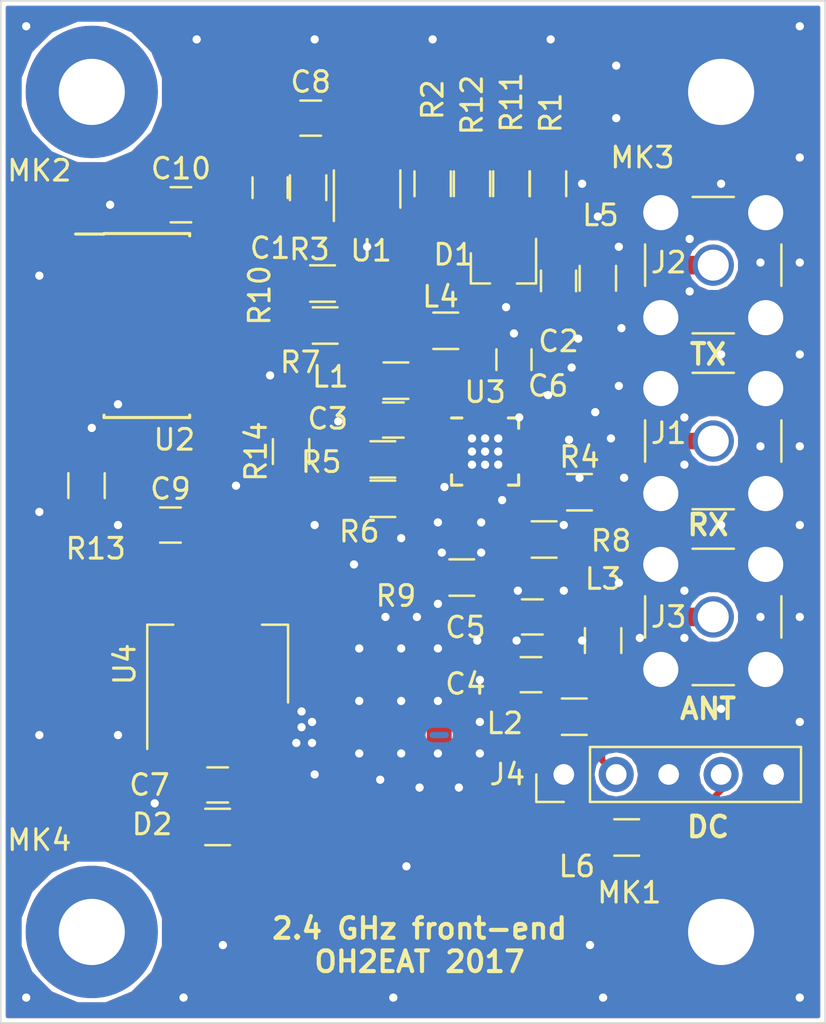
<source format=kicad_pcb>
(kicad_pcb (version 20171114) (host pcbnew no-vcs-found-bc0306b~61~ubuntu17.10.1)

  (general
    (thickness 1.6)
    (drawings 9)
    (tracks 336)
    (zones 0)
    (modules 44)
    (nets 39)
  )

  (page A4)
  (layers
    (0 F.Cu signal)
    (31 B.Cu signal hide)
    (32 B.Adhes user hide)
    (33 F.Adhes user hide)
    (34 B.Paste user hide)
    (35 F.Paste user hide)
    (36 B.SilkS user hide)
    (37 F.SilkS user hide)
    (38 B.Mask user hide)
    (39 F.Mask user hide)
    (40 Dwgs.User user hide)
    (41 Cmts.User user hide)
    (42 Eco1.User user hide)
    (43 Eco2.User user hide)
    (44 Edge.Cuts user hide)
    (45 Margin user hide)
    (46 B.CrtYd user hide)
    (47 F.CrtYd user)
    (48 B.Fab user hide)
    (49 F.Fab user hide)
  )

  (setup
    (last_trace_width 0.3)
    (user_trace_width 0.2)
    (user_trace_width 0.8)
    (user_trace_width 0.9)
    (trace_clearance 0.1524)
    (zone_clearance 0.2)
    (zone_45_only yes)
    (trace_min 0.2)
    (segment_width 0.2)
    (edge_width 0.15)
    (via_size 0.5)
    (via_drill 0.4)
    (via_min_size 0.4)
    (via_min_drill 0.3)
    (uvia_size 0.3)
    (uvia_drill 0.1)
    (uvias_allowed no)
    (uvia_min_size 0.2)
    (uvia_min_drill 0.1)
    (pcb_text_width 0.3)
    (pcb_text_size 1.5 1.5)
    (mod_edge_width 0.15)
    (mod_text_size 1 1)
    (mod_text_width 0.15)
    (pad_size 1.5 1.3)
    (pad_drill 0)
    (pad_to_mask_clearance 0.2)
    (aux_axis_origin 86.36 43.561)
    (grid_origin 88.265 60.706)
    (visible_elements FFFFFF7F)
    (pcbplotparams
      (layerselection 0x010f0_ffffffff)
      (usegerberextensions false)
      (usegerberattributes true)
      (usegerberadvancedattributes true)
      (creategerberjobfile true)
      (excludeedgelayer true)
      (linewidth 0.100000)
      (plotframeref false)
      (viasonmask false)
      (mode 1)
      (useauxorigin false)
      (hpglpennumber 1)
      (hpglpenspeed 20)
      (hpglpendiameter 15)
      (psnegative false)
      (psa4output false)
      (plotreference true)
      (plotvalue true)
      (plotinvisibletext false)
      (padsonsilk false)
      (subtractmaskfromsilk false)
      (outputformat 1)
      (mirror false)
      (drillshape 0)
      (scaleselection 1)
      (outputdirectory gerber/))
  )

  (net 0 "")
  (net 1 "Net-(R1-Pad2)")
  (net 2 +3V3)
  (net 3 "Net-(R2-Pad2)")
  (net 4 GND)
  (net 5 "Net-(C1-Pad2)")
  (net 6 "Net-(U2-Pad2)")
  (net 7 "Net-(R10-Pad2)")
  (net 8 "Net-(R10-Pad1)")
  (net 9 "Net-(R5-Pad1)")
  (net 10 "Net-(R9-Pad2)")
  (net 11 "Net-(R8-Pad2)")
  (net 12 "Net-(R7-Pad2)")
  (net 13 "Net-(R6-Pad2)")
  (net 14 "Net-(R5-Pad2)")
  (net 15 "Net-(R4-Pad1)")
  (net 16 "Net-(C4-Pad1)")
  (net 17 "Net-(C5-Pad1)")
  (net 18 "Net-(C3-Pad2)")
  (net 19 "Net-(U3-Pad15)")
  (net 20 "Net-(C2-Pad2)")
  (net 21 "Net-(J1-Pad1)")
  (net 22 "Net-(C5-Pad2)")
  (net 23 "Net-(U3-Pad5)")
  (net 24 "Net-(U3-Pad3)")
  (net 25 "Net-(U3-Pad1)")
  (net 26 "Net-(C2-Pad1)")
  (net 27 "Net-(C6-Pad2)")
  (net 28 "Net-(D1-Pad2)")
  (net 29 "Net-(C7-Pad2)")
  (net 30 "Net-(U2-Pad6)")
  (net 31 "Net-(U2-Pad4)")
  (net 32 "Net-(U2-Pad11)")
  (net 33 "Net-(R13-Pad1)")
  (net 34 "Net-(L1-Pad1)")
  (net 35 "Net-(J4-Pad2)")
  (net 36 "Net-(J4-Pad4)")
  (net 37 "Net-(MK2-Pad1)")
  (net 38 "Net-(MK4-Pad1)")

  (net_class Default "This is the default net class."
    (clearance 0.1524)
    (trace_width 0.3)
    (via_dia 0.5)
    (via_drill 0.4)
    (uvia_dia 0.3)
    (uvia_drill 0.1)
    (add_net +3V3)
    (add_net GND)
    (add_net "Net-(C1-Pad2)")
    (add_net "Net-(C2-Pad1)")
    (add_net "Net-(C2-Pad2)")
    (add_net "Net-(C3-Pad2)")
    (add_net "Net-(C4-Pad1)")
    (add_net "Net-(C5-Pad1)")
    (add_net "Net-(C5-Pad2)")
    (add_net "Net-(C6-Pad2)")
    (add_net "Net-(C7-Pad2)")
    (add_net "Net-(D1-Pad2)")
    (add_net "Net-(J1-Pad1)")
    (add_net "Net-(J4-Pad2)")
    (add_net "Net-(J4-Pad4)")
    (add_net "Net-(L1-Pad1)")
    (add_net "Net-(MK2-Pad1)")
    (add_net "Net-(MK4-Pad1)")
    (add_net "Net-(R1-Pad2)")
    (add_net "Net-(R10-Pad1)")
    (add_net "Net-(R10-Pad2)")
    (add_net "Net-(R13-Pad1)")
    (add_net "Net-(R2-Pad2)")
    (add_net "Net-(R4-Pad1)")
    (add_net "Net-(R5-Pad1)")
    (add_net "Net-(R5-Pad2)")
    (add_net "Net-(R6-Pad2)")
    (add_net "Net-(R7-Pad2)")
    (add_net "Net-(R8-Pad2)")
    (add_net "Net-(R9-Pad2)")
    (add_net "Net-(U2-Pad11)")
    (add_net "Net-(U2-Pad2)")
    (add_net "Net-(U2-Pad4)")
    (add_net "Net-(U2-Pad6)")
    (add_net "Net-(U3-Pad1)")
    (add_net "Net-(U3-Pad15)")
    (add_net "Net-(U3-Pad3)")
    (add_net "Net-(U3-Pad5)")
  )

  (module Mounting_Holes:MountingHole_3.2mm_M3_Pad (layer F.Cu) (tedit 5A15F937) (tstamp 5A1697A5)
    (at 121.285 88.646)
    (descr "Mounting Hole 3.2mm, M3")
    (tags "mounting hole 3.2mm m3")
    (path /5A19DB8A)
    (attr virtual)
    (fp_text reference MK1 (at -4.445 -1.905) (layer F.SilkS)
      (effects (font (size 1 1) (thickness 0.15)))
    )
    (fp_text value Mounting_Hole_PAD (at 0 4.2) (layer F.Fab)
      (effects (font (size 1 1) (thickness 0.15)))
    )
    (fp_text user %R (at 0.3 0) (layer F.Fab)
      (effects (font (size 1 1) (thickness 0.15)))
    )
    (fp_circle (center 0 0) (end 3.2 0) (layer Cmts.User) (width 0.15))
    (fp_circle (center 0 0) (end 3.45 0) (layer F.CrtYd) (width 0.05))
    (pad 1 thru_hole circle (at 0 0) (size 6.4 6.4) (drill 3.2) (layers *.Cu *.Mask)
      (net 4 GND))
  )

  (module Mounting_Holes:MountingHole_3.2mm_M3_Pad (layer F.Cu) (tedit 5A15F869) (tstamp 5A16979D)
    (at 90.805 48.006)
    (descr "Mounting Hole 3.2mm, M3")
    (tags "mounting hole 3.2mm m3")
    (path /5A19E440)
    (attr virtual)
    (fp_text reference MK2 (at -2.54 3.81) (layer F.SilkS)
      (effects (font (size 1 1) (thickness 0.15)))
    )
    (fp_text value Mounting_Hole_PAD (at 0 4.2) (layer F.Fab)
      (effects (font (size 1 1) (thickness 0.15)))
    )
    (fp_circle (center 0 0) (end 3.45 0) (layer F.CrtYd) (width 0.05))
    (fp_circle (center 0 0) (end 3.2 0) (layer Cmts.User) (width 0.15))
    (fp_text user %R (at 0.3 0) (layer F.Fab)
      (effects (font (size 1 1) (thickness 0.15)))
    )
    (pad 1 thru_hole circle (at 0 0) (size 6.4 6.4) (drill 3.2) (layers *.Cu *.Mask)
      (net 37 "Net-(MK2-Pad1)"))
  )

  (module Mounting_Holes:MountingHole_3.2mm_M3_Pad (layer F.Cu) (tedit 5A15F876) (tstamp 5A169795)
    (at 121.285 48.006)
    (descr "Mounting Hole 3.2mm, M3")
    (tags "mounting hole 3.2mm m3")
    (path /5A19E77E)
    (attr virtual)
    (fp_text reference MK3 (at -3.81 3.175) (layer F.SilkS)
      (effects (font (size 1 1) (thickness 0.15)))
    )
    (fp_text value Mounting_Hole_PAD (at 0 4.2) (layer F.Fab)
      (effects (font (size 1 1) (thickness 0.15)))
    )
    (fp_circle (center 0 0) (end 3.45 0) (layer F.CrtYd) (width 0.05))
    (fp_circle (center 0 0) (end 3.2 0) (layer Cmts.User) (width 0.15))
    (fp_text user %R (at 0.3 0) (layer F.Fab)
      (effects (font (size 1 1) (thickness 0.15)))
    )
    (pad 1 thru_hole circle (at 0 0) (size 6.4 6.4) (drill 3.2) (layers *.Cu *.Mask)
      (net 4 GND))
  )

  (module Mounting_Holes:MountingHole_3.2mm_M3_Pad (layer F.Cu) (tedit 5A15F86C) (tstamp 5A16978D)
    (at 90.805 88.646)
    (descr "Mounting Hole 3.2mm, M3")
    (tags "mounting hole 3.2mm m3")
    (path /5A19E790)
    (attr virtual)
    (fp_text reference MK4 (at -2.54 -4.445) (layer F.SilkS)
      (effects (font (size 1 1) (thickness 0.15)))
    )
    (fp_text value Mounting_Hole_PAD (at 0 4.2) (layer F.Fab)
      (effects (font (size 1 1) (thickness 0.15)))
    )
    (fp_circle (center 0 0) (end 3.45 0) (layer F.CrtYd) (width 0.05))
    (fp_circle (center 0 0) (end 3.2 0) (layer Cmts.User) (width 0.15))
    (fp_text user %R (at 0.3 0) (layer F.Fab)
      (effects (font (size 1 1) (thickness 0.15)))
    )
    (pad 1 thru_hole circle (at 0 0) (size 6.4 6.4) (drill 3.2) (layers *.Cu *.Mask)
      (net 38 "Net-(MK4-Pad1)"))
  )

  (module Resistors_SMD:R_0805_HandSoldering (layer F.Cu) (tedit 5A15ECF6) (tstamp 5A1684F7)
    (at 96.901 83.566)
    (descr "Resistor SMD 0805, hand soldering")
    (tags "resistor 0805")
    (path /5A16DF40)
    (attr smd)
    (fp_text reference D2 (at -3.175 -0.127) (layer F.SilkS)
      (effects (font (size 1 1) (thickness 0.15)))
    )
    (fp_text value DIODE (at 0 1.75) (layer F.Fab)
      (effects (font (size 1 1) (thickness 0.15)))
    )
    (fp_line (start 2.35 0.9) (end -2.35 0.9) (layer F.CrtYd) (width 0.05))
    (fp_line (start 2.35 0.9) (end 2.35 -0.9) (layer F.CrtYd) (width 0.05))
    (fp_line (start -2.35 -0.9) (end -2.35 0.9) (layer F.CrtYd) (width 0.05))
    (fp_line (start -2.35 -0.9) (end 2.35 -0.9) (layer F.CrtYd) (width 0.05))
    (fp_line (start -0.6 -0.88) (end 0.6 -0.88) (layer F.SilkS) (width 0.12))
    (fp_line (start 0.6 0.88) (end -0.6 0.88) (layer F.SilkS) (width 0.12))
    (fp_line (start -1 -0.62) (end 1 -0.62) (layer F.Fab) (width 0.1))
    (fp_line (start 1 -0.62) (end 1 0.62) (layer F.Fab) (width 0.1))
    (fp_line (start 1 0.62) (end -1 0.62) (layer F.Fab) (width 0.1))
    (fp_line (start -1 0.62) (end -1 -0.62) (layer F.Fab) (width 0.1))
    (fp_text user %R (at 0 0) (layer F.Fab)
      (effects (font (size 0.5 0.5) (thickness 0.075)))
    )
    (pad 2 smd rect (at 1.35 0) (size 1.5 1.3) (layers F.Cu F.Paste F.Mask)
      (net 29 "Net-(C7-Pad2)"))
    (pad 1 smd rect (at -1.35 0) (size 1.5 1.3) (layers F.Cu F.Paste F.Mask)
      (net 4 GND))
    (model ${KISYS3DMOD}/Resistors_SMD.3dshapes/R_0805.wrl
      (at (xyz 0 0 0))
      (scale (xyz 1 1 1))
      (rotate (xyz 0 0 0))
    )
  )

  (module Socket_Strips:Socket_Strip_Straight_1x05_Pitch2.54mm (layer F.Cu) (tedit 5A15EDB4) (tstamp 5A168390)
    (at 113.665 81.026 90)
    (descr "Through hole straight socket strip, 1x05, 2.54mm pitch, single row")
    (tags "Through hole socket strip THT 1x05 2.54mm single row")
    (path /5A160C10)
    (fp_text reference J4 (at 0 -2.7305) (layer F.SilkS)
      (effects (font (size 1 1) (thickness 0.15)))
    )
    (fp_text value Conn_01x05 (at 0 12.49 90) (layer F.Fab)
      (effects (font (size 1 1) (thickness 0.15)))
    )
    (fp_text user %R (at 0 -2.33 90) (layer F.Fab)
      (effects (font (size 1 1) (thickness 0.15)))
    )
    (fp_line (start 1.8 -1.8) (end -1.8 -1.8) (layer F.CrtYd) (width 0.05))
    (fp_line (start 1.8 11.95) (end 1.8 -1.8) (layer F.CrtYd) (width 0.05))
    (fp_line (start -1.8 11.95) (end 1.8 11.95) (layer F.CrtYd) (width 0.05))
    (fp_line (start -1.8 -1.8) (end -1.8 11.95) (layer F.CrtYd) (width 0.05))
    (fp_line (start -1.33 -1.33) (end 0 -1.33) (layer F.SilkS) (width 0.12))
    (fp_line (start -1.33 0) (end -1.33 -1.33) (layer F.SilkS) (width 0.12))
    (fp_line (start 1.33 1.27) (end -1.33 1.27) (layer F.SilkS) (width 0.12))
    (fp_line (start 1.33 11.49) (end 1.33 1.27) (layer F.SilkS) (width 0.12))
    (fp_line (start -1.33 11.49) (end 1.33 11.49) (layer F.SilkS) (width 0.12))
    (fp_line (start -1.33 1.27) (end -1.33 11.49) (layer F.SilkS) (width 0.12))
    (fp_line (start 1.27 -1.27) (end -1.27 -1.27) (layer F.Fab) (width 0.1))
    (fp_line (start 1.27 11.43) (end 1.27 -1.27) (layer F.Fab) (width 0.1))
    (fp_line (start -1.27 11.43) (end 1.27 11.43) (layer F.Fab) (width 0.1))
    (fp_line (start -1.27 -1.27) (end -1.27 11.43) (layer F.Fab) (width 0.1))
    (pad 5 thru_hole oval (at 0 10.16 90) (size 1.7 1.7) (drill 1) (layers *.Cu *.Mask)
      (net 4 GND))
    (pad 4 thru_hole oval (at 0 7.62 90) (size 1.7 1.7) (drill 1) (layers *.Cu *.Mask)
      (net 36 "Net-(J4-Pad4)"))
    (pad 3 thru_hole oval (at 0 5.08 90) (size 1.7 1.7) (drill 1) (layers *.Cu *.Mask)
      (net 4 GND))
    (pad 2 thru_hole oval (at 0 2.54 90) (size 1.7 1.7) (drill 1) (layers *.Cu *.Mask)
      (net 35 "Net-(J4-Pad2)"))
    (pad 1 thru_hole rect (at 0 0 90) (size 1.7 1.7) (drill 1) (layers *.Cu *.Mask)
      (net 4 GND))
    (model ${KISYS3DMOD}/Socket_Strips.3dshapes/Socket_Strip_Straight_1x05_Pitch2.54mm.wrl
      (at (xyz 0 -5.079999923706055 0))
      (scale (xyz 1 1 1))
      (rotate (xyz 0 0 270))
    )
  )

  (module Inductors_SMD:L_0805_HandSoldering (layer F.Cu) (tedit 5A15F790) (tstamp 5A165F1C)
    (at 116.713 84.074)
    (descr "Resistor SMD 0805, hand soldering")
    (tags "resistor 0805")
    (path /5A178051)
    (attr smd)
    (fp_text reference L6 (at -2.413 1.397) (layer F.SilkS)
      (effects (font (size 1 1) (thickness 0.15)))
    )
    (fp_text value "ferrite bead" (at 0 2.1) (layer F.Fab)
      (effects (font (size 1 1) (thickness 0.15)))
    )
    (fp_text user %R (at 0 0) (layer F.Fab)
      (effects (font (size 0.5 0.5) (thickness 0.075)))
    )
    (fp_line (start -1 0.62) (end -1 -0.62) (layer F.Fab) (width 0.1))
    (fp_line (start 1 0.62) (end -1 0.62) (layer F.Fab) (width 0.1))
    (fp_line (start 1 -0.62) (end 1 0.62) (layer F.Fab) (width 0.1))
    (fp_line (start -1 -0.62) (end 1 -0.62) (layer F.Fab) (width 0.1))
    (fp_line (start -2.4 -1) (end 2.4 -1) (layer F.CrtYd) (width 0.05))
    (fp_line (start -2.4 1) (end 2.4 1) (layer F.CrtYd) (width 0.05))
    (fp_line (start -2.4 -1) (end -2.4 1) (layer F.CrtYd) (width 0.05))
    (fp_line (start 2.4 -1) (end 2.4 1) (layer F.CrtYd) (width 0.05))
    (fp_line (start 0.6 0.88) (end -0.6 0.88) (layer F.SilkS) (width 0.12))
    (fp_line (start -0.6 -0.88) (end 0.6 -0.88) (layer F.SilkS) (width 0.12))
    (pad 1 smd rect (at -1.35 0) (size 1.5 1.3) (layers F.Cu F.Paste F.Mask)
      (net 29 "Net-(C7-Pad2)"))
    (pad 2 smd rect (at 1.35 0) (size 1.5 1.3) (layers F.Cu F.Paste F.Mask)
      (net 36 "Net-(J4-Pad4)"))
    (model ${KISYS3DMOD}/Inductors_SMD.3dshapes/L_0805.wrl
      (at (xyz 0 0 0))
      (scale (xyz 1 1 1))
      (rotate (xyz 0 0 0))
    )
  )

  (module Resistors_SMD:R_0805_HandSoldering (layer F.Cu) (tedit 5A15ED9D) (tstamp 5A1629C1)
    (at 112.7125 69.6595 180)
    (descr "Resistor SMD 0805, hand soldering")
    (tags "resistor 0805")
    (path /5A15EA7A)
    (attr smd)
    (fp_text reference R8 (at -3.2385 -0.0635) (layer F.SilkS)
      (effects (font (size 1 1) (thickness 0.15)))
    )
    (fp_text value 100 (at 0 1.75 180) (layer F.Fab)
      (effects (font (size 1 1) (thickness 0.15)))
    )
    (fp_line (start 2.35 0.9) (end -2.35 0.9) (layer F.CrtYd) (width 0.05))
    (fp_line (start 2.35 0.9) (end 2.35 -0.9) (layer F.CrtYd) (width 0.05))
    (fp_line (start -2.35 -0.9) (end -2.35 0.9) (layer F.CrtYd) (width 0.05))
    (fp_line (start -2.35 -0.9) (end 2.35 -0.9) (layer F.CrtYd) (width 0.05))
    (fp_line (start -0.6 -0.88) (end 0.6 -0.88) (layer F.SilkS) (width 0.12))
    (fp_line (start 0.6 0.88) (end -0.6 0.88) (layer F.SilkS) (width 0.12))
    (fp_line (start -1 -0.62) (end 1 -0.62) (layer F.Fab) (width 0.1))
    (fp_line (start 1 -0.62) (end 1 0.62) (layer F.Fab) (width 0.1))
    (fp_line (start 1 0.62) (end -1 0.62) (layer F.Fab) (width 0.1))
    (fp_line (start -1 0.62) (end -1 -0.62) (layer F.Fab) (width 0.1))
    (fp_text user %R (at 0 0 180) (layer F.Fab)
      (effects (font (size 0.5 0.5) (thickness 0.075)))
    )
    (pad 2 smd rect (at 1.35 0 180) (size 1.5 1.3) (layers F.Cu F.Paste F.Mask)
      (net 11 "Net-(R8-Pad2)"))
    (pad 1 smd rect (at -1.35 0 180) (size 1.5 1.3) (layers F.Cu F.Paste F.Mask)
      (net 4 GND))
    (model ${KISYS3DMOD}/Resistors_SMD.3dshapes/R_0805.wrl
      (at (xyz 0 0 0))
      (scale (xyz 1 1 1))
      (rotate (xyz 0 0 0))
    )
  )

  (module Resistors_SMD:R_0805_HandSoldering (layer F.Cu) (tedit 5A15EDAB) (tstamp 5A1629B0)
    (at 108.72724 71.501)
    (descr "Resistor SMD 0805, hand soldering")
    (tags "resistor 0805")
    (path /5A15EEDA)
    (attr smd)
    (fp_text reference R9 (at -3.19024 0.889) (layer F.SilkS)
      (effects (font (size 1 1) (thickness 0.15)))
    )
    (fp_text value 100 (at 0 1.75) (layer F.Fab)
      (effects (font (size 1 1) (thickness 0.15)))
    )
    (fp_text user %R (at 0 0) (layer F.Fab)
      (effects (font (size 0.5 0.5) (thickness 0.075)))
    )
    (fp_line (start -1 0.62) (end -1 -0.62) (layer F.Fab) (width 0.1))
    (fp_line (start 1 0.62) (end -1 0.62) (layer F.Fab) (width 0.1))
    (fp_line (start 1 -0.62) (end 1 0.62) (layer F.Fab) (width 0.1))
    (fp_line (start -1 -0.62) (end 1 -0.62) (layer F.Fab) (width 0.1))
    (fp_line (start 0.6 0.88) (end -0.6 0.88) (layer F.SilkS) (width 0.12))
    (fp_line (start -0.6 -0.88) (end 0.6 -0.88) (layer F.SilkS) (width 0.12))
    (fp_line (start -2.35 -0.9) (end 2.35 -0.9) (layer F.CrtYd) (width 0.05))
    (fp_line (start -2.35 -0.9) (end -2.35 0.9) (layer F.CrtYd) (width 0.05))
    (fp_line (start 2.35 0.9) (end 2.35 -0.9) (layer F.CrtYd) (width 0.05))
    (fp_line (start 2.35 0.9) (end -2.35 0.9) (layer F.CrtYd) (width 0.05))
    (pad 1 smd rect (at -1.35 0) (size 1.5 1.3) (layers F.Cu F.Paste F.Mask)
      (net 9 "Net-(R5-Pad1)"))
    (pad 2 smd rect (at 1.35 0) (size 1.5 1.3) (layers F.Cu F.Paste F.Mask)
      (net 10 "Net-(R9-Pad2)"))
    (model ${KISYS3DMOD}/Resistors_SMD.3dshapes/R_0805.wrl
      (at (xyz 0 0 0))
      (scale (xyz 1 1 1))
      (rotate (xyz 0 0 0))
    )
  )

  (module Capacitors_SMD:C_0805_HandSoldering (layer F.Cu) (tedit 5A15EDAF) (tstamp 5A162B09)
    (at 112.141 73.406 180)
    (descr "Capacitor SMD 0805, hand soldering")
    (tags "capacitor 0805")
    (path /5A166740)
    (attr smd)
    (fp_text reference C5 (at 3.2385 -0.508) (layer F.SilkS)
      (effects (font (size 1 1) (thickness 0.15)))
    )
    (fp_text value 10p (at 0 1.75 180) (layer F.Fab)
      (effects (font (size 1 1) (thickness 0.15)))
    )
    (fp_line (start 2.25 0.87) (end -2.25 0.87) (layer F.CrtYd) (width 0.05))
    (fp_line (start 2.25 0.87) (end 2.25 -0.88) (layer F.CrtYd) (width 0.05))
    (fp_line (start -2.25 -0.88) (end -2.25 0.87) (layer F.CrtYd) (width 0.05))
    (fp_line (start -2.25 -0.88) (end 2.25 -0.88) (layer F.CrtYd) (width 0.05))
    (fp_line (start -0.5 0.85) (end 0.5 0.85) (layer F.SilkS) (width 0.12))
    (fp_line (start 0.5 -0.85) (end -0.5 -0.85) (layer F.SilkS) (width 0.12))
    (fp_line (start -1 -0.62) (end 1 -0.62) (layer F.Fab) (width 0.1))
    (fp_line (start 1 -0.62) (end 1 0.62) (layer F.Fab) (width 0.1))
    (fp_line (start 1 0.62) (end -1 0.62) (layer F.Fab) (width 0.1))
    (fp_line (start -1 0.62) (end -1 -0.62) (layer F.Fab) (width 0.1))
    (fp_text user %R (at 0 -1.75 180) (layer F.Fab)
      (effects (font (size 1 1) (thickness 0.15)))
    )
    (pad 2 smd rect (at 1.25 0 180) (size 1.5 1.25) (layers F.Cu F.Paste F.Mask)
      (net 22 "Net-(C5-Pad2)"))
    (pad 1 smd rect (at -1.25 0 180) (size 1.5 1.25) (layers F.Cu F.Paste F.Mask)
      (net 17 "Net-(C5-Pad1)"))
    (model Capacitors_SMD.3dshapes/C_0805.wrl
      (at (xyz 0 0 0))
      (scale (xyz 1 1 1))
      (rotate (xyz 0 0 0))
    )
  )

  (module Resistors_SMD:R_0805_HandSoldering (layer F.Cu) (tedit 58E0A804) (tstamp 5A1DE6D7)
    (at 100.457 65.405 90)
    (descr "Resistor SMD 0805, hand soldering")
    (tags "resistor 0805")
    (path /5A1DB8B4)
    (attr smd)
    (fp_text reference R14 (at 0 -1.7 90) (layer F.SilkS)
      (effects (font (size 1 1) (thickness 0.15)))
    )
    (fp_text value 0 (at 0 1.75 90) (layer F.Fab)
      (effects (font (size 1 1) (thickness 0.15)))
    )
    (fp_line (start 2.35 0.9) (end -2.35 0.9) (layer F.CrtYd) (width 0.05))
    (fp_line (start 2.35 0.9) (end 2.35 -0.9) (layer F.CrtYd) (width 0.05))
    (fp_line (start -2.35 -0.9) (end -2.35 0.9) (layer F.CrtYd) (width 0.05))
    (fp_line (start -2.35 -0.9) (end 2.35 -0.9) (layer F.CrtYd) (width 0.05))
    (fp_line (start -0.6 -0.88) (end 0.6 -0.88) (layer F.SilkS) (width 0.12))
    (fp_line (start 0.6 0.88) (end -0.6 0.88) (layer F.SilkS) (width 0.12))
    (fp_line (start -1 -0.62) (end 1 -0.62) (layer F.Fab) (width 0.1))
    (fp_line (start 1 -0.62) (end 1 0.62) (layer F.Fab) (width 0.1))
    (fp_line (start 1 0.62) (end -1 0.62) (layer F.Fab) (width 0.1))
    (fp_line (start -1 0.62) (end -1 -0.62) (layer F.Fab) (width 0.1))
    (fp_text user %R (at 0 0 90) (layer F.Fab)
      (effects (font (size 0.5 0.5) (thickness 0.075)))
    )
    (pad 2 smd rect (at 1.35 0 90) (size 1.5 1.3) (layers F.Cu F.Paste F.Mask)
      (net 34 "Net-(L1-Pad1)"))
    (pad 1 smd rect (at -1.35 0 90) (size 1.5 1.3) (layers F.Cu F.Paste F.Mask)
      (net 2 +3V3))
    (model ${KISYS3DMOD}/Resistors_SMD.3dshapes/R_0805.wrl
      (at (xyz 0 0 0))
      (scale (xyz 1 1 1))
      (rotate (xyz 0 0 0))
    )
  )

  (module Resistors_SMD:R_0805_HandSoldering (layer F.Cu) (tedit 5A15EDC0) (tstamp 5A1D8DFE)
    (at 90.551 67.056 270)
    (descr "Resistor SMD 0805, hand soldering")
    (tags "resistor 0805")
    (path /5A1D64EB)
    (attr smd)
    (fp_text reference R13 (at 3.048 -0.4445) (layer F.SilkS)
      (effects (font (size 1 1) (thickness 0.15)))
    )
    (fp_text value 100k (at 0 1.75 270) (layer F.Fab)
      (effects (font (size 1 1) (thickness 0.15)))
    )
    (fp_line (start 2.35 0.9) (end -2.35 0.9) (layer F.CrtYd) (width 0.05))
    (fp_line (start 2.35 0.9) (end 2.35 -0.9) (layer F.CrtYd) (width 0.05))
    (fp_line (start -2.35 -0.9) (end -2.35 0.9) (layer F.CrtYd) (width 0.05))
    (fp_line (start -2.35 -0.9) (end 2.35 -0.9) (layer F.CrtYd) (width 0.05))
    (fp_line (start -0.6 -0.88) (end 0.6 -0.88) (layer F.SilkS) (width 0.12))
    (fp_line (start 0.6 0.88) (end -0.6 0.88) (layer F.SilkS) (width 0.12))
    (fp_line (start -1 -0.62) (end 1 -0.62) (layer F.Fab) (width 0.1))
    (fp_line (start 1 -0.62) (end 1 0.62) (layer F.Fab) (width 0.1))
    (fp_line (start 1 0.62) (end -1 0.62) (layer F.Fab) (width 0.1))
    (fp_line (start -1 0.62) (end -1 -0.62) (layer F.Fab) (width 0.1))
    (fp_text user %R (at 0 0 270) (layer F.Fab)
      (effects (font (size 0.5 0.5) (thickness 0.075)))
    )
    (pad 2 smd rect (at 1.35 0 270) (size 1.5 1.3) (layers F.Cu F.Paste F.Mask)
      (net 4 GND))
    (pad 1 smd rect (at -1.35 0 270) (size 1.5 1.3) (layers F.Cu F.Paste F.Mask)
      (net 33 "Net-(R13-Pad1)"))
    (model ${KISYS3DMOD}/Resistors_SMD.3dshapes/R_0805.wrl
      (at (xyz 0 0 0))
      (scale (xyz 1 1 1))
      (rotate (xyz 0 0 0))
    )
  )

  (module Inductors_SMD:L_0805_HandSoldering (layer F.Cu) (tedit 5A15ED14) (tstamp 5A1C3F1A)
    (at 115.316 57.023 270)
    (descr "Resistor SMD 0805, hand soldering")
    (tags "resistor 0805")
    (path /5A1BC783)
    (attr smd)
    (fp_text reference L5 (at -3.048 -0.127) (layer F.SilkS)
      (effects (font (size 1 1) (thickness 0.15)))
    )
    (fp_text value 10n (at 0 2.1 270) (layer F.Fab)
      (effects (font (size 1 1) (thickness 0.15)))
    )
    (fp_line (start -0.6 -0.88) (end 0.6 -0.88) (layer F.SilkS) (width 0.12))
    (fp_line (start 0.6 0.88) (end -0.6 0.88) (layer F.SilkS) (width 0.12))
    (fp_line (start 2.4 -1) (end 2.4 1) (layer F.CrtYd) (width 0.05))
    (fp_line (start -2.4 -1) (end -2.4 1) (layer F.CrtYd) (width 0.05))
    (fp_line (start -2.4 1) (end 2.4 1) (layer F.CrtYd) (width 0.05))
    (fp_line (start -2.4 -1) (end 2.4 -1) (layer F.CrtYd) (width 0.05))
    (fp_line (start -1 -0.62) (end 1 -0.62) (layer F.Fab) (width 0.1))
    (fp_line (start 1 -0.62) (end 1 0.62) (layer F.Fab) (width 0.1))
    (fp_line (start 1 0.62) (end -1 0.62) (layer F.Fab) (width 0.1))
    (fp_line (start -1 0.62) (end -1 -0.62) (layer F.Fab) (width 0.1))
    (fp_text user %R (at 0 0 270) (layer F.Fab)
      (effects (font (size 0.5 0.5) (thickness 0.075)))
    )
    (pad 2 smd rect (at 1.35 0 270) (size 1.5 1.3) (layers F.Cu F.Paste F.Mask)
      (net 20 "Net-(C2-Pad2)"))
    (pad 1 smd rect (at -1.35 0 270) (size 1.5 1.3) (layers F.Cu F.Paste F.Mask)
      (net 4 GND))
    (model ${KISYS3DMOD}/Inductors_SMD.3dshapes/L_0805.wrl
      (at (xyz 0 0 0))
      (scale (xyz 1 1 1))
      (rotate (xyz 0 0 0))
    )
  )

  (module Capacitors_SMD:C_0805_HandSoldering (layer F.Cu) (tedit 58AA84A8) (tstamp 5A1C0BDA)
    (at 94.615 68.961)
    (descr "Capacitor SMD 0805, hand soldering")
    (tags "capacitor 0805")
    (path /5A1AA377)
    (attr smd)
    (fp_text reference C9 (at 0 -1.75) (layer F.SilkS)
      (effects (font (size 1 1) (thickness 0.15)))
    )
    (fp_text value 100n (at 0 1.75) (layer F.Fab)
      (effects (font (size 1 1) (thickness 0.15)))
    )
    (fp_text user %R (at 0 -1.75) (layer F.Fab)
      (effects (font (size 1 1) (thickness 0.15)))
    )
    (fp_line (start -1 0.62) (end -1 -0.62) (layer F.Fab) (width 0.1))
    (fp_line (start 1 0.62) (end -1 0.62) (layer F.Fab) (width 0.1))
    (fp_line (start 1 -0.62) (end 1 0.62) (layer F.Fab) (width 0.1))
    (fp_line (start -1 -0.62) (end 1 -0.62) (layer F.Fab) (width 0.1))
    (fp_line (start 0.5 -0.85) (end -0.5 -0.85) (layer F.SilkS) (width 0.12))
    (fp_line (start -0.5 0.85) (end 0.5 0.85) (layer F.SilkS) (width 0.12))
    (fp_line (start -2.25 -0.88) (end 2.25 -0.88) (layer F.CrtYd) (width 0.05))
    (fp_line (start -2.25 -0.88) (end -2.25 0.87) (layer F.CrtYd) (width 0.05))
    (fp_line (start 2.25 0.87) (end 2.25 -0.88) (layer F.CrtYd) (width 0.05))
    (fp_line (start 2.25 0.87) (end -2.25 0.87) (layer F.CrtYd) (width 0.05))
    (pad 1 smd rect (at -1.25 0) (size 1.5 1.25) (layers F.Cu F.Paste F.Mask)
      (net 4 GND))
    (pad 2 smd rect (at 1.25 0) (size 1.5 1.25) (layers F.Cu F.Paste F.Mask)
      (net 2 +3V3))
    (model Capacitors_SMD.3dshapes/C_0805.wrl
      (at (xyz 0 0 0))
      (scale (xyz 1 1 1))
      (rotate (xyz 0 0 0))
    )
  )

  (module Capacitors_SMD:C_0805_HandSoldering (layer F.Cu) (tedit 5A15ECF3) (tstamp 5A1C0B29)
    (at 96.901 81.534)
    (descr "Capacitor SMD 0805, hand soldering")
    (tags "capacitor 0805")
    (path /5A1AA680)
    (attr smd)
    (fp_text reference C7 (at -3.302 0) (layer F.SilkS)
      (effects (font (size 1 1) (thickness 0.15)))
    )
    (fp_text value 100n (at 0 1.75) (layer F.Fab)
      (effects (font (size 1 1) (thickness 0.15)))
    )
    (fp_line (start 2.25 0.87) (end -2.25 0.87) (layer F.CrtYd) (width 0.05))
    (fp_line (start 2.25 0.87) (end 2.25 -0.88) (layer F.CrtYd) (width 0.05))
    (fp_line (start -2.25 -0.88) (end -2.25 0.87) (layer F.CrtYd) (width 0.05))
    (fp_line (start -2.25 -0.88) (end 2.25 -0.88) (layer F.CrtYd) (width 0.05))
    (fp_line (start -0.5 0.85) (end 0.5 0.85) (layer F.SilkS) (width 0.12))
    (fp_line (start 0.5 -0.85) (end -0.5 -0.85) (layer F.SilkS) (width 0.12))
    (fp_line (start -1 -0.62) (end 1 -0.62) (layer F.Fab) (width 0.1))
    (fp_line (start 1 -0.62) (end 1 0.62) (layer F.Fab) (width 0.1))
    (fp_line (start 1 0.62) (end -1 0.62) (layer F.Fab) (width 0.1))
    (fp_line (start -1 0.62) (end -1 -0.62) (layer F.Fab) (width 0.1))
    (fp_text user %R (at 0 -1.75) (layer F.Fab)
      (effects (font (size 1 1) (thickness 0.15)))
    )
    (pad 2 smd rect (at 1.25 0) (size 1.5 1.25) (layers F.Cu F.Paste F.Mask)
      (net 29 "Net-(C7-Pad2)"))
    (pad 1 smd rect (at -1.25 0) (size 1.5 1.25) (layers F.Cu F.Paste F.Mask)
      (net 4 GND))
    (model Capacitors_SMD.3dshapes/C_0805.wrl
      (at (xyz 0 0 0))
      (scale (xyz 1 1 1))
      (rotate (xyz 0 0 0))
    )
  )

  (module Capacitors_SMD:C_0805_HandSoldering (layer F.Cu) (tedit 58AA84A8) (tstamp 5A1C0B18)
    (at 101.4095 49.276)
    (descr "Capacitor SMD 0805, hand soldering")
    (tags "capacitor 0805")
    (path /5A1ACD39)
    (attr smd)
    (fp_text reference C8 (at 0 -1.75) (layer F.SilkS)
      (effects (font (size 1 1) (thickness 0.15)))
    )
    (fp_text value 100n (at 0 1.75) (layer F.Fab)
      (effects (font (size 1 1) (thickness 0.15)))
    )
    (fp_text user %R (at 0 -1.75) (layer F.Fab)
      (effects (font (size 1 1) (thickness 0.15)))
    )
    (fp_line (start -1 0.62) (end -1 -0.62) (layer F.Fab) (width 0.1))
    (fp_line (start 1 0.62) (end -1 0.62) (layer F.Fab) (width 0.1))
    (fp_line (start 1 -0.62) (end 1 0.62) (layer F.Fab) (width 0.1))
    (fp_line (start -1 -0.62) (end 1 -0.62) (layer F.Fab) (width 0.1))
    (fp_line (start 0.5 -0.85) (end -0.5 -0.85) (layer F.SilkS) (width 0.12))
    (fp_line (start -0.5 0.85) (end 0.5 0.85) (layer F.SilkS) (width 0.12))
    (fp_line (start -2.25 -0.88) (end 2.25 -0.88) (layer F.CrtYd) (width 0.05))
    (fp_line (start -2.25 -0.88) (end -2.25 0.87) (layer F.CrtYd) (width 0.05))
    (fp_line (start 2.25 0.87) (end 2.25 -0.88) (layer F.CrtYd) (width 0.05))
    (fp_line (start 2.25 0.87) (end -2.25 0.87) (layer F.CrtYd) (width 0.05))
    (pad 1 smd rect (at -1.25 0) (size 1.5 1.25) (layers F.Cu F.Paste F.Mask)
      (net 4 GND))
    (pad 2 smd rect (at 1.25 0) (size 1.5 1.25) (layers F.Cu F.Paste F.Mask)
      (net 2 +3V3))
    (model Capacitors_SMD.3dshapes/C_0805.wrl
      (at (xyz 0 0 0))
      (scale (xyz 1 1 1))
      (rotate (xyz 0 0 0))
    )
  )

  (module Capacitors_SMD:C_0805_HandSoldering (layer F.Cu) (tedit 58AA84A8) (tstamp 5A1C0B07)
    (at 95.123 53.467)
    (descr "Capacitor SMD 0805, hand soldering")
    (tags "capacitor 0805")
    (path /5A1B1111)
    (attr smd)
    (fp_text reference C10 (at 0 -1.75) (layer F.SilkS)
      (effects (font (size 1 1) (thickness 0.15)))
    )
    (fp_text value 100n (at 0 1.75) (layer F.Fab)
      (effects (font (size 1 1) (thickness 0.15)))
    )
    (fp_line (start 2.25 0.87) (end -2.25 0.87) (layer F.CrtYd) (width 0.05))
    (fp_line (start 2.25 0.87) (end 2.25 -0.88) (layer F.CrtYd) (width 0.05))
    (fp_line (start -2.25 -0.88) (end -2.25 0.87) (layer F.CrtYd) (width 0.05))
    (fp_line (start -2.25 -0.88) (end 2.25 -0.88) (layer F.CrtYd) (width 0.05))
    (fp_line (start -0.5 0.85) (end 0.5 0.85) (layer F.SilkS) (width 0.12))
    (fp_line (start 0.5 -0.85) (end -0.5 -0.85) (layer F.SilkS) (width 0.12))
    (fp_line (start -1 -0.62) (end 1 -0.62) (layer F.Fab) (width 0.1))
    (fp_line (start 1 -0.62) (end 1 0.62) (layer F.Fab) (width 0.1))
    (fp_line (start 1 0.62) (end -1 0.62) (layer F.Fab) (width 0.1))
    (fp_line (start -1 0.62) (end -1 -0.62) (layer F.Fab) (width 0.1))
    (fp_text user %R (at 0 -1.75) (layer F.Fab)
      (effects (font (size 1 1) (thickness 0.15)))
    )
    (pad 2 smd rect (at 1.25 0) (size 1.5 1.25) (layers F.Cu F.Paste F.Mask)
      (net 2 +3V3))
    (pad 1 smd rect (at -1.25 0) (size 1.5 1.25) (layers F.Cu F.Paste F.Mask)
      (net 4 GND))
    (model Capacitors_SMD.3dshapes/C_0805.wrl
      (at (xyz 0 0 0))
      (scale (xyz 1 1 1))
      (rotate (xyz 0 0 0))
    )
  )

  (module TO_SOT_Packages_SMD:SOT-223-3_TabPin2 (layer F.Cu) (tedit 58CE4E7E) (tstamp 5A1C06E4)
    (at 96.901 75.692 90)
    (descr "module CMS SOT223 4 pins")
    (tags "CMS SOT")
    (path /5A1A47EC)
    (attr smd)
    (fp_text reference U4 (at 0 -4.5 90) (layer F.SilkS)
      (effects (font (size 1 1) (thickness 0.15)))
    )
    (fp_text value AP1117-15 (at 0 4.5 90) (layer F.Fab)
      (effects (font (size 1 1) (thickness 0.15)))
    )
    (fp_line (start 1.85 -3.35) (end 1.85 3.35) (layer F.Fab) (width 0.1))
    (fp_line (start -1.85 3.35) (end 1.85 3.35) (layer F.Fab) (width 0.1))
    (fp_line (start -4.1 -3.41) (end 1.91 -3.41) (layer F.SilkS) (width 0.12))
    (fp_line (start -0.85 -3.35) (end 1.85 -3.35) (layer F.Fab) (width 0.1))
    (fp_line (start -1.85 3.41) (end 1.91 3.41) (layer F.SilkS) (width 0.12))
    (fp_line (start -1.85 -2.35) (end -1.85 3.35) (layer F.Fab) (width 0.1))
    (fp_line (start -1.85 -2.35) (end -0.85 -3.35) (layer F.Fab) (width 0.1))
    (fp_line (start -4.4 -3.6) (end -4.4 3.6) (layer F.CrtYd) (width 0.05))
    (fp_line (start -4.4 3.6) (end 4.4 3.6) (layer F.CrtYd) (width 0.05))
    (fp_line (start 4.4 3.6) (end 4.4 -3.6) (layer F.CrtYd) (width 0.05))
    (fp_line (start 4.4 -3.6) (end -4.4 -3.6) (layer F.CrtYd) (width 0.05))
    (fp_line (start 1.91 -3.41) (end 1.91 -2.15) (layer F.SilkS) (width 0.12))
    (fp_line (start 1.91 3.41) (end 1.91 2.15) (layer F.SilkS) (width 0.12))
    (fp_text user %R (at 0 0 180) (layer F.Fab)
      (effects (font (size 0.8 0.8) (thickness 0.12)))
    )
    (pad 1 smd rect (at -3.15 -2.3 90) (size 2 1.5) (layers F.Cu F.Paste F.Mask)
      (net 4 GND))
    (pad 3 smd rect (at -3.15 2.3 90) (size 2 1.5) (layers F.Cu F.Paste F.Mask)
      (net 29 "Net-(C7-Pad2)"))
    (pad 2 smd rect (at -3.15 0 90) (size 2 1.5) (layers F.Cu F.Paste F.Mask)
      (net 2 +3V3))
    (pad 2 smd rect (at 3.15 0 90) (size 2 3.8) (layers F.Cu F.Paste F.Mask)
      (net 2 +3V3))
    (model ${KISYS3DMOD}/TO_SOT_Packages_SMD.3dshapes/SOT-223.wrl
      (at (xyz 0 0 0))
      (scale (xyz 1 1 1))
      (rotate (xyz 0 0 0))
    )
  )

  (module Resistors_SMD:R_0805_HandSoldering (layer F.Cu) (tedit 5A15ED3C) (tstamp 5A198BAE)
    (at 111.125 52.451 270)
    (descr "Resistor SMD 0805, hand soldering")
    (tags "resistor 0805")
    (path /5A1979CF)
    (attr smd)
    (fp_text reference R11 (at -3.937 0 270) (layer F.SilkS)
      (effects (font (size 1 1) (thickness 0.15)))
    )
    (fp_text value 100k (at 0 1.75 270) (layer F.Fab)
      (effects (font (size 1 1) (thickness 0.15)))
    )
    (fp_line (start 2.35 0.9) (end -2.35 0.9) (layer F.CrtYd) (width 0.05))
    (fp_line (start 2.35 0.9) (end 2.35 -0.9) (layer F.CrtYd) (width 0.05))
    (fp_line (start -2.35 -0.9) (end -2.35 0.9) (layer F.CrtYd) (width 0.05))
    (fp_line (start -2.35 -0.9) (end 2.35 -0.9) (layer F.CrtYd) (width 0.05))
    (fp_line (start -0.6 -0.88) (end 0.6 -0.88) (layer F.SilkS) (width 0.12))
    (fp_line (start 0.6 0.88) (end -0.6 0.88) (layer F.SilkS) (width 0.12))
    (fp_line (start -1 -0.62) (end 1 -0.62) (layer F.Fab) (width 0.1))
    (fp_line (start 1 -0.62) (end 1 0.62) (layer F.Fab) (width 0.1))
    (fp_line (start 1 0.62) (end -1 0.62) (layer F.Fab) (width 0.1))
    (fp_line (start -1 0.62) (end -1 -0.62) (layer F.Fab) (width 0.1))
    (fp_text user %R (at 0 0 270) (layer F.Fab)
      (effects (font (size 0.5 0.5) (thickness 0.075)))
    )
    (pad 2 smd rect (at 1.35 0 270) (size 1.5 1.3) (layers F.Cu F.Paste F.Mask)
      (net 26 "Net-(C2-Pad1)"))
    (pad 1 smd rect (at -1.35 0 270) (size 1.5 1.3) (layers F.Cu F.Paste F.Mask)
      (net 2 +3V3))
    (model ${KISYS3DMOD}/Resistors_SMD.3dshapes/R_0805.wrl
      (at (xyz 0 0 0))
      (scale (xyz 1 1 1))
      (rotate (xyz 0 0 0))
    )
  )

  (module Resistors_SMD:R_0805_HandSoldering (layer F.Cu) (tedit 5A15ED41) (tstamp 5A198B9D)
    (at 109.22 52.451 270)
    (descr "Resistor SMD 0805, hand soldering")
    (tags "resistor 0805")
    (path /5A197A35)
    (attr smd)
    (fp_text reference R12 (at -3.81 0 270) (layer F.SilkS)
      (effects (font (size 1 1) (thickness 0.15)))
    )
    (fp_text value 220k (at 0 1.75 270) (layer F.Fab)
      (effects (font (size 1 1) (thickness 0.15)))
    )
    (fp_text user %R (at 0 0 270) (layer F.Fab)
      (effects (font (size 0.5 0.5) (thickness 0.075)))
    )
    (fp_line (start -1 0.62) (end -1 -0.62) (layer F.Fab) (width 0.1))
    (fp_line (start 1 0.62) (end -1 0.62) (layer F.Fab) (width 0.1))
    (fp_line (start 1 -0.62) (end 1 0.62) (layer F.Fab) (width 0.1))
    (fp_line (start -1 -0.62) (end 1 -0.62) (layer F.Fab) (width 0.1))
    (fp_line (start 0.6 0.88) (end -0.6 0.88) (layer F.SilkS) (width 0.12))
    (fp_line (start -0.6 -0.88) (end 0.6 -0.88) (layer F.SilkS) (width 0.12))
    (fp_line (start -2.35 -0.9) (end 2.35 -0.9) (layer F.CrtYd) (width 0.05))
    (fp_line (start -2.35 -0.9) (end -2.35 0.9) (layer F.CrtYd) (width 0.05))
    (fp_line (start 2.35 0.9) (end 2.35 -0.9) (layer F.CrtYd) (width 0.05))
    (fp_line (start 2.35 0.9) (end -2.35 0.9) (layer F.CrtYd) (width 0.05))
    (pad 1 smd rect (at -1.35 0 270) (size 1.5 1.3) (layers F.Cu F.Paste F.Mask)
      (net 2 +3V3))
    (pad 2 smd rect (at 1.35 0 270) (size 1.5 1.3) (layers F.Cu F.Paste F.Mask)
      (net 28 "Net-(D1-Pad2)"))
    (model ${KISYS3DMOD}/Resistors_SMD.3dshapes/R_0805.wrl
      (at (xyz 0 0 0))
      (scale (xyz 1 1 1))
      (rotate (xyz 0 0 0))
    )
  )

  (module TO_SOT_Packages_SMD:SOT-23 (layer F.Cu) (tedit 5A15ED1C) (tstamp 5A198B6B)
    (at 110.744 56.515 270)
    (descr "SOT-23, Standard")
    (tags SOT-23)
    (path /5A18CEB6)
    (attr smd)
    (fp_text reference D1 (at -0.635 2.413) (layer F.SilkS)
      (effects (font (size 1 1) (thickness 0.15)))
    )
    (fp_text value D_Schottky_x2_KCom_AAK (at 0 2.5 270) (layer F.Fab)
      (effects (font (size 1 1) (thickness 0.15)))
    )
    (fp_line (start 0.76 1.58) (end -0.7 1.58) (layer F.SilkS) (width 0.12))
    (fp_line (start 0.76 -1.58) (end -1.4 -1.58) (layer F.SilkS) (width 0.12))
    (fp_line (start -1.7 1.75) (end -1.7 -1.75) (layer F.CrtYd) (width 0.05))
    (fp_line (start 1.7 1.75) (end -1.7 1.75) (layer F.CrtYd) (width 0.05))
    (fp_line (start 1.7 -1.75) (end 1.7 1.75) (layer F.CrtYd) (width 0.05))
    (fp_line (start -1.7 -1.75) (end 1.7 -1.75) (layer F.CrtYd) (width 0.05))
    (fp_line (start 0.76 -1.58) (end 0.76 -0.65) (layer F.SilkS) (width 0.12))
    (fp_line (start 0.76 1.58) (end 0.76 0.65) (layer F.SilkS) (width 0.12))
    (fp_line (start -0.7 1.52) (end 0.7 1.52) (layer F.Fab) (width 0.1))
    (fp_line (start 0.7 -1.52) (end 0.7 1.52) (layer F.Fab) (width 0.1))
    (fp_line (start -0.7 -0.95) (end -0.15 -1.52) (layer F.Fab) (width 0.1))
    (fp_line (start -0.15 -1.52) (end 0.7 -1.52) (layer F.Fab) (width 0.1))
    (fp_line (start -0.7 -0.95) (end -0.7 1.5) (layer F.Fab) (width 0.1))
    (fp_text user %R (at 0 0) (layer F.Fab)
      (effects (font (size 0.5 0.5) (thickness 0.075)))
    )
    (pad 3 smd rect (at 1 0 270) (size 0.9 0.8) (layers F.Cu F.Paste F.Mask)
      (net 4 GND))
    (pad 2 smd rect (at -1 0.95 270) (size 0.9 0.8) (layers F.Cu F.Paste F.Mask)
      (net 28 "Net-(D1-Pad2)"))
    (pad 1 smd rect (at -1 -0.95 270) (size 0.9 0.8) (layers F.Cu F.Paste F.Mask)
      (net 26 "Net-(C2-Pad1)"))
    (model ${KISYS3DMOD}/TO_SOT_Packages_SMD.3dshapes/SOT-23.wrl
      (at (xyz 0 0 0))
      (scale (xyz 1 1 1))
      (rotate (xyz 0 0 0))
    )
  )

  (module Capacitors_SMD:C_0805_HandSoldering (layer F.Cu) (tedit 5A15ED10) (tstamp 5A17FBE4)
    (at 111.252 60.96 270)
    (descr "Capacitor SMD 0805, hand soldering")
    (tags "capacitor 0805")
    (path /5A184860)
    (attr smd)
    (fp_text reference C6 (at 1.27 -1.651) (layer F.SilkS)
      (effects (font (size 1 1) (thickness 0.15)))
    )
    (fp_text value 100n (at 0 1.75 270) (layer F.Fab)
      (effects (font (size 1 1) (thickness 0.15)))
    )
    (fp_line (start 2.25 0.87) (end -2.25 0.87) (layer F.CrtYd) (width 0.05))
    (fp_line (start 2.25 0.87) (end 2.25 -0.88) (layer F.CrtYd) (width 0.05))
    (fp_line (start -2.25 -0.88) (end -2.25 0.87) (layer F.CrtYd) (width 0.05))
    (fp_line (start -2.25 -0.88) (end 2.25 -0.88) (layer F.CrtYd) (width 0.05))
    (fp_line (start -0.5 0.85) (end 0.5 0.85) (layer F.SilkS) (width 0.12))
    (fp_line (start 0.5 -0.85) (end -0.5 -0.85) (layer F.SilkS) (width 0.12))
    (fp_line (start -1 -0.62) (end 1 -0.62) (layer F.Fab) (width 0.1))
    (fp_line (start 1 -0.62) (end 1 0.62) (layer F.Fab) (width 0.1))
    (fp_line (start 1 0.62) (end -1 0.62) (layer F.Fab) (width 0.1))
    (fp_line (start -1 0.62) (end -1 -0.62) (layer F.Fab) (width 0.1))
    (fp_text user %R (at 0 -1.75 270) (layer F.Fab)
      (effects (font (size 1 1) (thickness 0.15)))
    )
    (pad 2 smd rect (at 1.25 0 270) (size 1.5 1.25) (layers F.Cu F.Paste F.Mask)
      (net 27 "Net-(C6-Pad2)"))
    (pad 1 smd rect (at -1.25 0 270) (size 1.5 1.25) (layers F.Cu F.Paste F.Mask)
      (net 4 GND))
    (model Capacitors_SMD.3dshapes/C_0805.wrl
      (at (xyz 0 0 0))
      (scale (xyz 1 1 1))
      (rotate (xyz 0 0 0))
    )
  )

  (module Inductors_SMD:L_0805_HandSoldering (layer F.Cu) (tedit 5A15ED20) (tstamp 5A17F9C1)
    (at 107.95 59.563)
    (descr "Resistor SMD 0805, hand soldering")
    (tags "resistor 0805")
    (path /5A18492E)
    (attr smd)
    (fp_text reference L4 (at -0.254 -1.651) (layer F.SilkS)
      (effects (font (size 1 1) (thickness 0.15)))
    )
    (fp_text value "ferrite bead" (at 0 2.1) (layer F.Fab)
      (effects (font (size 1 1) (thickness 0.15)))
    )
    (fp_line (start -0.6 -0.88) (end 0.6 -0.88) (layer F.SilkS) (width 0.12))
    (fp_line (start 0.6 0.88) (end -0.6 0.88) (layer F.SilkS) (width 0.12))
    (fp_line (start 2.4 -1) (end 2.4 1) (layer F.CrtYd) (width 0.05))
    (fp_line (start -2.4 -1) (end -2.4 1) (layer F.CrtYd) (width 0.05))
    (fp_line (start -2.4 1) (end 2.4 1) (layer F.CrtYd) (width 0.05))
    (fp_line (start -2.4 -1) (end 2.4 -1) (layer F.CrtYd) (width 0.05))
    (fp_line (start -1 -0.62) (end 1 -0.62) (layer F.Fab) (width 0.1))
    (fp_line (start 1 -0.62) (end 1 0.62) (layer F.Fab) (width 0.1))
    (fp_line (start 1 0.62) (end -1 0.62) (layer F.Fab) (width 0.1))
    (fp_line (start -1 0.62) (end -1 -0.62) (layer F.Fab) (width 0.1))
    (fp_text user %R (at 0 0) (layer F.Fab)
      (effects (font (size 0.5 0.5) (thickness 0.075)))
    )
    (pad 2 smd rect (at 1.35 0) (size 1.5 1.3) (layers F.Cu F.Paste F.Mask)
      (net 27 "Net-(C6-Pad2)"))
    (pad 1 smd rect (at -1.35 0) (size 1.5 1.3) (layers F.Cu F.Paste F.Mask)
      (net 34 "Net-(L1-Pad1)"))
    (model ${KISYS3DMOD}/Inductors_SMD.3dshapes/L_0805.wrl
      (at (xyz 0 0 0))
      (scale (xyz 1 1 1))
      (rotate (xyz 0 0 0))
    )
  )

  (module Connectors:SMA_THT_Jack_Straight (layer F.Cu) (tedit 5A15F71F) (tstamp 5A163585)
    (at 120.904 64.897)
    (descr "SMA pcb through hole jack")
    (tags "SMA THT Jack Straight")
    (path /5A16D601)
    (fp_text reference J1 (at -2.159 -0.381) (layer F.SilkS)
      (effects (font (size 1 1) (thickness 0.15)))
    )
    (fp_text value Conn_Coaxial (at 0 5) (layer F.Fab)
      (effects (font (size 1 1) (thickness 0.15)))
    )
    (fp_line (start 2.03 -3.05) (end 3.05 -3.05) (layer F.Fab) (width 0.1))
    (fp_line (start -1 -3.3) (end 1 -3.3) (layer F.SilkS) (width 0.12))
    (fp_line (start -1 3.3) (end 1 3.3) (layer F.SilkS) (width 0.12))
    (fp_text user %R (at 0 -5) (layer F.Fab)
      (effects (font (size 1 1) (thickness 0.15)))
    )
    (fp_line (start 3.3 -1) (end 3.3 1) (layer F.SilkS) (width 0.12))
    (fp_line (start -3.3 -1) (end -3.3 1) (layer F.SilkS) (width 0.12))
    (fp_line (start 3.17 -3.17) (end 3.17 3.17) (layer F.Fab) (width 0.1))
    (fp_line (start -3.17 3.17) (end 3.17 3.17) (layer F.Fab) (width 0.1))
    (fp_line (start -3.17 -3.17) (end -3.17 3.17) (layer F.Fab) (width 0.1))
    (fp_line (start -3.17 -3.17) (end 3.17 -3.17) (layer F.Fab) (width 0.1))
    (fp_line (start -2.03 -3.05) (end -2.03 -2.03) (layer F.Fab) (width 0.1))
    (fp_line (start -3.05 -2.03) (end -2.03 -2.03) (layer F.Fab) (width 0.1))
    (fp_line (start -2.03 2.03) (end -2.03 3.05) (layer F.Fab) (width 0.1))
    (fp_line (start -3.05 2.03) (end -2.03 2.03) (layer F.Fab) (width 0.1))
    (fp_line (start 2.03 -3.05) (end 2.03 -2.03) (layer F.Fab) (width 0.1))
    (fp_line (start 2.03 -2.03) (end 3.05 -2.03) (layer F.Fab) (width 0.1))
    (fp_line (start 3.05 2.03) (end 2.03 2.03) (layer F.Fab) (width 0.1))
    (fp_line (start 2.03 2.03) (end 2.03 3.05) (layer F.Fab) (width 0.1))
    (fp_line (start -4.14 -4.14) (end 4.14 -4.14) (layer F.CrtYd) (width 0.05))
    (fp_line (start -4.14 -4.14) (end -4.14 4.14) (layer F.CrtYd) (width 0.05))
    (fp_line (start 4.14 4.14) (end 4.14 -4.14) (layer F.CrtYd) (width 0.05))
    (fp_line (start 4.14 4.14) (end -4.14 4.14) (layer F.CrtYd) (width 0.05))
    (fp_circle (center 0 0) (end 2.04 0) (layer F.Fab) (width 0.1))
    (fp_circle (center 0 0) (end 0.635 0) (layer F.Fab) (width 0.1))
    (fp_line (start 3.05 -3.05) (end 3.05 -2.03) (layer F.Fab) (width 0.1))
    (fp_line (start -3.05 -3.05) (end -3.05 -2.03) (layer F.Fab) (width 0.1))
    (fp_line (start -3.05 -3.05) (end -2.03 -3.05) (layer F.Fab) (width 0.1))
    (fp_line (start -3.05 3.05) (end -2.03 3.05) (layer F.Fab) (width 0.1))
    (fp_line (start -3.05 3.05) (end -3.05 2.03) (layer F.Fab) (width 0.1))
    (fp_line (start 3.05 2.03) (end 3.05 3.05) (layer F.Fab) (width 0.1))
    (fp_line (start 2.03 3.05) (end 3.05 3.05) (layer F.Fab) (width 0.1))
    (pad 2 thru_hole circle (at -2.54 2.54) (size 2.2 2.2) (drill 1.7) (layers *.Cu *.Mask)
      (net 4 GND))
    (pad 2 thru_hole circle (at -2.54 -2.54) (size 2.2 2.2) (drill 1.7) (layers *.Cu *.Mask)
      (net 4 GND))
    (pad 2 thru_hole circle (at 2.54 -2.54) (size 2.2 2.2) (drill 1.7) (layers *.Cu *.Mask)
      (net 4 GND))
    (pad 2 thru_hole circle (at 2.54 2.54) (size 2.2 2.2) (drill 1.7) (layers *.Cu *.Mask)
      (net 4 GND))
    (pad 1 thru_hole circle (at 0 0) (size 2 2) (drill 1.5) (layers *.Cu *.Mask)
      (net 21 "Net-(J1-Pad1)"))
  )

  (module Connectors:SMA_THT_Jack_Straight (layer F.Cu) (tedit 5A15F71B) (tstamp 5A16355D)
    (at 120.904 56.388)
    (descr "SMA pcb through hole jack")
    (tags "SMA THT Jack Straight")
    (path /5A16D6F7)
    (fp_text reference J2 (at -2.159 -0.127) (layer F.SilkS)
      (effects (font (size 1 1) (thickness 0.15)))
    )
    (fp_text value Conn_Coaxial (at 0 5) (layer F.Fab)
      (effects (font (size 1 1) (thickness 0.15)))
    )
    (fp_line (start 2.03 3.05) (end 3.05 3.05) (layer F.Fab) (width 0.1))
    (fp_line (start 3.05 2.03) (end 3.05 3.05) (layer F.Fab) (width 0.1))
    (fp_line (start -3.05 3.05) (end -3.05 2.03) (layer F.Fab) (width 0.1))
    (fp_line (start -3.05 3.05) (end -2.03 3.05) (layer F.Fab) (width 0.1))
    (fp_line (start -3.05 -3.05) (end -2.03 -3.05) (layer F.Fab) (width 0.1))
    (fp_line (start -3.05 -3.05) (end -3.05 -2.03) (layer F.Fab) (width 0.1))
    (fp_line (start 3.05 -3.05) (end 3.05 -2.03) (layer F.Fab) (width 0.1))
    (fp_circle (center 0 0) (end 0.635 0) (layer F.Fab) (width 0.1))
    (fp_circle (center 0 0) (end 2.04 0) (layer F.Fab) (width 0.1))
    (fp_line (start 4.14 4.14) (end -4.14 4.14) (layer F.CrtYd) (width 0.05))
    (fp_line (start 4.14 4.14) (end 4.14 -4.14) (layer F.CrtYd) (width 0.05))
    (fp_line (start -4.14 -4.14) (end -4.14 4.14) (layer F.CrtYd) (width 0.05))
    (fp_line (start -4.14 -4.14) (end 4.14 -4.14) (layer F.CrtYd) (width 0.05))
    (fp_line (start 2.03 2.03) (end 2.03 3.05) (layer F.Fab) (width 0.1))
    (fp_line (start 3.05 2.03) (end 2.03 2.03) (layer F.Fab) (width 0.1))
    (fp_line (start 2.03 -2.03) (end 3.05 -2.03) (layer F.Fab) (width 0.1))
    (fp_line (start 2.03 -3.05) (end 2.03 -2.03) (layer F.Fab) (width 0.1))
    (fp_line (start -3.05 2.03) (end -2.03 2.03) (layer F.Fab) (width 0.1))
    (fp_line (start -2.03 2.03) (end -2.03 3.05) (layer F.Fab) (width 0.1))
    (fp_line (start -3.05 -2.03) (end -2.03 -2.03) (layer F.Fab) (width 0.1))
    (fp_line (start -2.03 -3.05) (end -2.03 -2.03) (layer F.Fab) (width 0.1))
    (fp_line (start -3.17 -3.17) (end 3.17 -3.17) (layer F.Fab) (width 0.1))
    (fp_line (start -3.17 -3.17) (end -3.17 3.17) (layer F.Fab) (width 0.1))
    (fp_line (start -3.17 3.17) (end 3.17 3.17) (layer F.Fab) (width 0.1))
    (fp_line (start 3.17 -3.17) (end 3.17 3.17) (layer F.Fab) (width 0.1))
    (fp_line (start -3.3 -1) (end -3.3 1) (layer F.SilkS) (width 0.12))
    (fp_line (start 3.3 -1) (end 3.3 1) (layer F.SilkS) (width 0.12))
    (fp_text user %R (at 0 -5) (layer F.Fab)
      (effects (font (size 1 1) (thickness 0.15)))
    )
    (fp_line (start -1 3.3) (end 1 3.3) (layer F.SilkS) (width 0.12))
    (fp_line (start -1 -3.3) (end 1 -3.3) (layer F.SilkS) (width 0.12))
    (fp_line (start 2.03 -3.05) (end 3.05 -3.05) (layer F.Fab) (width 0.1))
    (pad 1 thru_hole circle (at 0 0) (size 2 2) (drill 1.5) (layers *.Cu *.Mask)
      (net 20 "Net-(C2-Pad2)"))
    (pad 2 thru_hole circle (at 2.54 2.54) (size 2.2 2.2) (drill 1.7) (layers *.Cu *.Mask)
      (net 4 GND))
    (pad 2 thru_hole circle (at 2.54 -2.54) (size 2.2 2.2) (drill 1.7) (layers *.Cu *.Mask)
      (net 4 GND))
    (pad 2 thru_hole circle (at -2.54 -2.54) (size 2.2 2.2) (drill 1.7) (layers *.Cu *.Mask)
      (net 4 GND))
    (pad 2 thru_hole circle (at -2.54 2.54) (size 2.2 2.2) (drill 1.7) (layers *.Cu *.Mask)
      (net 4 GND))
  )

  (module Connectors:SMA_THT_Jack_Straight (layer F.Cu) (tedit 5A15F723) (tstamp 5A163535)
    (at 120.904 73.406)
    (descr "SMA pcb through hole jack")
    (tags "SMA THT Jack Straight")
    (path /5A166820)
    (fp_text reference J3 (at -2.159 0) (layer F.SilkS)
      (effects (font (size 1 1) (thickness 0.15)))
    )
    (fp_text value Conn_Coaxial (at 0 5) (layer F.Fab)
      (effects (font (size 1 1) (thickness 0.15)))
    )
    (fp_line (start 2.03 -3.05) (end 3.05 -3.05) (layer F.Fab) (width 0.1))
    (fp_line (start -1 -3.3) (end 1 -3.3) (layer F.SilkS) (width 0.12))
    (fp_line (start -1 3.3) (end 1 3.3) (layer F.SilkS) (width 0.12))
    (fp_text user %R (at 0 -5) (layer F.Fab)
      (effects (font (size 1 1) (thickness 0.15)))
    )
    (fp_line (start 3.3 -1) (end 3.3 1) (layer F.SilkS) (width 0.12))
    (fp_line (start -3.3 -1) (end -3.3 1) (layer F.SilkS) (width 0.12))
    (fp_line (start 3.17 -3.17) (end 3.17 3.17) (layer F.Fab) (width 0.1))
    (fp_line (start -3.17 3.17) (end 3.17 3.17) (layer F.Fab) (width 0.1))
    (fp_line (start -3.17 -3.17) (end -3.17 3.17) (layer F.Fab) (width 0.1))
    (fp_line (start -3.17 -3.17) (end 3.17 -3.17) (layer F.Fab) (width 0.1))
    (fp_line (start -2.03 -3.05) (end -2.03 -2.03) (layer F.Fab) (width 0.1))
    (fp_line (start -3.05 -2.03) (end -2.03 -2.03) (layer F.Fab) (width 0.1))
    (fp_line (start -2.03 2.03) (end -2.03 3.05) (layer F.Fab) (width 0.1))
    (fp_line (start -3.05 2.03) (end -2.03 2.03) (layer F.Fab) (width 0.1))
    (fp_line (start 2.03 -3.05) (end 2.03 -2.03) (layer F.Fab) (width 0.1))
    (fp_line (start 2.03 -2.03) (end 3.05 -2.03) (layer F.Fab) (width 0.1))
    (fp_line (start 3.05 2.03) (end 2.03 2.03) (layer F.Fab) (width 0.1))
    (fp_line (start 2.03 2.03) (end 2.03 3.05) (layer F.Fab) (width 0.1))
    (fp_line (start -4.14 -4.14) (end 4.14 -4.14) (layer F.CrtYd) (width 0.05))
    (fp_line (start -4.14 -4.14) (end -4.14 4.14) (layer F.CrtYd) (width 0.05))
    (fp_line (start 4.14 4.14) (end 4.14 -4.14) (layer F.CrtYd) (width 0.05))
    (fp_line (start 4.14 4.14) (end -4.14 4.14) (layer F.CrtYd) (width 0.05))
    (fp_circle (center 0 0) (end 2.04 0) (layer F.Fab) (width 0.1))
    (fp_circle (center 0 0) (end 0.635 0) (layer F.Fab) (width 0.1))
    (fp_line (start 3.05 -3.05) (end 3.05 -2.03) (layer F.Fab) (width 0.1))
    (fp_line (start -3.05 -3.05) (end -3.05 -2.03) (layer F.Fab) (width 0.1))
    (fp_line (start -3.05 -3.05) (end -2.03 -3.05) (layer F.Fab) (width 0.1))
    (fp_line (start -3.05 3.05) (end -2.03 3.05) (layer F.Fab) (width 0.1))
    (fp_line (start -3.05 3.05) (end -3.05 2.03) (layer F.Fab) (width 0.1))
    (fp_line (start 3.05 2.03) (end 3.05 3.05) (layer F.Fab) (width 0.1))
    (fp_line (start 2.03 3.05) (end 3.05 3.05) (layer F.Fab) (width 0.1))
    (pad 2 thru_hole circle (at -2.54 2.54) (size 2.2 2.2) (drill 1.7) (layers *.Cu *.Mask)
      (net 4 GND))
    (pad 2 thru_hole circle (at -2.54 -2.54) (size 2.2 2.2) (drill 1.7) (layers *.Cu *.Mask)
      (net 4 GND))
    (pad 2 thru_hole circle (at 2.54 -2.54) (size 2.2 2.2) (drill 1.7) (layers *.Cu *.Mask)
      (net 4 GND))
    (pad 2 thru_hole circle (at 2.54 2.54) (size 2.2 2.2) (drill 1.7) (layers *.Cu *.Mask)
      (net 4 GND))
    (pad 1 thru_hole circle (at 0 0) (size 2 2) (drill 1.5) (layers *.Cu *.Mask)
      (net 17 "Net-(C5-Pad1)"))
  )

  (module Capacitors_SMD:C_0805_HandSoldering (layer F.Cu) (tedit 5A15ED0E) (tstamp 5A162B3C)
    (at 113.411 57.15 270)
    (descr "Capacitor SMD 0805, hand soldering")
    (tags "capacitor 0805")
    (path /5A16FCB3)
    (attr smd)
    (fp_text reference C2 (at 2.921 0) (layer F.SilkS)
      (effects (font (size 1 1) (thickness 0.15)))
    )
    (fp_text value 1p (at 0 1.75 270) (layer F.Fab)
      (effects (font (size 1 1) (thickness 0.15)))
    )
    (fp_text user %R (at 0 -1.75 270) (layer F.Fab)
      (effects (font (size 1 1) (thickness 0.15)))
    )
    (fp_line (start -1 0.62) (end -1 -0.62) (layer F.Fab) (width 0.1))
    (fp_line (start 1 0.62) (end -1 0.62) (layer F.Fab) (width 0.1))
    (fp_line (start 1 -0.62) (end 1 0.62) (layer F.Fab) (width 0.1))
    (fp_line (start -1 -0.62) (end 1 -0.62) (layer F.Fab) (width 0.1))
    (fp_line (start 0.5 -0.85) (end -0.5 -0.85) (layer F.SilkS) (width 0.12))
    (fp_line (start -0.5 0.85) (end 0.5 0.85) (layer F.SilkS) (width 0.12))
    (fp_line (start -2.25 -0.88) (end 2.25 -0.88) (layer F.CrtYd) (width 0.05))
    (fp_line (start -2.25 -0.88) (end -2.25 0.87) (layer F.CrtYd) (width 0.05))
    (fp_line (start 2.25 0.87) (end 2.25 -0.88) (layer F.CrtYd) (width 0.05))
    (fp_line (start 2.25 0.87) (end -2.25 0.87) (layer F.CrtYd) (width 0.05))
    (pad 1 smd rect (at -1.25 0 270) (size 1.5 1.25) (layers F.Cu F.Paste F.Mask)
      (net 26 "Net-(C2-Pad1)"))
    (pad 2 smd rect (at 1.25 0 270) (size 1.5 1.25) (layers F.Cu F.Paste F.Mask)
      (net 20 "Net-(C2-Pad2)"))
    (model Capacitors_SMD.3dshapes/C_0805.wrl
      (at (xyz 0 0 0))
      (scale (xyz 1 1 1))
      (rotate (xyz 0 0 0))
    )
  )

  (module Capacitors_SMD:C_0805_HandSoldering (layer F.Cu) (tedit 5A15ED88) (tstamp 5A162B2B)
    (at 105.41 63.881)
    (descr "Capacitor SMD 0805, hand soldering")
    (tags "capacitor 0805")
    (path /5A1790C5)
    (attr smd)
    (fp_text reference C3 (at -3.175 -0.0635) (layer F.SilkS)
      (effects (font (size 1 1) (thickness 0.15)))
    )
    (fp_text value 100n (at 0 1.75) (layer F.Fab)
      (effects (font (size 1 1) (thickness 0.15)))
    )
    (fp_line (start 2.25 0.87) (end -2.25 0.87) (layer F.CrtYd) (width 0.05))
    (fp_line (start 2.25 0.87) (end 2.25 -0.88) (layer F.CrtYd) (width 0.05))
    (fp_line (start -2.25 -0.88) (end -2.25 0.87) (layer F.CrtYd) (width 0.05))
    (fp_line (start -2.25 -0.88) (end 2.25 -0.88) (layer F.CrtYd) (width 0.05))
    (fp_line (start -0.5 0.85) (end 0.5 0.85) (layer F.SilkS) (width 0.12))
    (fp_line (start 0.5 -0.85) (end -0.5 -0.85) (layer F.SilkS) (width 0.12))
    (fp_line (start -1 -0.62) (end 1 -0.62) (layer F.Fab) (width 0.1))
    (fp_line (start 1 -0.62) (end 1 0.62) (layer F.Fab) (width 0.1))
    (fp_line (start 1 0.62) (end -1 0.62) (layer F.Fab) (width 0.1))
    (fp_line (start -1 0.62) (end -1 -0.62) (layer F.Fab) (width 0.1))
    (fp_text user %R (at 0 -1.75) (layer F.Fab)
      (effects (font (size 1 1) (thickness 0.15)))
    )
    (pad 2 smd rect (at 1.25 0) (size 1.5 1.25) (layers F.Cu F.Paste F.Mask)
      (net 18 "Net-(C3-Pad2)"))
    (pad 1 smd rect (at -1.25 0) (size 1.5 1.25) (layers F.Cu F.Paste F.Mask)
      (net 4 GND))
    (model Capacitors_SMD.3dshapes/C_0805.wrl
      (at (xyz 0 0 0))
      (scale (xyz 1 1 1))
      (rotate (xyz 0 0 0))
    )
  )

  (module Capacitors_SMD:C_0805_HandSoldering (layer F.Cu) (tedit 5A15EDB1) (tstamp 5A162B1A)
    (at 112.0775 76.2 180)
    (descr "Capacitor SMD 0805, hand soldering")
    (tags "capacitor 0805")
    (path /5A169C8A)
    (attr smd)
    (fp_text reference C4 (at 3.175 -0.4445) (layer F.SilkS)
      (effects (font (size 1 1) (thickness 0.15)))
    )
    (fp_text value 100n (at 0 1.75 270) (layer F.Fab)
      (effects (font (size 1 1) (thickness 0.15)))
    )
    (fp_text user %R (at 0 -1.75 180) (layer F.Fab)
      (effects (font (size 1 1) (thickness 0.15)))
    )
    (fp_line (start -1 0.62) (end -1 -0.62) (layer F.Fab) (width 0.1))
    (fp_line (start 1 0.62) (end -1 0.62) (layer F.Fab) (width 0.1))
    (fp_line (start 1 -0.62) (end 1 0.62) (layer F.Fab) (width 0.1))
    (fp_line (start -1 -0.62) (end 1 -0.62) (layer F.Fab) (width 0.1))
    (fp_line (start 0.5 -0.85) (end -0.5 -0.85) (layer F.SilkS) (width 0.12))
    (fp_line (start -0.5 0.85) (end 0.5 0.85) (layer F.SilkS) (width 0.12))
    (fp_line (start -2.25 -0.88) (end 2.25 -0.88) (layer F.CrtYd) (width 0.05))
    (fp_line (start -2.25 -0.88) (end -2.25 0.87) (layer F.CrtYd) (width 0.05))
    (fp_line (start 2.25 0.87) (end 2.25 -0.88) (layer F.CrtYd) (width 0.05))
    (fp_line (start 2.25 0.87) (end -2.25 0.87) (layer F.CrtYd) (width 0.05))
    (pad 1 smd rect (at -1.25 0 180) (size 1.5 1.25) (layers F.Cu F.Paste F.Mask)
      (net 16 "Net-(C4-Pad1)"))
    (pad 2 smd rect (at 1.25 0 180) (size 1.5 1.25) (layers F.Cu F.Paste F.Mask)
      (net 4 GND))
    (model Capacitors_SMD.3dshapes/C_0805.wrl
      (at (xyz 0 0 0))
      (scale (xyz 1 1 1))
      (rotate (xyz 0 0 0))
    )
  )

  (module Housings_DFN_QFN:UQFN-20-1EP_3x3mm_Pitch0.4mm (layer F.Cu) (tedit 54130A77) (tstamp 5A162AF8)
    (at 109.855 65.405)
    (descr "20-Lead Ultra Thin Plastic Quad Flat, No Lead Package (JP) - 3x3x0.50 mm Body [UQFN]; (see Microchip Packaging Specification 00000049BS.pdf)")
    (tags "QFN 0.4")
    (path /5A15D0BE)
    (attr smd)
    (fp_text reference U3 (at 0 -2.875) (layer F.SilkS)
      (effects (font (size 1 1) (thickness 0.15)))
    )
    (fp_text value SE2611T (at 0 2.875) (layer F.Fab)
      (effects (font (size 1 1) (thickness 0.15)))
    )
    (fp_line (start 1.625 -1.625) (end 1.125 -1.625) (layer F.SilkS) (width 0.15))
    (fp_line (start 1.625 1.625) (end 1.125 1.625) (layer F.SilkS) (width 0.15))
    (fp_line (start -1.625 1.625) (end -1.125 1.625) (layer F.SilkS) (width 0.15))
    (fp_line (start -1.625 -1.625) (end -1.125 -1.625) (layer F.SilkS) (width 0.15))
    (fp_line (start 1.625 1.625) (end 1.625 1.125) (layer F.SilkS) (width 0.15))
    (fp_line (start -1.625 1.625) (end -1.625 1.125) (layer F.SilkS) (width 0.15))
    (fp_line (start 1.625 -1.625) (end 1.625 -1.125) (layer F.SilkS) (width 0.15))
    (fp_line (start -2.15 2.15) (end 2.15 2.15) (layer F.CrtYd) (width 0.05))
    (fp_line (start -2.15 -2.15) (end 2.15 -2.15) (layer F.CrtYd) (width 0.05))
    (fp_line (start 2.15 -2.15) (end 2.15 2.15) (layer F.CrtYd) (width 0.05))
    (fp_line (start -2.15 -2.15) (end -2.15 2.15) (layer F.CrtYd) (width 0.05))
    (fp_line (start -1.5 -0.5) (end -0.5 -1.5) (layer F.Fab) (width 0.15))
    (fp_line (start -1.5 1.5) (end -1.5 -0.5) (layer F.Fab) (width 0.15))
    (fp_line (start 1.5 1.5) (end -1.5 1.5) (layer F.Fab) (width 0.15))
    (fp_line (start 1.5 -1.5) (end 1.5 1.5) (layer F.Fab) (width 0.15))
    (fp_line (start -0.5 -1.5) (end 1.5 -1.5) (layer F.Fab) (width 0.15))
    (pad 21 smd rect (at -0.4625 -0.4625) (size 0.925 0.925) (layers F.Cu F.Paste F.Mask)
      (net 4 GND) (solder_paste_margin_ratio -0.2))
    (pad 21 smd rect (at -0.4625 0.4625) (size 0.925 0.925) (layers F.Cu F.Paste F.Mask)
      (net 4 GND) (solder_paste_margin_ratio -0.2))
    (pad 21 smd rect (at 0.4625 -0.4625) (size 0.925 0.925) (layers F.Cu F.Paste F.Mask)
      (net 4 GND) (solder_paste_margin_ratio -0.2))
    (pad 21 smd rect (at 0.4625 0.4625) (size 0.925 0.925) (layers F.Cu F.Paste F.Mask)
      (net 4 GND) (solder_paste_margin_ratio -0.2))
    (pad 20 smd oval (at -0.8 -1.5 90) (size 0.75 0.2) (layers F.Cu F.Paste F.Mask)
      (net 18 "Net-(C3-Pad2)"))
    (pad 19 smd oval (at -0.4 -1.5 90) (size 0.75 0.2) (layers F.Cu F.Paste F.Mask)
      (net 12 "Net-(R7-Pad2)"))
    (pad 18 smd oval (at 0 -1.5 90) (size 0.75 0.2) (layers F.Cu F.Paste F.Mask)
      (net 7 "Net-(R10-Pad2)"))
    (pad 17 smd oval (at 0.4 -1.5 90) (size 0.75 0.2) (layers F.Cu F.Paste F.Mask)
      (net 27 "Net-(C6-Pad2)"))
    (pad 16 smd oval (at 0.8 -1.5 90) (size 0.75 0.2) (layers F.Cu F.Paste F.Mask))
    (pad 15 smd oval (at 1.5 -0.8) (size 0.75 0.2) (layers F.Cu F.Paste F.Mask)
      (net 19 "Net-(U3-Pad15)"))
    (pad 14 smd oval (at 1.5 -0.4) (size 0.75 0.2) (layers F.Cu F.Paste F.Mask)
      (net 20 "Net-(C2-Pad2)"))
    (pad 13 smd oval (at 1.5 0) (size 0.75 0.2) (layers F.Cu F.Paste F.Mask)
      (net 4 GND))
    (pad 12 smd oval (at 1.5 0.4) (size 0.75 0.2) (layers F.Cu F.Paste F.Mask)
      (net 21 "Net-(J1-Pad1)"))
    (pad 11 smd oval (at 1.5 0.8) (size 0.75 0.2) (layers F.Cu F.Paste F.Mask)
      (net 15 "Net-(R4-Pad1)"))
    (pad 10 smd oval (at 0.8 1.5 90) (size 0.75 0.2) (layers F.Cu F.Paste F.Mask))
    (pad 9 smd oval (at 0.4 1.5 90) (size 0.75 0.2) (layers F.Cu F.Paste F.Mask)
      (net 4 GND))
    (pad 8 smd oval (at 0 1.5 90) (size 0.75 0.2) (layers F.Cu F.Paste F.Mask)
      (net 10 "Net-(R9-Pad2)"))
    (pad 7 smd oval (at -0.4 1.5 90) (size 0.75 0.2) (layers F.Cu F.Paste F.Mask)
      (net 11 "Net-(R8-Pad2)"))
    (pad 6 smd oval (at -0.8 1.5 90) (size 0.75 0.2) (layers F.Cu F.Paste F.Mask)
      (net 22 "Net-(C5-Pad2)"))
    (pad 5 smd oval (at -1.5 0.8) (size 0.75 0.2) (layers F.Cu F.Paste F.Mask)
      (net 23 "Net-(U3-Pad5)"))
    (pad 4 smd oval (at -1.5 0.4) (size 0.75 0.2) (layers F.Cu F.Paste F.Mask)
      (net 13 "Net-(R6-Pad2)"))
    (pad 3 smd oval (at -1.5 0) (size 0.75 0.2) (layers F.Cu F.Paste F.Mask)
      (net 24 "Net-(U3-Pad3)"))
    (pad 2 smd oval (at -1.5 -0.4) (size 0.75 0.2) (layers F.Cu F.Paste F.Mask)
      (net 14 "Net-(R5-Pad2)"))
    (pad 1 smd oval (at -1.5 -0.8) (size 0.75 0.2) (layers F.Cu F.Paste F.Mask)
      (net 25 "Net-(U3-Pad1)"))
    (model ${KISYS3DMOD}/Housings_DFN_QFN.3dshapes/UQFN-20-1EP_3x3mm_Pitch0.4mm.wrl
      (at (xyz 0 0 0))
      (scale (xyz 1 1 1))
      (rotate (xyz 0 0 0))
    )
  )

  (module Inductors_SMD:L_0805_HandSoldering (layer F.Cu) (tedit 5A15ED83) (tstamp 5A162A88)
    (at 105.537 61.976)
    (descr "Resistor SMD 0805, hand soldering")
    (tags "resistor 0805")
    (path /5A17AD26)
    (attr smd)
    (fp_text reference L1 (at -3.175 -0.1905) (layer F.SilkS)
      (effects (font (size 1 1) (thickness 0.15)))
    )
    (fp_text value "ferrite bead" (at 0 2.1) (layer F.Fab)
      (effects (font (size 1 1) (thickness 0.15)))
    )
    (fp_line (start -0.6 -0.88) (end 0.6 -0.88) (layer F.SilkS) (width 0.12))
    (fp_line (start 0.6 0.88) (end -0.6 0.88) (layer F.SilkS) (width 0.12))
    (fp_line (start 2.4 -1) (end 2.4 1) (layer F.CrtYd) (width 0.05))
    (fp_line (start -2.4 -1) (end -2.4 1) (layer F.CrtYd) (width 0.05))
    (fp_line (start -2.4 1) (end 2.4 1) (layer F.CrtYd) (width 0.05))
    (fp_line (start -2.4 -1) (end 2.4 -1) (layer F.CrtYd) (width 0.05))
    (fp_line (start -1 -0.62) (end 1 -0.62) (layer F.Fab) (width 0.1))
    (fp_line (start 1 -0.62) (end 1 0.62) (layer F.Fab) (width 0.1))
    (fp_line (start 1 0.62) (end -1 0.62) (layer F.Fab) (width 0.1))
    (fp_line (start -1 0.62) (end -1 -0.62) (layer F.Fab) (width 0.1))
    (fp_text user %R (at 0 0) (layer F.Fab)
      (effects (font (size 0.5 0.5) (thickness 0.075)))
    )
    (pad 2 smd rect (at 1.35 0) (size 1.5 1.3) (layers F.Cu F.Paste F.Mask)
      (net 18 "Net-(C3-Pad2)"))
    (pad 1 smd rect (at -1.35 0) (size 1.5 1.3) (layers F.Cu F.Paste F.Mask)
      (net 34 "Net-(L1-Pad1)"))
    (model ${KISYS3DMOD}/Inductors_SMD.3dshapes/L_0805.wrl
      (at (xyz 0 0 0))
      (scale (xyz 1 1 1))
      (rotate (xyz 0 0 0))
    )
  )

  (module Inductors_SMD:L_0805_HandSoldering (layer F.Cu) (tedit 5A15ED9F) (tstamp 5A162A77)
    (at 115.57 74.549 90)
    (descr "Resistor SMD 0805, hand soldering")
    (tags "resistor 0805")
    (path /5A168C35)
    (attr smd)
    (fp_text reference L3 (at 2.9845 0) (layer F.SilkS)
      (effects (font (size 1 1) (thickness 0.15)))
    )
    (fp_text value "2.4 GHz choke" (at 0 2.1 90) (layer F.Fab)
      (effects (font (size 1 1) (thickness 0.15)))
    )
    (fp_text user %R (at 0 0 90) (layer F.Fab)
      (effects (font (size 0.5 0.5) (thickness 0.075)))
    )
    (fp_line (start -1 0.62) (end -1 -0.62) (layer F.Fab) (width 0.1))
    (fp_line (start 1 0.62) (end -1 0.62) (layer F.Fab) (width 0.1))
    (fp_line (start 1 -0.62) (end 1 0.62) (layer F.Fab) (width 0.1))
    (fp_line (start -1 -0.62) (end 1 -0.62) (layer F.Fab) (width 0.1))
    (fp_line (start -2.4 -1) (end 2.4 -1) (layer F.CrtYd) (width 0.05))
    (fp_line (start -2.4 1) (end 2.4 1) (layer F.CrtYd) (width 0.05))
    (fp_line (start -2.4 -1) (end -2.4 1) (layer F.CrtYd) (width 0.05))
    (fp_line (start 2.4 -1) (end 2.4 1) (layer F.CrtYd) (width 0.05))
    (fp_line (start 0.6 0.88) (end -0.6 0.88) (layer F.SilkS) (width 0.12))
    (fp_line (start -0.6 -0.88) (end 0.6 -0.88) (layer F.SilkS) (width 0.12))
    (pad 1 smd rect (at -1.35 0 90) (size 1.5 1.3) (layers F.Cu F.Paste F.Mask)
      (net 16 "Net-(C4-Pad1)"))
    (pad 2 smd rect (at 1.35 0 90) (size 1.5 1.3) (layers F.Cu F.Paste F.Mask)
      (net 17 "Net-(C5-Pad1)"))
    (model ${KISYS3DMOD}/Inductors_SMD.3dshapes/L_0805.wrl
      (at (xyz 0 0 0))
      (scale (xyz 1 1 1))
      (rotate (xyz 0 0 0))
    )
  )

  (module Inductors_SMD:L_0805_HandSoldering (layer F.Cu) (tedit 5A15EDB7) (tstamp 5A162A66)
    (at 114.173 78.232)
    (descr "Resistor SMD 0805, hand soldering")
    (tags "resistor 0805")
    (path /5A17ACD2)
    (attr smd)
    (fp_text reference L2 (at -3.3655 0.3175) (layer F.SilkS)
      (effects (font (size 1 1) (thickness 0.15)))
    )
    (fp_text value "ferrite bead" (at 0 2.1) (layer F.Fab)
      (effects (font (size 1 1) (thickness 0.15)))
    )
    (fp_line (start -0.6 -0.88) (end 0.6 -0.88) (layer F.SilkS) (width 0.12))
    (fp_line (start 0.6 0.88) (end -0.6 0.88) (layer F.SilkS) (width 0.12))
    (fp_line (start 2.4 -1) (end 2.4 1) (layer F.CrtYd) (width 0.05))
    (fp_line (start -2.4 -1) (end -2.4 1) (layer F.CrtYd) (width 0.05))
    (fp_line (start -2.4 1) (end 2.4 1) (layer F.CrtYd) (width 0.05))
    (fp_line (start -2.4 -1) (end 2.4 -1) (layer F.CrtYd) (width 0.05))
    (fp_line (start -1 -0.62) (end 1 -0.62) (layer F.Fab) (width 0.1))
    (fp_line (start 1 -0.62) (end 1 0.62) (layer F.Fab) (width 0.1))
    (fp_line (start 1 0.62) (end -1 0.62) (layer F.Fab) (width 0.1))
    (fp_line (start -1 0.62) (end -1 -0.62) (layer F.Fab) (width 0.1))
    (fp_text user %R (at 0 0) (layer F.Fab)
      (effects (font (size 0.5 0.5) (thickness 0.075)))
    )
    (pad 2 smd rect (at 1.35 0) (size 1.5 1.3) (layers F.Cu F.Paste F.Mask)
      (net 35 "Net-(J4-Pad2)"))
    (pad 1 smd rect (at -1.35 0) (size 1.5 1.3) (layers F.Cu F.Paste F.Mask)
      (net 16 "Net-(C4-Pad1)"))
    (model ${KISYS3DMOD}/Inductors_SMD.3dshapes/L_0805.wrl
      (at (xyz 0 0 0))
      (scale (xyz 1 1 1))
      (rotate (xyz 0 0 0))
    )
  )

  (module Resistors_SMD:R_0805_HandSoldering (layer F.Cu) (tedit 58E0A804) (tstamp 5A162A55)
    (at 114.427 67.3735)
    (descr "Resistor SMD 0805, hand soldering")
    (tags "resistor 0805")
    (path /5A17126E)
    (attr smd)
    (fp_text reference R4 (at 0 -1.7) (layer F.SilkS)
      (effects (font (size 1 1) (thickness 0.15)))
    )
    (fp_text value 100 (at 0 1.75) (layer F.Fab)
      (effects (font (size 1 1) (thickness 0.15)))
    )
    (fp_line (start 2.35 0.9) (end -2.35 0.9) (layer F.CrtYd) (width 0.05))
    (fp_line (start 2.35 0.9) (end 2.35 -0.9) (layer F.CrtYd) (width 0.05))
    (fp_line (start -2.35 -0.9) (end -2.35 0.9) (layer F.CrtYd) (width 0.05))
    (fp_line (start -2.35 -0.9) (end 2.35 -0.9) (layer F.CrtYd) (width 0.05))
    (fp_line (start -0.6 -0.88) (end 0.6 -0.88) (layer F.SilkS) (width 0.12))
    (fp_line (start 0.6 0.88) (end -0.6 0.88) (layer F.SilkS) (width 0.12))
    (fp_line (start -1 -0.62) (end 1 -0.62) (layer F.Fab) (width 0.1))
    (fp_line (start 1 -0.62) (end 1 0.62) (layer F.Fab) (width 0.1))
    (fp_line (start 1 0.62) (end -1 0.62) (layer F.Fab) (width 0.1))
    (fp_line (start -1 0.62) (end -1 -0.62) (layer F.Fab) (width 0.1))
    (fp_text user %R (at 0 0) (layer F.Fab)
      (effects (font (size 0.5 0.5) (thickness 0.075)))
    )
    (pad 2 smd rect (at 1.35 0) (size 1.5 1.3) (layers F.Cu F.Paste F.Mask)
      (net 4 GND))
    (pad 1 smd rect (at -1.35 0) (size 1.5 1.3) (layers F.Cu F.Paste F.Mask)
      (net 15 "Net-(R4-Pad1)"))
    (model ${KISYS3DMOD}/Resistors_SMD.3dshapes/R_0805.wrl
      (at (xyz 0 0 0))
      (scale (xyz 1 1 1))
      (rotate (xyz 0 0 0))
    )
  )

  (module Resistors_SMD:R_0805_HandSoldering (layer F.Cu) (tedit 5A15ED8F) (tstamp 5A1629F4)
    (at 104.902 65.786)
    (descr "Resistor SMD 0805, hand soldering")
    (tags "resistor 0805")
    (path /5A15E6DC)
    (attr smd)
    (fp_text reference R5 (at -2.9845 0.127) (layer F.SilkS)
      (effects (font (size 1 1) (thickness 0.15)))
    )
    (fp_text value 100 (at 0 1.75) (layer F.Fab)
      (effects (font (size 1 1) (thickness 0.15)))
    )
    (fp_text user %R (at 0 0) (layer F.Fab)
      (effects (font (size 0.5 0.5) (thickness 0.075)))
    )
    (fp_line (start -1 0.62) (end -1 -0.62) (layer F.Fab) (width 0.1))
    (fp_line (start 1 0.62) (end -1 0.62) (layer F.Fab) (width 0.1))
    (fp_line (start 1 -0.62) (end 1 0.62) (layer F.Fab) (width 0.1))
    (fp_line (start -1 -0.62) (end 1 -0.62) (layer F.Fab) (width 0.1))
    (fp_line (start 0.6 0.88) (end -0.6 0.88) (layer F.SilkS) (width 0.12))
    (fp_line (start -0.6 -0.88) (end 0.6 -0.88) (layer F.SilkS) (width 0.12))
    (fp_line (start -2.35 -0.9) (end 2.35 -0.9) (layer F.CrtYd) (width 0.05))
    (fp_line (start -2.35 -0.9) (end -2.35 0.9) (layer F.CrtYd) (width 0.05))
    (fp_line (start 2.35 0.9) (end 2.35 -0.9) (layer F.CrtYd) (width 0.05))
    (fp_line (start 2.35 0.9) (end -2.35 0.9) (layer F.CrtYd) (width 0.05))
    (pad 1 smd rect (at -1.35 0) (size 1.5 1.3) (layers F.Cu F.Paste F.Mask)
      (net 9 "Net-(R5-Pad1)"))
    (pad 2 smd rect (at 1.35 0) (size 1.5 1.3) (layers F.Cu F.Paste F.Mask)
      (net 14 "Net-(R5-Pad2)"))
    (model ${KISYS3DMOD}/Resistors_SMD.3dshapes/R_0805.wrl
      (at (xyz 0 0 0))
      (scale (xyz 1 1 1))
      (rotate (xyz 0 0 0))
    )
  )

  (module Resistors_SMD:R_0805_HandSoldering (layer F.Cu) (tedit 5A15ED92) (tstamp 5A1629E3)
    (at 104.902 67.691)
    (descr "Resistor SMD 0805, hand soldering")
    (tags "resistor 0805")
    (path /5A15E972)
    (attr smd)
    (fp_text reference R6 (at -1.143 1.5875) (layer F.SilkS)
      (effects (font (size 1 1) (thickness 0.15)))
    )
    (fp_text value 100 (at 0 1.75) (layer F.Fab)
      (effects (font (size 1 1) (thickness 0.15)))
    )
    (fp_line (start 2.35 0.9) (end -2.35 0.9) (layer F.CrtYd) (width 0.05))
    (fp_line (start 2.35 0.9) (end 2.35 -0.9) (layer F.CrtYd) (width 0.05))
    (fp_line (start -2.35 -0.9) (end -2.35 0.9) (layer F.CrtYd) (width 0.05))
    (fp_line (start -2.35 -0.9) (end 2.35 -0.9) (layer F.CrtYd) (width 0.05))
    (fp_line (start -0.6 -0.88) (end 0.6 -0.88) (layer F.SilkS) (width 0.12))
    (fp_line (start 0.6 0.88) (end -0.6 0.88) (layer F.SilkS) (width 0.12))
    (fp_line (start -1 -0.62) (end 1 -0.62) (layer F.Fab) (width 0.1))
    (fp_line (start 1 -0.62) (end 1 0.62) (layer F.Fab) (width 0.1))
    (fp_line (start 1 0.62) (end -1 0.62) (layer F.Fab) (width 0.1))
    (fp_line (start -1 0.62) (end -1 -0.62) (layer F.Fab) (width 0.1))
    (fp_text user %R (at 0 0) (layer F.Fab)
      (effects (font (size 0.5 0.5) (thickness 0.075)))
    )
    (pad 2 smd rect (at 1.35 0) (size 1.5 1.3) (layers F.Cu F.Paste F.Mask)
      (net 13 "Net-(R6-Pad2)"))
    (pad 1 smd rect (at -1.35 0) (size 1.5 1.3) (layers F.Cu F.Paste F.Mask)
      (net 8 "Net-(R10-Pad1)"))
    (model ${KISYS3DMOD}/Resistors_SMD.3dshapes/R_0805.wrl
      (at (xyz 0 0 0))
      (scale (xyz 1 1 1))
      (rotate (xyz 0 0 0))
    )
  )

  (module Resistors_SMD:R_0805_HandSoldering (layer F.Cu) (tedit 5A15ED60) (tstamp 5A1629D2)
    (at 102.108 59.309)
    (descr "Resistor SMD 0805, hand soldering")
    (tags "resistor 0805")
    (path /5A15EA42)
    (attr smd)
    (fp_text reference R7 (at -1.2065 1.778) (layer F.SilkS)
      (effects (font (size 1 1) (thickness 0.15)))
    )
    (fp_text value 100 (at 0 1.75) (layer F.Fab)
      (effects (font (size 1 1) (thickness 0.15)))
    )
    (fp_text user %R (at 0 0) (layer F.Fab)
      (effects (font (size 0.5 0.5) (thickness 0.075)))
    )
    (fp_line (start -1 0.62) (end -1 -0.62) (layer F.Fab) (width 0.1))
    (fp_line (start 1 0.62) (end -1 0.62) (layer F.Fab) (width 0.1))
    (fp_line (start 1 -0.62) (end 1 0.62) (layer F.Fab) (width 0.1))
    (fp_line (start -1 -0.62) (end 1 -0.62) (layer F.Fab) (width 0.1))
    (fp_line (start 0.6 0.88) (end -0.6 0.88) (layer F.SilkS) (width 0.12))
    (fp_line (start -0.6 -0.88) (end 0.6 -0.88) (layer F.SilkS) (width 0.12))
    (fp_line (start -2.35 -0.9) (end 2.35 -0.9) (layer F.CrtYd) (width 0.05))
    (fp_line (start -2.35 -0.9) (end -2.35 0.9) (layer F.CrtYd) (width 0.05))
    (fp_line (start 2.35 0.9) (end 2.35 -0.9) (layer F.CrtYd) (width 0.05))
    (fp_line (start 2.35 0.9) (end -2.35 0.9) (layer F.CrtYd) (width 0.05))
    (pad 1 smd rect (at -1.35 0) (size 1.5 1.3) (layers F.Cu F.Paste F.Mask)
      (net 4 GND))
    (pad 2 smd rect (at 1.35 0) (size 1.5 1.3) (layers F.Cu F.Paste F.Mask)
      (net 12 "Net-(R7-Pad2)"))
    (model ${KISYS3DMOD}/Resistors_SMD.3dshapes/R_0805.wrl
      (at (xyz 0 0 0))
      (scale (xyz 1 1 1))
      (rotate (xyz 0 0 0))
    )
  )

  (module Resistors_SMD:R_0805_HandSoldering (layer F.Cu) (tedit 5A15ED78) (tstamp 5A16299F)
    (at 101.981 57.277)
    (descr "Resistor SMD 0805, hand soldering")
    (tags "resistor 0805")
    (path /5A15EF0E)
    (attr smd)
    (fp_text reference R10 (at -3.048 0.5715 270) (layer F.SilkS)
      (effects (font (size 1 1) (thickness 0.15)))
    )
    (fp_text value 100 (at 0 1.75) (layer F.Fab)
      (effects (font (size 1 1) (thickness 0.15)))
    )
    (fp_line (start 2.35 0.9) (end -2.35 0.9) (layer F.CrtYd) (width 0.05))
    (fp_line (start 2.35 0.9) (end 2.35 -0.9) (layer F.CrtYd) (width 0.05))
    (fp_line (start -2.35 -0.9) (end -2.35 0.9) (layer F.CrtYd) (width 0.05))
    (fp_line (start -2.35 -0.9) (end 2.35 -0.9) (layer F.CrtYd) (width 0.05))
    (fp_line (start -0.6 -0.88) (end 0.6 -0.88) (layer F.SilkS) (width 0.12))
    (fp_line (start 0.6 0.88) (end -0.6 0.88) (layer F.SilkS) (width 0.12))
    (fp_line (start -1 -0.62) (end 1 -0.62) (layer F.Fab) (width 0.1))
    (fp_line (start 1 -0.62) (end 1 0.62) (layer F.Fab) (width 0.1))
    (fp_line (start 1 0.62) (end -1 0.62) (layer F.Fab) (width 0.1))
    (fp_line (start -1 0.62) (end -1 -0.62) (layer F.Fab) (width 0.1))
    (fp_text user %R (at 0 0) (layer F.Fab)
      (effects (font (size 0.5 0.5) (thickness 0.075)))
    )
    (pad 2 smd rect (at 1.35 0) (size 1.5 1.3) (layers F.Cu F.Paste F.Mask)
      (net 7 "Net-(R10-Pad2)"))
    (pad 1 smd rect (at -1.35 0) (size 1.5 1.3) (layers F.Cu F.Paste F.Mask)
      (net 8 "Net-(R10-Pad1)"))
    (model ${KISYS3DMOD}/Resistors_SMD.3dshapes/R_0805.wrl
      (at (xyz 0 0 0))
      (scale (xyz 1 1 1))
      (rotate (xyz 0 0 0))
    )
  )

  (module Capacitors_SMD:C_0805_HandSoldering (layer F.Cu) (tedit 5A15ED67) (tstamp 5A1612B3)
    (at 99.441 52.6415 270)
    (descr "Capacitor SMD 0805, hand soldering")
    (tags "capacitor 0805")
    (path /5A15A34E)
    (attr smd)
    (fp_text reference C1 (at 2.921 0) (layer F.SilkS)
      (effects (font (size 1 1) (thickness 0.15)))
    )
    (fp_text value 10p (at 0 1.75 270) (layer F.Fab)
      (effects (font (size 1 1) (thickness 0.15)))
    )
    (fp_line (start 2.25 0.87) (end -2.25 0.87) (layer F.CrtYd) (width 0.05))
    (fp_line (start 2.25 0.87) (end 2.25 -0.88) (layer F.CrtYd) (width 0.05))
    (fp_line (start -2.25 -0.88) (end -2.25 0.87) (layer F.CrtYd) (width 0.05))
    (fp_line (start -2.25 -0.88) (end 2.25 -0.88) (layer F.CrtYd) (width 0.05))
    (fp_line (start -0.5 0.85) (end 0.5 0.85) (layer F.SilkS) (width 0.12))
    (fp_line (start 0.5 -0.85) (end -0.5 -0.85) (layer F.SilkS) (width 0.12))
    (fp_line (start -1 -0.62) (end 1 -0.62) (layer F.Fab) (width 0.1))
    (fp_line (start 1 -0.62) (end 1 0.62) (layer F.Fab) (width 0.1))
    (fp_line (start 1 0.62) (end -1 0.62) (layer F.Fab) (width 0.1))
    (fp_line (start -1 0.62) (end -1 -0.62) (layer F.Fab) (width 0.1))
    (fp_text user %R (at 0 -1.75 270) (layer F.Fab)
      (effects (font (size 1 1) (thickness 0.15)))
    )
    (pad 2 smd rect (at 1.25 0 270) (size 1.5 1.25) (layers F.Cu F.Paste F.Mask)
      (net 5 "Net-(C1-Pad2)"))
    (pad 1 smd rect (at -1.25 0 270) (size 1.5 1.25) (layers F.Cu F.Paste F.Mask)
      (net 2 +3V3))
    (model Capacitors_SMD.3dshapes/C_0805.wrl
      (at (xyz 0 0 0))
      (scale (xyz 1 1 1))
      (rotate (xyz 0 0 0))
    )
  )

  (module Housings_SOIC:SOIC-14_3.9x8.7mm_Pitch1.27mm (layer F.Cu) (tedit 5A15EDC7) (tstamp 5A1612A2)
    (at 93.472 59.309)
    (descr "14-Lead Plastic Small Outline (SL) - Narrow, 3.90 mm Body [SOIC] (see Microchip Packaging Specification 00000049BS.pdf)")
    (tags "SOIC 1.27")
    (path /5A159D7B)
    (attr smd)
    (fp_text reference U2 (at 1.3335 5.5245) (layer F.SilkS)
      (effects (font (size 1 1) (thickness 0.15)))
    )
    (fp_text value 74HCT04 (at 0 5.375) (layer F.Fab)
      (effects (font (size 1 1) (thickness 0.15)))
    )
    (fp_line (start -2.075 -4.425) (end -3.45 -4.425) (layer F.SilkS) (width 0.15))
    (fp_line (start -2.075 4.45) (end 2.075 4.45) (layer F.SilkS) (width 0.15))
    (fp_line (start -2.075 -4.45) (end 2.075 -4.45) (layer F.SilkS) (width 0.15))
    (fp_line (start -2.075 4.45) (end -2.075 4.335) (layer F.SilkS) (width 0.15))
    (fp_line (start 2.075 4.45) (end 2.075 4.335) (layer F.SilkS) (width 0.15))
    (fp_line (start 2.075 -4.45) (end 2.075 -4.335) (layer F.SilkS) (width 0.15))
    (fp_line (start -2.075 -4.45) (end -2.075 -4.425) (layer F.SilkS) (width 0.15))
    (fp_line (start -3.7 4.65) (end 3.7 4.65) (layer F.CrtYd) (width 0.05))
    (fp_line (start -3.7 -4.65) (end 3.7 -4.65) (layer F.CrtYd) (width 0.05))
    (fp_line (start 3.7 -4.65) (end 3.7 4.65) (layer F.CrtYd) (width 0.05))
    (fp_line (start -3.7 -4.65) (end -3.7 4.65) (layer F.CrtYd) (width 0.05))
    (fp_line (start -1.95 -3.35) (end -0.95 -4.35) (layer F.Fab) (width 0.15))
    (fp_line (start -1.95 4.35) (end -1.95 -3.35) (layer F.Fab) (width 0.15))
    (fp_line (start 1.95 4.35) (end -1.95 4.35) (layer F.Fab) (width 0.15))
    (fp_line (start 1.95 -4.35) (end 1.95 4.35) (layer F.Fab) (width 0.15))
    (fp_line (start -0.95 -4.35) (end 1.95 -4.35) (layer F.Fab) (width 0.15))
    (fp_text user %R (at 0 0) (layer F.Fab)
      (effects (font (size 0.9 0.9) (thickness 0.135)))
    )
    (pad 14 smd rect (at 2.7 -3.81) (size 1.5 0.6) (layers F.Cu F.Paste F.Mask)
      (net 2 +3V3))
    (pad 13 smd rect (at 2.7 -2.54) (size 1.5 0.6) (layers F.Cu F.Paste F.Mask)
      (net 5 "Net-(C1-Pad2)"))
    (pad 12 smd rect (at 2.7 -1.27) (size 1.5 0.6) (layers F.Cu F.Paste F.Mask)
      (net 32 "Net-(U2-Pad11)"))
    (pad 11 smd rect (at 2.7 0) (size 1.5 0.6) (layers F.Cu F.Paste F.Mask)
      (net 32 "Net-(U2-Pad11)"))
    (pad 10 smd rect (at 2.7 1.27) (size 1.5 0.6) (layers F.Cu F.Paste F.Mask)
      (net 9 "Net-(R5-Pad1)"))
    (pad 9 smd rect (at 2.7 2.54) (size 1.5 0.6) (layers F.Cu F.Paste F.Mask)
      (net 9 "Net-(R5-Pad1)"))
    (pad 8 smd rect (at 2.7 3.81) (size 1.5 0.6) (layers F.Cu F.Paste F.Mask)
      (net 8 "Net-(R10-Pad1)"))
    (pad 7 smd rect (at -2.7 3.81) (size 1.5 0.6) (layers F.Cu F.Paste F.Mask)
      (net 4 GND))
    (pad 6 smd rect (at -2.7 2.54) (size 1.5 0.6) (layers F.Cu F.Paste F.Mask)
      (net 30 "Net-(U2-Pad6)"))
    (pad 5 smd rect (at -2.7 1.27) (size 1.5 0.6) (layers F.Cu F.Paste F.Mask)
      (net 33 "Net-(R13-Pad1)"))
    (pad 4 smd rect (at -2.7 0) (size 1.5 0.6) (layers F.Cu F.Paste F.Mask)
      (net 31 "Net-(U2-Pad4)"))
    (pad 3 smd rect (at -2.7 -1.27) (size 1.5 0.6) (layers F.Cu F.Paste F.Mask)
      (net 33 "Net-(R13-Pad1)"))
    (pad 2 smd rect (at -2.7 -2.54) (size 1.5 0.6) (layers F.Cu F.Paste F.Mask)
      (net 6 "Net-(U2-Pad2)"))
    (pad 1 smd rect (at -2.7 -3.81) (size 1.5 0.6) (layers F.Cu F.Paste F.Mask)
      (net 33 "Net-(R13-Pad1)"))
    (model ${KISYS3DMOD}/Housings_SOIC.3dshapes/SOIC-14_3.9x8.7mm_Pitch1.27mm.wrl
      (at (xyz 0 0 0))
      (scale (xyz 1 1 1))
      (rotate (xyz 0 0 0))
    )
  )

  (module Resistors_SMD:R_0805_HandSoldering (layer F.Cu) (tedit 5A15ED63) (tstamp 5A16127F)
    (at 101.2825 52.6415 270)
    (descr "Resistor SMD 0805, hand soldering")
    (tags "resistor 0805")
    (path /5A15A2B0)
    (attr smd)
    (fp_text reference R3 (at 2.9845 -0.0635) (layer F.SilkS)
      (effects (font (size 1 1) (thickness 0.15)))
    )
    (fp_text value 100k (at 0 1.75 270) (layer F.Fab)
      (effects (font (size 1 1) (thickness 0.15)))
    )
    (fp_line (start 2.35 0.9) (end -2.35 0.9) (layer F.CrtYd) (width 0.05))
    (fp_line (start 2.35 0.9) (end 2.35 -0.9) (layer F.CrtYd) (width 0.05))
    (fp_line (start -2.35 -0.9) (end -2.35 0.9) (layer F.CrtYd) (width 0.05))
    (fp_line (start -2.35 -0.9) (end 2.35 -0.9) (layer F.CrtYd) (width 0.05))
    (fp_line (start -0.6 -0.88) (end 0.6 -0.88) (layer F.SilkS) (width 0.12))
    (fp_line (start 0.6 0.88) (end -0.6 0.88) (layer F.SilkS) (width 0.12))
    (fp_line (start -1 -0.62) (end 1 -0.62) (layer F.Fab) (width 0.1))
    (fp_line (start 1 -0.62) (end 1 0.62) (layer F.Fab) (width 0.1))
    (fp_line (start 1 0.62) (end -1 0.62) (layer F.Fab) (width 0.1))
    (fp_line (start -1 0.62) (end -1 -0.62) (layer F.Fab) (width 0.1))
    (fp_text user %R (at 0 0 270) (layer F.Fab)
      (effects (font (size 0.5 0.5) (thickness 0.075)))
    )
    (pad 2 smd rect (at 1.35 0 270) (size 1.5 1.3) (layers F.Cu F.Paste F.Mask)
      (net 5 "Net-(C1-Pad2)"))
    (pad 1 smd rect (at -1.35 0 270) (size 1.5 1.3) (layers F.Cu F.Paste F.Mask)
      (net 2 +3V3))
    (model ${KISYS3DMOD}/Resistors_SMD.3dshapes/R_0805.wrl
      (at (xyz 0 0 0))
      (scale (xyz 1 1 1))
      (rotate (xyz 0 0 0))
    )
  )

  (module Resistors_SMD:R_0805_HandSoldering (layer F.Cu) (tedit 5A15ED4B) (tstamp 5A16126E)
    (at 107.315 52.451 90)
    (descr "Resistor SMD 0805, hand soldering")
    (tags "resistor 0805")
    (path /5A159C19)
    (attr smd)
    (fp_text reference R2 (at 4.064 0 270) (layer F.SilkS)
      (effects (font (size 1 1) (thickness 0.15)))
    )
    (fp_text value 10k (at 0 1.75 90) (layer F.Fab)
      (effects (font (size 1 1) (thickness 0.15)))
    )
    (fp_text user %R (at 0 0 90) (layer F.Fab)
      (effects (font (size 0.5 0.5) (thickness 0.075)))
    )
    (fp_line (start -1 0.62) (end -1 -0.62) (layer F.Fab) (width 0.1))
    (fp_line (start 1 0.62) (end -1 0.62) (layer F.Fab) (width 0.1))
    (fp_line (start 1 -0.62) (end 1 0.62) (layer F.Fab) (width 0.1))
    (fp_line (start -1 -0.62) (end 1 -0.62) (layer F.Fab) (width 0.1))
    (fp_line (start 0.6 0.88) (end -0.6 0.88) (layer F.SilkS) (width 0.12))
    (fp_line (start -0.6 -0.88) (end 0.6 -0.88) (layer F.SilkS) (width 0.12))
    (fp_line (start -2.35 -0.9) (end 2.35 -0.9) (layer F.CrtYd) (width 0.05))
    (fp_line (start -2.35 -0.9) (end -2.35 0.9) (layer F.CrtYd) (width 0.05))
    (fp_line (start 2.35 0.9) (end 2.35 -0.9) (layer F.CrtYd) (width 0.05))
    (fp_line (start 2.35 0.9) (end -2.35 0.9) (layer F.CrtYd) (width 0.05))
    (pad 1 smd rect (at -1.35 0 90) (size 1.5 1.3) (layers F.Cu F.Paste F.Mask)
      (net 28 "Net-(D1-Pad2)"))
    (pad 2 smd rect (at 1.35 0 90) (size 1.5 1.3) (layers F.Cu F.Paste F.Mask)
      (net 3 "Net-(R2-Pad2)"))
    (model ${KISYS3DMOD}/Resistors_SMD.3dshapes/R_0805.wrl
      (at (xyz 0 0 0))
      (scale (xyz 1 1 1))
      (rotate (xyz 0 0 0))
    )
  )

  (module Resistors_SMD:R_0805_HandSoldering (layer F.Cu) (tedit 5A15ED47) (tstamp 5A16124E)
    (at 112.903 52.451 90)
    (descr "Resistor SMD 0805, hand soldering")
    (tags "resistor 0805")
    (path /5A159832)
    (attr smd)
    (fp_text reference R1 (at 3.429 0.127 270) (layer F.SilkS)
      (effects (font (size 1 1) (thickness 0.15)))
    )
    (fp_text value 10k (at 0 1.75 90) (layer F.Fab)
      (effects (font (size 1 1) (thickness 0.15)))
    )
    (fp_line (start 2.35 0.9) (end -2.35 0.9) (layer F.CrtYd) (width 0.05))
    (fp_line (start 2.35 0.9) (end 2.35 -0.9) (layer F.CrtYd) (width 0.05))
    (fp_line (start -2.35 -0.9) (end -2.35 0.9) (layer F.CrtYd) (width 0.05))
    (fp_line (start -2.35 -0.9) (end 2.35 -0.9) (layer F.CrtYd) (width 0.05))
    (fp_line (start -0.6 -0.88) (end 0.6 -0.88) (layer F.SilkS) (width 0.12))
    (fp_line (start 0.6 0.88) (end -0.6 0.88) (layer F.SilkS) (width 0.12))
    (fp_line (start -1 -0.62) (end 1 -0.62) (layer F.Fab) (width 0.1))
    (fp_line (start 1 -0.62) (end 1 0.62) (layer F.Fab) (width 0.1))
    (fp_line (start 1 0.62) (end -1 0.62) (layer F.Fab) (width 0.1))
    (fp_line (start -1 0.62) (end -1 -0.62) (layer F.Fab) (width 0.1))
    (fp_text user %R (at 0 0 90) (layer F.Fab)
      (effects (font (size 0.5 0.5) (thickness 0.075)))
    )
    (pad 2 smd rect (at 1.35 0 90) (size 1.5 1.3) (layers F.Cu F.Paste F.Mask)
      (net 1 "Net-(R1-Pad2)"))
    (pad 1 smd rect (at -1.35 0 90) (size 1.5 1.3) (layers F.Cu F.Paste F.Mask)
      (net 26 "Net-(C2-Pad1)"))
    (model ${KISYS3DMOD}/Resistors_SMD.3dshapes/R_0805.wrl
      (at (xyz 0 0 0))
      (scale (xyz 1 1 1))
      (rotate (xyz 0 0 0))
    )
  )

  (module TO_SOT_Packages_SMD:SOT-23-5_HandSoldering (layer F.Cu) (tedit 5A15ED6D) (tstamp 5A16124D)
    (at 104.14 52.705 90)
    (descr "5-pin SOT23 package")
    (tags "SOT-23-5 hand-soldering")
    (path /5A159B89)
    (attr smd)
    (fp_text reference U1 (at -2.9845 0.1905) (layer F.SilkS)
      (effects (font (size 1 1) (thickness 0.15)))
    )
    (fp_text value MCP6566 (at 0 2.9 90) (layer F.Fab)
      (effects (font (size 1 1) (thickness 0.15)))
    )
    (fp_line (start 2.38 1.8) (end -2.38 1.8) (layer F.CrtYd) (width 0.05))
    (fp_line (start 2.38 1.8) (end 2.38 -1.8) (layer F.CrtYd) (width 0.05))
    (fp_line (start -2.38 -1.8) (end -2.38 1.8) (layer F.CrtYd) (width 0.05))
    (fp_line (start -2.38 -1.8) (end 2.38 -1.8) (layer F.CrtYd) (width 0.05))
    (fp_line (start 0.9 -1.55) (end 0.9 1.55) (layer F.Fab) (width 0.1))
    (fp_line (start 0.9 1.55) (end -0.9 1.55) (layer F.Fab) (width 0.1))
    (fp_line (start -0.9 -0.9) (end -0.9 1.55) (layer F.Fab) (width 0.1))
    (fp_line (start 0.9 -1.55) (end -0.25 -1.55) (layer F.Fab) (width 0.1))
    (fp_line (start -0.9 -0.9) (end -0.25 -1.55) (layer F.Fab) (width 0.1))
    (fp_line (start 0.9 -1.61) (end -1.55 -1.61) (layer F.SilkS) (width 0.12))
    (fp_line (start -0.9 1.61) (end 0.9 1.61) (layer F.SilkS) (width 0.12))
    (fp_text user %R (at 0 0 180) (layer F.Fab)
      (effects (font (size 0.5 0.5) (thickness 0.075)))
    )
    (pad 5 smd rect (at 1.35 -0.95 90) (size 1.56 0.65) (layers F.Cu F.Paste F.Mask)
      (net 2 +3V3))
    (pad 4 smd rect (at 1.35 0.95 90) (size 1.56 0.65) (layers F.Cu F.Paste F.Mask)
      (net 3 "Net-(R2-Pad2)"))
    (pad 3 smd rect (at -1.35 0.95 90) (size 1.56 0.65) (layers F.Cu F.Paste F.Mask)
      (net 1 "Net-(R1-Pad2)"))
    (pad 2 smd rect (at -1.35 0 90) (size 1.56 0.65) (layers F.Cu F.Paste F.Mask)
      (net 4 GND))
    (pad 1 smd rect (at -1.35 -0.95 90) (size 1.56 0.65) (layers F.Cu F.Paste F.Mask)
      (net 5 "Net-(C1-Pad2)"))
    (model ${KISYS3DMOD}/TO_SOT_Packages_SMD.3dshapes\SOT-23-5.wrl
      (at (xyz 0 0 0))
      (scale (xyz 1 1 1))
      (rotate (xyz 0 0 0))
    )
  )

  (gr_line (start 86.36 43.561) (end 86.36 93.091) (angle 90) (layer Edge.Cuts) (width 0.15))
  (gr_line (start 126.365 43.561) (end 86.36 43.561) (angle 90) (layer Edge.Cuts) (width 0.15))
  (gr_line (start 126.365 93.091) (end 126.365 43.561) (angle 90) (layer Edge.Cuts) (width 0.15))
  (gr_line (start 86.36 93.091) (end 126.365 93.091) (angle 90) (layer Edge.Cuts) (width 0.15))
  (gr_text DC (at 120.65 83.566) (layer F.SilkS)
    (effects (font (size 1 1) (thickness 0.2)))
  )
  (gr_text TX (at 120.65 60.706) (layer F.SilkS)
    (effects (font (size 1 1) (thickness 0.2)))
  )
  (gr_text RX (at 120.65 68.961) (layer F.SilkS)
    (effects (font (size 1 1) (thickness 0.2)))
  )
  (gr_text ANT (at 120.65 77.851) (layer F.SilkS)
    (effects (font (size 1 1) (thickness 0.2)))
  )
  (gr_text "2.4 GHz front-end\nOH2EAT 2017" (at 106.68 89.281) (layer F.SilkS)
    (effects (font (size 1 1) (thickness 0.2)))
  )

  (via (at 107.569 77.47) (size 0.5) (drill 0.4) (layers F.Cu B.Cu) (net 4))
  (via (at 105.791 77.47) (size 0.5) (drill 0.4) (layers F.Cu B.Cu) (net 4))
  (via (at 103.759 77.47) (size 0.5) (drill 0.4) (layers F.Cu B.Cu) (net 4))
  (via (at 101.473 78.486) (size 0.5) (drill 0.4) (layers F.Cu B.Cu) (net 4))
  (via (at 106.553 73.406) (size 0.5) (drill 0.4) (layers F.Cu B.Cu) (net 4))
  (via (at 105.029 73.406) (size 0.5) (drill 0.4) (layers F.Cu B.Cu) (net 4))
  (via (at 101.473 79.502) (size 0.5) (drill 0.4) (layers F.Cu B.Cu) (net 4))
  (via (at 100.711 79.502) (size 0.5) (drill 0.4) (layers F.Cu B.Cu) (net 4))
  (via (at 100.965 78.74) (size 0.5) (drill 0.4) (layers F.Cu B.Cu) (net 4))
  (via (at 100.965 77.978) (size 0.5) (drill 0.4) (layers F.Cu B.Cu) (net 4))
  (via (at 119.761 57.658) (size 0.5) (drill 0.4) (layers F.Cu B.Cu) (net 4))
  (via (at 119.761 55.118) (size 0.5) (drill 0.4) (layers F.Cu B.Cu) (net 4))
  (via (at 119.507 74.422) (size 0.5) (drill 0.4) (layers F.Cu B.Cu) (net 4))
  (via (at 119.507 72.136) (size 0.5) (drill 0.4) (layers F.Cu B.Cu) (net 4))
  (via (at 119.507 66.04) (size 0.5) (drill 0.4) (layers F.Cu B.Cu) (net 4))
  (via (at 119.507 63.754) (size 0.5) (drill 0.4) (layers F.Cu B.Cu) (net 4))
  (via (at 115.189 63.5) (size 0.5) (drill 0.4) (layers F.Cu B.Cu) (net 4))
  (via (at 115.951 64.77) (size 0.5) (drill 0.4) (layers F.Cu B.Cu) (net 4))
  (via (at 107.569 68.834) (size 0.5) (drill 0.4) (layers F.Cu B.Cu) (net 4))
  (via (at 104.775 81.28) (size 0.5) (drill 0.4) (layers F.Cu B.Cu) (net 4))
  (via (at 103.759 80.01) (size 0.5) (drill 0.4) (layers F.Cu B.Cu) (net 4))
  (via (at 105.791 80.01) (size 0.5) (drill 0.4) (layers F.Cu B.Cu) (net 4))
  (via (at 109.601 80.01) (size 0.5) (drill 0.4) (layers F.Cu B.Cu) (net 4))
  (via (at 107.569 80.01) (size 0.5) (drill 0.4) (layers F.Cu B.Cu) (net 4))
  (segment (start 106.68 80.391) (end 106.68 74.676) (width 0.3) (layer F.Cu) (net 22))
  (segment (start 107.95 81.026) (end 108.585 80.391) (width 0.3) (layer F.Cu) (net 22))
  (segment (start 107.315 81.026) (end 107.95 81.026) (width 0.3) (layer F.Cu) (net 22))
  (segment (start 106.68 80.391) (end 107.315 81.026) (width 0.3) (layer F.Cu) (net 22))
  (segment (start 106.045 74.041) (end 106.68 74.676) (width 0.3) (layer F.Cu) (net 22))
  (segment (start 105.41 74.041) (end 106.045 74.041) (width 0.3) (layer F.Cu) (net 22))
  (segment (start 104.775 74.676) (end 105.41 74.041) (width 0.3) (layer F.Cu) (net 22))
  (segment (start 104.775 80.391) (end 104.775 74.676) (width 0.3) (layer F.Cu) (net 22))
  (segment (start 112.903 51.101) (end 112.903 51.816) (width 0.2) (layer F.Cu) (net 1) (status C00000))
  (segment (start 112.903 51.816) (end 112.268 52.451) (width 0.2) (layer F.Cu) (net 1) (tstamp 5A1CA826) (status 400000))
  (segment (start 112.268 52.451) (end 106.694 52.451) (width 0.2) (layer F.Cu) (net 1) (tstamp 5A1CA827))
  (segment (start 106.694 52.451) (end 105.09 54.055) (width 0.2) (layer F.Cu) (net 1) (tstamp 5A1CA828) (status 800000))
  (segment (start 109.22 51.101) (end 111.125 51.101) (width 0.3) (layer F.Cu) (net 2) (status C00000))
  (segment (start 109.22 51.101) (end 109.22 50.165) (width 0.3) (layer F.Cu) (net 2) (status 400000))
  (segment (start 108.331 49.276) (end 102.6595 49.276) (width 0.3) (layer F.Cu) (net 2) (tstamp 5A1697A8) (status 800000))
  (segment (start 109.22 50.165) (end 108.331 49.276) (width 0.3) (layer F.Cu) (net 2) (tstamp 5A1697A7))
  (segment (start 103.1675 49.784) (end 102.6595 49.276) (width 0.3) (layer F.Cu) (net 2) (tstamp 5A16979E) (status C00000))
  (segment (start 95.865 68.961) (end 95.865 71.506) (width 0.8) (layer F.Cu) (net 2) (status 400000))
  (segment (start 95.865 71.506) (end 96.901 72.542) (width 0.3) (layer F.Cu) (net 2) (tstamp 5A15F643) (status 800000))
  (segment (start 100.457 66.755) (end 100.457 67.564) (width 0.3) (layer F.Cu) (net 2) (status 400000))
  (segment (start 99.06 68.961) (end 95.865 68.961) (width 0.8) (layer F.Cu) (net 2) (tstamp 5A15F63F) (status 800000))
  (segment (start 100.457 67.564) (end 99.06 68.961) (width 0.8) (layer F.Cu) (net 2) (tstamp 5A15F63E))
  (segment (start 93.345 56.769) (end 93.345 64.516) (width 0.3) (layer F.Cu) (net 2))
  (segment (start 95.865 67.036) (end 95.865 68.961) (width 0.3) (layer F.Cu) (net 2) (tstamp 5A15F639) (status 800000))
  (segment (start 93.345 64.516) (end 95.865 67.036) (width 0.3) (layer F.Cu) (net 2) (tstamp 5A15F637))
  (segment (start 96.627 72.268) (end 96.901 72.542) (width 0.9) (layer F.Cu) (net 2) (tstamp 5A15ED16) (status C00000))
  (segment (start 96.901 72.542) (end 96.901 78.842) (width 0.9) (layer F.Cu) (net 2) (status C00000))
  (segment (start 96.172 55.499) (end 94.615 55.499) (width 0.3) (layer F.Cu) (net 2) (status 400000))
  (segment (start 94.615 55.499) (end 93.345 56.769) (width 0.3) (layer F.Cu) (net 2) (tstamp 5A1E4387))
  (segment (start 93.345 56.769) (end 93.345 56.769) (width 0.3) (layer F.Cu) (net 2) (tstamp 5A15F635))
  (segment (start 96.373 53.467) (end 96.2025 53.467) (width 0.2) (layer F.Cu) (net 2) (status C00000))
  (segment (start 96.172 55.499) (end 96.172 53.668) (width 0.3) (layer F.Cu) (net 2) (status C00000))
  (segment (start 96.172 53.668) (end 98.4485 51.3915) (width 0.3) (layer F.Cu) (net 2) (tstamp 5A1DE00B) (status 400000))
  (segment (start 98.4485 51.3915) (end 99.441 51.3915) (width 0.2) (layer F.Cu) (net 2) (tstamp 5A1DE00C) (status 800000))
  (segment (start 103.19 51.355) (end 101.346 51.355) (width 0.3) (layer F.Cu) (net 2) (status C00000))
  (segment (start 101.346 51.355) (end 101.3095 51.3915) (width 0.2) (layer F.Cu) (net 2) (tstamp 5A1D656E) (status C00000))
  (segment (start 101.3095 51.3915) (end 99.441 51.3915) (width 0.3) (layer F.Cu) (net 2) (tstamp 5A1D656F) (status C00000))
  (segment (start 103.19 51.355) (end 103.19 49.8065) (width 0.3) (layer F.Cu) (net 2) (status C00000))
  (segment (start 103.19 49.8065) (end 102.6595 49.276) (width 0.2) (layer F.Cu) (net 2) (tstamp 5A1D656B) (status C00000))
  (via (at 108.585 81.661) (size 0.5) (drill 0.4) (layers F.Cu B.Cu) (net 4))
  (via (at 106.68 81.661) (size 0.5) (drill 0.4) (layers F.Cu B.Cu) (net 4))
  (via (at 109.601 78.486) (size 0.5) (drill 0.4) (layers F.Cu B.Cu) (net 4))
  (via (at 109.601 76.454) (size 0.5) (drill 0.4) (layers F.Cu B.Cu) (net 4))
  (via (at 103.759 74.93) (size 0.5) (drill 0.4) (layers F.Cu B.Cu) (net 4))
  (via (at 107.569 74.93) (size 0.5) (drill 0.4) (layers F.Cu B.Cu) (net 4))
  (via (at 105.791 74.93) (size 0.5) (drill 0.4) (layers F.Cu B.Cu) (net 4))
  (via (at 103.505 70.866) (size 0.5) (drill 0.4) (layers F.Cu B.Cu) (net 4))
  (via (at 105.791 69.596) (size 0.5) (drill 0.4) (layers F.Cu B.Cu) (net 4))
  (via (at 113.665 72.136) (size 0.5) (drill 0.4) (layers F.Cu B.Cu) (net 4))
  (via (at 114.554 74.549) (size 0.5) (drill 0.4) (layers F.Cu B.Cu) (net 4))
  (via (at 109.474 74.549) (size 0.5) (drill 0.4) (layers F.Cu B.Cu) (net 4))
  (via (at 107.569 72.771) (size 0.5) (drill 0.4) (layers F.Cu B.Cu) (net 4))
  (via (at 114.554 52.451) (size 0.5) (drill 0.4) (layers F.Cu B.Cu) (net 4))
  (via (at 117.348 74.422) (size 0.5) (drill 0.4) (layers F.Cu B.Cu) (net 4))
  (via (at 116.332 71.755) (size 0.5) (drill 0.4) (layers F.Cu B.Cu) (net 4))
  (via (at 111.379 74.549) (size 0.5) (drill 0.4) (layers F.Cu B.Cu) (net 4))
  (via (at 116.586 66.675) (size 0.5) (drill 0.4) (layers F.Cu B.Cu) (net 4))
  (via (at 114.046 61.341) (size 0.5) (drill 0.4) (layers F.Cu B.Cu) (net 4))
  (via (at 116.332 55.499) (size 0.5) (drill 0.4) (layers F.Cu B.Cu) (net 4))
  (via (at 116.459 59.436) (size 0.5) (drill 0.4) (layers F.Cu B.Cu) (net 4))
  (via (at 116.332 62.23) (size 0.5) (drill 0.4) (layers F.Cu B.Cu) (net 4))
  (via (at 105.41 91.821) (size 0.5) (drill 0.4) (layers F.Cu B.Cu) (net 4))
  (via (at 115.57 91.821) (size 0.5) (drill 0.4) (layers F.Cu B.Cu) (net 4))
  (via (at 95.25 91.821) (size 0.5) (drill 0.4) (layers F.Cu B.Cu) (net 4))
  (via (at 95.885 45.466) (size 0.5) (drill 0.4) (layers F.Cu B.Cu) (net 4))
  (via (at 125.095 44.831) (size 0.5) (drill 0.4) (layers F.Cu B.Cu) (net 4))
  (via (at 87.63 44.831) (size 0.5) (drill 0.4) (layers F.Cu B.Cu) (net 4))
  (via (at 87.63 91.821) (size 0.5) (drill 0.4) (layers F.Cu B.Cu) (net 4))
  (via (at 125.095 91.821) (size 0.5) (drill 0.4) (layers F.Cu B.Cu) (net 4))
  (via (at 125.095 68.961) (size 0.5) (drill 0.4) (layers F.Cu B.Cu) (net 4))
  (via (at 125.095 60.706) (size 0.5) (drill 0.4) (layers F.Cu B.Cu) (net 4))
  (segment (start 111.355 65.405) (end 112.903 65.405) (width 0.2) (layer F.Cu) (net 4) (status 400000))
  (segment (start 112.903 65.405) (end 113.665 64.643) (width 0.2) (layer F.Cu) (net 4) (tstamp 5A1607A3))
  (segment (start 113.665 64.643) (end 113.919 64.8335) (width 0.2) (layer F.Cu) (net 4) (tstamp 5A1607A4))
  (via (at 113.919 64.8335) (size 0.5) (drill 0.4) (layers F.Cu B.Cu) (net 4))
  (via (at 114.427 66.675) (size 0.5) (drill 0.4) (layers F.Cu B.Cu) (net 4))
  (via (at 113.665 68.961) (size 0.5) (drill 0.4) (layers F.Cu B.Cu) (net 4))
  (via (at 101.6 68.961) (size 0.5) (drill 0.4) (layers F.Cu B.Cu) (net 4))
  (via (at 97.79 67.056) (size 0.5) (drill 0.4) (layers F.Cu B.Cu) (net 4))
  (segment (start 93.365 68.961) (end 92.075 68.961) (width 0.9) (layer F.Cu) (net 4) (status 400000))
  (via (at 92.075 68.961) (size 0.5) (drill 0.4) (layers F.Cu B.Cu) (net 4))
  (via (at 123.19 56.261) (size 0.5) (drill 0.4) (layers F.Cu B.Cu) (net 4))
  (via (at 123.19 73.406) (size 0.5) (drill 0.4) (layers F.Cu B.Cu) (net 4))
  (via (at 123.19 65.151) (size 0.5) (drill 0.4) (layers F.Cu B.Cu) (net 4))
  (via (at 121.285 77.851) (size 0.5) (drill 0.4) (layers F.Cu B.Cu) (net 4))
  (via (at 121.285 52.451) (size 0.5) (drill 0.4) (layers F.Cu B.Cu) (net 4))
  (via (at 121.285 60.706) (size 0.5) (drill 0.4) (layers F.Cu B.Cu) (net 4))
  (via (at 121.285 68.961) (size 0.5) (drill 0.4) (layers F.Cu B.Cu) (net 4))
  (via (at 125.095 51.181) (size 0.5) (drill 0.4) (layers F.Cu B.Cu) (net 4))
  (via (at 125.095 78.486) (size 0.5) (drill 0.4) (layers F.Cu B.Cu) (net 4))
  (via (at 125.095 73.406) (size 0.5) (drill 0.4) (layers F.Cu B.Cu) (net 4))
  (via (at 125.095 65.151) (size 0.5) (drill 0.4) (layers F.Cu B.Cu) (net 4))
  (via (at 125.095 56.261) (size 0.5) (drill 0.4) (layers F.Cu B.Cu) (net 4))
  (via (at 106.045 85.471) (size 0.5) (drill 0.4) (layers F.Cu B.Cu) (net 4))
  (via (at 92.075 79.121) (size 0.5) (drill 0.4) (layers F.Cu B.Cu) (net 4))
  (via (at 88.265 79.121) (size 0.5) (drill 0.4) (layers F.Cu B.Cu) (net 4))
  (via (at 88.265 68.326) (size 0.5) (drill 0.4) (layers F.Cu B.Cu) (net 4))
  (via (at 88.265 56.896) (size 0.5) (drill 0.4) (layers F.Cu B.Cu) (net 4))
  (via (at 101.6 81.026) (size 0.5) (drill 0.4) (layers F.Cu B.Cu) (net 4))
  (via (at 114.935 89.281) (size 0.5) (drill 0.4) (layers F.Cu B.Cu) (net 4))
  (via (at 97.155 89.281) (size 0.5) (drill 0.4) (layers F.Cu B.Cu) (net 4))
  (via (at 116.205 49.276) (size 0.5) (drill 0.4) (layers F.Cu B.Cu) (net 4))
  (via (at 116.205 46.736) (size 0.5) (drill 0.4) (layers F.Cu B.Cu) (net 4))
  (via (at 113.03 45.466) (size 0.5) (drill 0.4) (layers F.Cu B.Cu) (net 4))
  (via (at 107.315 45.466) (size 0.5) (drill 0.4) (layers F.Cu B.Cu) (net 4))
  (via (at 101.6 45.466) (size 0.5) (drill 0.4) (layers F.Cu B.Cu) (net 4))
  (via (at 93.853 82.423) (size 0.5) (drill 0.4) (layers F.Cu B.Cu) (net 4))
  (via (at 99.441 61.722) (size 0.5) (drill 0.4) (layers F.Cu B.Cu) (net 4))
  (via (at 112.903 62.6745) (size 0.5) (drill 0.4) (layers F.Cu B.Cu) (net 4))
  (via (at 114.3635 59.944) (size 0.5) (drill 0.4) (layers F.Cu B.Cu) (net 4))
  (via (at 115.316 54.0385) (size 0.5) (drill 0.4) (layers F.Cu B.Cu) (net 4))
  (via (at 107.8865 67.1195) (size 0.5) (drill 0.4) (layers F.Cu B.Cu) (net 4))
  (via (at 107.7595 70.2945) (size 0.5) (drill 0.4) (layers F.Cu B.Cu) (net 4))
  (segment (start 107.7595 70.2945) (end 107.823 67.183) (width 0.2) (layer F.Cu) (net 4) (tstamp 5A15E6BF))
  (segment (start 107.823 67.183) (end 107.8865 67.1195) (width 0.2) (layer F.Cu) (net 4) (tstamp 5A15E6BE))
  (segment (start 110.255 66.905) (end 110.255 67.329) (width 0.2) (layer F.Cu) (net 4) (status 400000))
  (via (at 110.6805 67.7545) (size 0.5) (drill 0.4) (layers F.Cu B.Cu) (net 4))
  (segment (start 110.255 67.329) (end 110.6805 67.7545) (width 0.2) (layer F.Cu) (net 4) (tstamp 5A15E697))
  (via (at 111.4425 72.136) (size 0.5) (drill 0.4) (layers F.Cu B.Cu) (net 4))
  (segment (start 109.6645 68.834) (end 109.601 70.231) (width 0.3) (layer F.Cu) (net 4))
  (via (at 109.6645 68.834) (size 0.5) (drill 0.4) (layers F.Cu B.Cu) (net 4))
  (via (at 109.6645 70.2945) (size 0.5) (drill 0.4) (layers F.Cu B.Cu) (net 4))
  (segment (start 109.601 70.231) (end 109.6645 70.2945) (width 0.3) (layer F.Cu) (net 4) (tstamp 5A1EB83E))
  (segment (start 102.743 63.9445) (end 104.0965 63.9445) (width 0.2) (layer F.Cu) (net 4) (status 800000))
  (via (at 102.743 63.9445) (size 0.5) (drill 0.4) (layers F.Cu B.Cu) (net 4))
  (segment (start 104.0965 63.9445) (end 104.16 63.881) (width 0.2) (layer F.Cu) (net 4) (tstamp 5A1E47E7) (status C00000))
  (segment (start 96.172 63.119) (end 96.393 63.119) (width 0.2) (layer F.Cu) (net 8) (status C00000))
  (segment (start 96.393 63.119) (end 98.806 65.532) (width 0.2) (layer F.Cu) (net 8) (tstamp 5A1E353E) (status 400000))
  (segment (start 98.806 65.532) (end 101.854 65.532) (width 0.2) (layer F.Cu) (net 8) (tstamp 5A1E353F))
  (segment (start 101.854 65.532) (end 102.362 66.04) (width 0.2) (layer F.Cu) (net 8) (tstamp 5A1E3541))
  (segment (start 102.362 66.04) (end 102.362 67.564) (width 0.2) (layer F.Cu) (net 8) (tstamp 5A1E3542))
  (segment (start 102.362 67.564) (end 102.489 67.691) (width 0.2) (layer F.Cu) (net 8) (tstamp 5A1E3543))
  (segment (start 102.489 67.691) (end 103.552 67.691) (width 0.2) (layer F.Cu) (net 8) (tstamp 5A1E3544) (status 800000))
  (segment (start 103.886 65.786) (end 104.902 66.802) (width 0.2) (layer F.Cu) (net 9) (tstamp 5A1E3547) (status 400000))
  (segment (start 104.902 70.358) (end 106.045 71.501) (width 0.2) (layer F.Cu) (net 9) (tstamp 5A1E354A))
  (segment (start 104.902 66.802) (end 104.902 70.358) (width 0.2) (layer F.Cu) (net 9) (tstamp 5A1E3548))
  (segment (start 106.045 71.501) (end 107.37724 71.501) (width 0.2) (layer F.Cu) (net 9) (tstamp 5A1E354C) (status 800020))
  (segment (start 103.552 65.786) (end 103.886 65.786) (width 0.2) (layer F.Cu) (net 9) (status C00000))
  (segment (start 97.663 61.849) (end 97.663 63.881) (width 0.2) (layer F.Cu) (net 9))
  (segment (start 98.933 65.151) (end 102.917 65.151) (width 0.2) (layer F.Cu) (net 9) (tstamp 5A1E3539) (status 800000))
  (segment (start 97.663 63.881) (end 98.933 65.151) (width 0.2) (layer F.Cu) (net 9) (tstamp 5A1E3537))
  (segment (start 102.917 65.151) (end 103.552 65.786) (width 0.2) (layer F.Cu) (net 9) (tstamp 5A1E353B) (status C00000))
  (segment (start 109.855 66.905) (end 109.855 67.653628) (width 0.2) (layer F.Cu) (net 10) (status 400000))
  (segment (start 112.014 71.501) (end 110.07724 71.501) (width 0.2) (layer F.Cu) (net 10) (tstamp 5A15E67D) (status 800000))
  (segment (start 112.649 70.866) (end 112.014 71.501) (width 0.2) (layer F.Cu) (net 10) (tstamp 5A15E67C))
  (segment (start 112.649 68.707) (end 112.649 70.866) (width 0.2) (layer F.Cu) (net 10) (tstamp 5A15E67B))
  (segment (start 112.5855 68.6435) (end 112.649 68.707) (width 0.2) (layer F.Cu) (net 10) (tstamp 5A15E67A))
  (segment (start 110.844872 68.6435) (end 112.5855 68.6435) (width 0.2) (layer F.Cu) (net 10) (tstamp 5A15E678))
  (segment (start 109.855 67.653628) (end 110.844872 68.6435) (width 0.2) (layer F.Cu) (net 10) (tstamp 5A15E677))
  (segment (start 109.455 66.905) (end 109.455 67.752) (width 0.2) (layer F.Cu) (net 11) (status 400000))
  (segment (start 109.455 67.752) (end 111.3625 69.6595) (width 0.2) (layer F.Cu) (net 11) (tstamp 5A15E66E) (status 800000))
  (segment (start 110.7275 69.0715) (end 110.7275 69.6595) (width 0.2) (layer F.Cu) (net 11) (tstamp 5A1EB396) (status C00030))
  (segment (start 113.077 67.3735) (end 112.5235 67.3735) (width 0.2) (layer F.Cu) (net 15) (status C00030))
  (segment (start 112.5235 67.3735) (end 111.355 66.205) (width 0.2) (layer F.Cu) (net 15) (tstamp 5A1EB13B) (status C00010))
  (segment (start 108.355 65.805) (end 107.55 65.805) (width 0.2) (layer F.Cu) (net 13) (status 400000))
  (segment (start 107.442 66.802) (end 106.553 67.691) (width 0.2) (layer F.Cu) (net 13) (tstamp 5A1E47BD) (status 800000))
  (segment (start 107.442 65.913) (end 107.442 66.802) (width 0.2) (layer F.Cu) (net 13) (tstamp 5A1E47BC))
  (segment (start 107.55 65.805) (end 107.442 65.913) (width 0.2) (layer F.Cu) (net 13) (tstamp 5A1E47BB))
  (segment (start 106.553 67.691) (end 106.252 67.691) (width 0.2) (layer F.Cu) (net 13) (tstamp 5A1E47BE) (status C00000))
  (segment (start 108.355 65.005) (end 107.715 65.005) (width 0.2) (layer F.Cu) (net 14) (status 400000))
  (segment (start 107.014 65.024) (end 106.252 65.786) (width 0.2) (layer F.Cu) (net 14) (tstamp 5A1E47B8) (status 800000))
  (segment (start 107.696 65.024) (end 107.014 65.024) (width 0.2) (layer F.Cu) (net 14) (tstamp 5A1E47B7))
  (segment (start 107.715 65.005) (end 107.696 65.024) (width 0.2) (layer F.Cu) (net 14) (tstamp 5A1E47B6))
  (segment (start 111.355 66.205) (end 111.355 66.2065) (width 0.2) (layer F.Cu) (net 15) (status C00000))
  (segment (start 112.442 67.2935) (end 112.442 67.945) (width 0.2) (layer F.Cu) (net 15) (tstamp 5A1E47D9) (status 800030))
  (segment (start 115.57 75.899) (end 113.6285 75.899) (width 0.3) (layer F.Cu) (net 16) (status C00000))
  (segment (start 113.6285 75.899) (end 112.823 76.7045) (width 0.3) (layer F.Cu) (net 16) (tstamp 5A179CFC) (status C00000))
  (segment (start 112.823 76.7045) (end 112.823 78.232) (width 0.3) (layer F.Cu) (net 16) (tstamp 5A179CFD) (status C00000))
  (segment (start 113.391 73.406) (end 115.363 73.406) (width 0.9) (layer F.Cu) (net 17) (status C00000))
  (segment (start 115.363 73.406) (end 115.57 73.199) (width 0.9) (layer F.Cu) (net 17) (tstamp 5A169F17) (status C00000))
  (segment (start 115.363 73.406) (end 120.904 73.406) (width 0.9) (layer F.Cu) (net 17) (tstamp 5A1E2AC4) (status C00000))
  (segment (start 111.355 65.005) (end 111.8425 65.005) (width 0.2) (layer F.Cu) (net 20) (status 400000))
  (segment (start 115.316 61.976) (end 112.649 64.643) (width 0.9) (layer F.Cu) (net 20) (tstamp 5A1CAAD2))
  (segment (start 115.316 61.976) (end 115.316 58.373) (width 0.9) (layer F.Cu) (net 20) (status 800000))
  (segment (start 112.522 64.643) (end 112.649 64.643) (width 0.3) (layer F.Cu) (net 20) (tstamp 5A160864))
  (segment (start 112.2045 64.9605) (end 112.522 64.643) (width 0.3) (layer F.Cu) (net 20) (tstamp 5A160863))
  (segment (start 111.887 64.9605) (end 112.2045 64.9605) (width 0.3) (layer F.Cu) (net 20) (tstamp 5A160862))
  (segment (start 111.8425 65.005) (end 111.887 64.9605) (width 0.2) (layer F.Cu) (net 20) (tstamp 5A160861))
  (segment (start 111.355 65.805) (end 112.269598 65.805) (width 0.2) (layer F.Cu) (net 21) (status 400000))
  (segment (start 112.269598 65.805) (end 112.314098 65.8495) (width 0.2) (layer F.Cu) (net 21) (tstamp 5A160855))
  (segment (start 113.6015 65.8495) (end 113.411 65.8495) (width 0.8) (layer F.Cu) (net 21))
  (segment (start 112.314098 65.8495) (end 112.0775 65.8495) (width 0.3) (layer F.Cu) (net 21) (tstamp 5A160846))
  (segment (start 112.522 66.057402) (end 112.314098 65.8495) (width 0.3) (layer F.Cu) (net 21) (tstamp 5A160845))
  (segment (start 113.203098 66.057402) (end 112.522 66.057402) (width 0.8) (layer F.Cu) (net 21) (tstamp 5A160844))
  (segment (start 113.411 65.8495) (end 113.203098 66.057402) (width 0.8) (layer F.Cu) (net 21) (tstamp 5A160843))
  (segment (start 117.221 64.897) (end 120.904 64.897) (width 0.8) (layer F.Cu) (net 21) (tstamp 5A1607B5) (status 800000))
  (segment (start 113.646 65.805) (end 113.6015 65.8495) (width 0.3) (layer F.Cu) (net 21) (tstamp 5A1607B2))
  (segment (start 113.6015 65.8495) (end 113.665 65.786) (width 0.3) (layer F.Cu) (net 21) (tstamp 5A160841))
  (segment (start 113.665 65.786) (end 116.332 65.786) (width 0.8) (layer F.Cu) (net 21) (tstamp 5A1607B3))
  (segment (start 116.332 65.786) (end 117.221 64.897) (width 0.8) (layer F.Cu) (net 21) (tstamp 5A1607B4))
  (segment (start 108.585 80.391) (end 108.585 73.152) (width 0.3) (layer F.Cu) (net 22))
  (segment (start 108.585 73.152) (end 108.712 73.025) (width 0.3) (layer F.Cu) (net 22))
  (segment (start 107.95 79.121) (end 107.315 79.121) (width 0.3) (layer B.Cu) (net 22))
  (segment (start 109.093 73.406) (end 110.891 73.406) (width 0.9) (layer F.Cu) (net 22))
  (segment (start 108.712 73.025) (end 109.093 73.406) (width 0.9) (layer F.Cu) (net 22))
  (segment (start 108.712 72.644) (end 108.712 73.025) (width 0.9) (layer F.Cu) (net 22))
  (segment (start 108.712 67.5005) (end 109.055 67.1575) (width 0.2) (layer F.Cu) (net 22) (tstamp 5A15E6B4) (status 800000))
  (segment (start 108.712 70.5485) (end 108.712 67.5005) (width 0.9) (layer F.Cu) (net 22) (tstamp 5A15E6B3))
  (segment (start 108.712 72.517) (end 108.712 72.644) (width 0.8) (layer F.Cu) (net 22) (tstamp 5A15E6B2))
  (segment (start 108.732 72.537) (end 108.712 72.517) (width 0.8) (layer F.Cu) (net 22) (tstamp 5A15E6B1))
  (segment (start 108.712 72.644) (end 108.712 70.5485) (width 0.8) (layer F.Cu) (net 22) (tstamp 5A169F0C))
  (segment (start 109.055 67.1575) (end 109.055 66.905) (width 0.2) (layer F.Cu) (net 22) (tstamp 5A15E6B5) (status C00000))
  (segment (start 109.055 66.905) (end 109.055 67.094) (width 0.2) (layer F.Cu) (net 22) (status C00000))
  (segment (start 112.903 53.801) (end 112.903 55.392) (width 0.2) (layer F.Cu) (net 26) (status C00000))
  (segment (start 112.903 55.392) (end 113.411 55.9) (width 0.2) (layer F.Cu) (net 26) (tstamp 5A1697B4) (status C00000))
  (segment (start 110.255 63.905) (end 110.255 63.207) (width 0.2) (layer F.Cu) (net 27) (status 400000))
  (segment (start 110.255 63.207) (end 111.252 62.21) (width 0.2) (layer F.Cu) (net 27) (tstamp 5A15E6A2) (status 800000))
  (segment (start 115.363 84.074) (end 98.759 84.074) (width 0.9) (layer F.Cu) (net 29) (status C00000))
  (segment (start 98.759 84.074) (end 98.251 83.566) (width 0.9) (layer F.Cu) (net 29) (tstamp 5A17AC81) (status C00000))
  (segment (start 98.151 81.534) (end 98.171 81.534) (width 0.9) (layer F.Cu) (net 29) (status C00000))
  (segment (start 98.171 81.534) (end 99.201 80.504) (width 0.9) (layer F.Cu) (net 29) (tstamp 5A17A366) (status 400000))
  (segment (start 99.201 80.504) (end 99.201 78.842) (width 0.9) (layer F.Cu) (net 29) (tstamp 5A17A367) (status 800020))
  (segment (start 98.251 83.566) (end 98.251 81.634) (width 0.9) (layer F.Cu) (net 29) (status C00000))
  (segment (start 98.251 81.634) (end 98.151 81.534) (width 0.9) (layer F.Cu) (net 29) (tstamp 5A17A363) (status C00000))
  (segment (start 89.281 60.198) (end 89.281 65.024) (width 0.2) (layer F.Cu) (net 33))
  (segment (start 89.281 65.024) (end 89.963 65.706) (width 0.2) (layer F.Cu) (net 33) (tstamp 5A16DCF9) (status 800000))
  (segment (start 89.963 65.706) (end 90.551 65.706) (width 0.2) (layer F.Cu) (net 33) (tstamp 5A16DCFA) (status C00000))
  (segment (start 90.772 58.039) (end 89.281 58.039) (width 0.2) (layer F.Cu) (net 33) (status 400000))
  (segment (start 89.281 58.039) (end 89.281 57.912) (width 0.2) (layer F.Cu) (net 33) (tstamp 5A16DA5A))
  (segment (start 90.772 55.499) (end 89.662 55.499) (width 0.2) (layer F.Cu) (net 33) (status 400000))
  (segment (start 89.662 60.579) (end 90.772 60.579) (width 0.2) (layer F.Cu) (net 33) (tstamp 5A16DA57) (status 800000))
  (segment (start 89.281 60.198) (end 89.662 60.579) (width 0.2) (layer F.Cu) (net 33) (tstamp 5A16DA56))
  (segment (start 89.281 55.88) (end 89.281 57.912) (width 0.2) (layer F.Cu) (net 33) (tstamp 5A16DA55))
  (segment (start 89.281 57.912) (end 89.281 60.198) (width 0.2) (layer F.Cu) (net 33) (tstamp 5A16DA5D))
  (segment (start 89.662 55.499) (end 89.281 55.88) (width 0.2) (layer F.Cu) (net 33) (tstamp 5A16DA54))
  (segment (start 115.523 78.232) (end 115.523 80.344) (width 0.3) (layer F.Cu) (net 35) (status 400000))
  (segment (start 115.523 80.344) (end 116.205 81.026) (width 0.3) (layer F.Cu) (net 35) (tstamp 5A179D00) (status 800000))
  (segment (start 121.285 81.026) (end 121.285 81.788) (width 0.3) (layer F.Cu) (net 36) (status C00000))
  (segment (start 121.285 81.788) (end 118.999 84.074) (width 0.3) (layer F.Cu) (net 36) (tstamp 5A17A359) (status 400000))
  (segment (start 118.999 84.074) (end 118.063 84.074) (width 0.3) (layer F.Cu) (net 36) (tstamp 5A17A35A) (status 800000))
  (segment (start 92.249 49.53) (end 91.186 49.53) (width 0.2) (layer F.Cu) (net 37) (status 400030))
  (segment (start 91.186 49.53) (end 90.09 50.626) (width 0.2) (layer F.Cu) (net 37) (tstamp 5A1608EB) (status 30))
  (segment (start 100.457 64.055) (end 100.537 64.055) (width 0.9) (layer F.Cu) (net 34) (status C00000))
  (segment (start 100.537 64.055) (end 102.616 61.976) (width 0.9) (layer F.Cu) (net 34) (tstamp 5A1E35E2) (status 400000))
  (segment (start 102.616 61.976) (end 104.187 61.976) (width 0.9) (layer F.Cu) (net 34) (tstamp 5A1E35E3) (status 800000))
  (segment (start 106.6 59.563) (end 104.187 61.976) (width 0.9) (layer F.Cu) (net 34) (status C00000))
  (segment (start 103.19 51.355) (end 103.204 51.355) (width 0.2) (layer F.Cu) (net 2) (status C00000))
  (segment (start 105.09 51.355) (end 107.061 51.355) (width 0.2) (layer F.Cu) (net 3) (status C00000))
  (segment (start 107.061 51.355) (end 107.315 51.101) (width 0.2) (layer F.Cu) (net 3) (tstamp 5A1CA823) (status C00000))
  (via (at 111.506 63.754) (size 0.5) (drill 0.4) (layers F.Cu B.Cu) (net 4))
  (via (at 92.075 63.119) (size 0.5) (drill 0.4) (layers F.Cu B.Cu) (net 4))
  (via (at 90.805 64.262) (size 0.5) (drill 0.4) (layers F.Cu B.Cu) (net 4))
  (segment (start 99.441 53.8915) (end 99.441 54.8005) (width 0.3) (layer F.Cu) (net 5) (status 400000))
  (segment (start 97.4725 56.769) (end 96.172 56.769) (width 0.3) (layer F.Cu) (net 5) (tstamp 5A1D878A) (status 800000))
  (segment (start 99.441 54.8005) (end 97.4725 56.769) (width 0.3) (layer F.Cu) (net 5) (tstamp 5A1D8788))
  (segment (start 101.2825 53.9915) (end 103.1265 53.9915) (width 0.3) (layer F.Cu) (net 5) (status C00000))
  (segment (start 103.1265 53.9915) (end 103.19 54.055) (width 0.2) (layer F.Cu) (net 5) (tstamp 5A1D6575) (status C00000))
  (segment (start 99.441 53.8915) (end 101.1825 53.8915) (width 0.3) (layer F.Cu) (net 5) (status C00000))
  (segment (start 101.1825 53.8915) (end 101.2825 53.9915) (width 0.2) (layer F.Cu) (net 5) (tstamp 5A1D6572) (status C00000))
  (segment (start 109.855 63.905) (end 109.855 62.23) (width 0.2) (layer F.Cu) (net 7) (status 400000))
  (segment (start 107.95 57.277) (end 103.331 57.277) (width 0.2) (layer F.Cu) (net 7) (tstamp 5A1CBAE5) (status 800000))
  (segment (start 108.204 57.531) (end 107.95 57.277) (width 0.2) (layer F.Cu) (net 7) (tstamp 5A1CBAE4))
  (segment (start 108.204 60.579) (end 108.204 57.531) (width 0.2) (layer F.Cu) (net 7) (tstamp 5A1CBAE2))
  (segment (start 109.855 62.23) (end 108.204 60.579) (width 0.2) (layer F.Cu) (net 7) (tstamp 5A1CBAE0))
  (segment (start 100.631 57.277) (end 100.2665 57.277) (width 0.2) (layer F.Cu) (net 8) (status C00000))
  (segment (start 100.2665 57.277) (end 98.933 58.6105) (width 0.2) (layer F.Cu) (net 8) (tstamp 5A1DDBED) (status 400000))
  (segment (start 98.933 58.6105) (end 98.933 59.69) (width 0.2) (layer F.Cu) (net 8) (tstamp 5A1DDBEE))
  (segment (start 98.933 59.69) (end 98.679 59.944) (width 0.2) (layer F.Cu) (net 8) (tstamp 5A1DDBF0))
  (segment (start 98.679 59.944) (end 94.6785 59.944) (width 0.2) (layer F.Cu) (net 8) (tstamp 5A1DDBF1))
  (segment (start 94.6785 59.944) (end 94.488 60.1345) (width 0.2) (layer F.Cu) (net 8) (tstamp 5A1DDBF2))
  (segment (start 94.488 60.1345) (end 94.488 62.738) (width 0.2) (layer F.Cu) (net 8) (tstamp 5A1DDBF3))
  (segment (start 94.488 62.738) (end 94.869 63.119) (width 0.2) (layer F.Cu) (net 8) (tstamp 5A1DDBF4))
  (segment (start 94.869 63.119) (end 96.172 63.119) (width 0.2) (layer F.Cu) (net 8) (tstamp 5A1DDBF5) (status 800000))
  (segment (start 96.172 60.579) (end 97.7265 60.579) (width 0.3) (layer F.Cu) (net 9) (status 400000))
  (segment (start 97.663 61.849) (end 97.663 61.849) (width 0.3) (layer F.Cu) (net 9) (tstamp 5A1D8796))
  (segment (start 97.663 61.849) (end 96.172 61.849) (width 0.3) (layer F.Cu) (net 9) (tstamp 5A1E3535) (status 800000))
  (segment (start 97.7265 61.9125) (end 97.663 61.849) (width 0.2) (layer F.Cu) (net 9) (tstamp 5A1D8795))
  (segment (start 97.7265 60.579) (end 97.7265 61.9125) (width 0.3) (layer F.Cu) (net 9) (tstamp 5A1D8794))
  (segment (start 109.455 63.905) (end 109.455 62.376) (width 0.2) (layer F.Cu) (net 12) (status 400000))
  (segment (start 104.855 57.912) (end 103.458 59.309) (width 0.2) (layer F.Cu) (net 12) (tstamp 5A1CBAEE) (status 800000))
  (segment (start 107.442 57.912) (end 104.855 57.912) (width 0.2) (layer F.Cu) (net 12) (tstamp 5A1CBAED))
  (segment (start 107.823 58.293) (end 107.442 57.912) (width 0.2) (layer F.Cu) (net 12) (tstamp 5A1CBAEC))
  (segment (start 107.823 60.744) (end 107.823 58.293) (width 0.2) (layer F.Cu) (net 12) (tstamp 5A1CBAEA))
  (segment (start 109.455 62.376) (end 107.823 60.744) (width 0.2) (layer F.Cu) (net 12) (tstamp 5A1CBAE9))
  (segment (start 106.887 61.976) (end 106.887 63.654) (width 0.2) (layer F.Cu) (net 18) (status C00000))
  (segment (start 106.887 63.654) (end 106.66 63.881) (width 0.2) (layer F.Cu) (net 18) (tstamp 5A1CBAF5) (status C00000))
  (segment (start 120.904 56.388) (end 117.301 56.388) (width 0.9) (layer F.Cu) (net 20) (status 400000))
  (segment (start 117.301 56.388) (end 115.316 58.373) (width 0.9) (layer F.Cu) (net 20) (tstamp 5A1CAACF) (status 800000))
  (segment (start 113.411 58.4) (end 115.289 58.4) (width 0.3) (layer F.Cu) (net 20) (status C00000))
  (segment (start 115.289 58.4) (end 115.316 58.373) (width 0.3) (layer F.Cu) (net 20) (tstamp 5A1CAACA) (status C00000))
  (segment (start 113.026 55.515) (end 113.411 55.9) (width 0.2) (layer F.Cu) (net 26) (tstamp 5A1CA960) (status C00000))
  (segment (start 111.694 55.515) (end 111.694 54.37) (width 0.2) (layer F.Cu) (net 26) (status C00000))
  (segment (start 111.694 54.37) (end 111.125 53.801) (width 0.2) (layer F.Cu) (net 26) (tstamp 5A1CA847) (status C00000))
  (segment (start 111.125 53.801) (end 112.903 53.801) (width 0.2) (layer F.Cu) (net 26) (tstamp 5A1CA848) (status C00000))
  (segment (start 109.3 59.563) (end 109.3 60.258) (width 0.2) (layer F.Cu) (net 27) (status 400000))
  (segment (start 109.3 60.258) (end 111.252 62.21) (width 0.3) (layer F.Cu) (net 27) (tstamp 5A1CAAD9) (status 800000))
  (segment (start 107.315 53.801) (end 109.22 53.801) (width 0.2) (layer F.Cu) (net 28) (status C00000))
  (segment (start 109.22 53.801) (end 109.794 54.375) (width 0.2) (layer F.Cu) (net 28) (tstamp 5A1CA843) (status C00000))
  (segment (start 109.794 54.375) (end 109.794 55.515) (width 0.2) (layer F.Cu) (net 28) (tstamp 5A1CA844) (status C00000))
  (via (at 104.14 55.499) (size 0.5) (drill 0.4) (layers F.Cu B.Cu) (net 4))
  (via (at 91.694 53.467) (size 0.5) (drill 0.4) (layers F.Cu B.Cu) (net 4))
  (via (at 110.871 58.42) (size 0.5) (drill 0.4) (layers F.Cu B.Cu) (net 4))
  (via (at 111.252 59.69) (size 0.5) (drill 0.4) (layers F.Cu B.Cu) (net 4))
  (via (at 110.49 66.04) (size 0.5) (drill 0.4) (layers F.Cu B.Cu) (net 4))
  (via (at 109.855 66.04) (size 0.5) (drill 0.4) (layers F.Cu B.Cu) (net 4))
  (via (at 109.22 66.04) (size 0.5) (drill 0.4) (layers F.Cu B.Cu) (net 4))
  (via (at 109.22 65.405) (size 0.5) (drill 0.4) (layers F.Cu B.Cu) (net 4))
  (via (at 109.855 65.405) (size 0.5) (drill 0.4) (layers F.Cu B.Cu) (net 4))
  (via (at 110.49 65.405) (size 0.5) (drill 0.4) (layers F.Cu B.Cu) (net 4))
  (via (at 110.49 64.77) (size 0.5) (drill 0.4) (layers F.Cu B.Cu) (net 4))
  (via (at 109.855 64.77) (size 0.5) (drill 0.4) (layers F.Cu B.Cu) (net 4))
  (via (at 109.22 64.77) (size 0.5) (drill 0.4) (layers F.Cu B.Cu) (net 4))
  (segment (start 109.055 63.905) (end 108.355 63.905) (width 0.2) (layer F.Cu) (net 18) (status 400000))
  (segment (start 108.331 63.881) (end 106.66 63.881) (width 0.9) (layer F.Cu) (net 18) (tstamp 5A1BF438) (status 800000))
  (segment (start 108.355 63.905) (end 108.331 63.881) (width 0.2) (layer F.Cu) (net 18) (tstamp 5A1BF437))
  (segment (start 111.252 62.268) (end 111.252 62.21) (width 0.3) (layer F.Cu) (net 27) (tstamp 5A1BF43C) (status C00000))
  (segment (start 96.172 59.309) (end 97.4725 59.309) (width 0.3) (layer F.Cu) (net 32) (status 400000))
  (segment (start 97.4725 58.039) (end 96.172 58.039) (width 0.3) (layer F.Cu) (net 32) (tstamp 5A1DE04C) (status 800000))
  (segment (start 97.663 58.2295) (end 97.4725 58.039) (width 0.3) (layer F.Cu) (net 32) (tstamp 5A1DE04B))
  (segment (start 97.663 59.1185) (end 97.663 58.2295) (width 0.3) (layer F.Cu) (net 32) (tstamp 5A1DE04A))
  (segment (start 97.4725 59.309) (end 97.663 59.1185) (width 0.3) (layer F.Cu) (net 32) (tstamp 5A1DE049))
  (segment (start 90.645 57.912) (end 90.772 58.039) (width 0.3) (layer F.Cu) (net 33) (tstamp 5A1DB84F) (status C00000))

  (zone (net 4) (net_name GND) (layer F.Cu) (tstamp 5A15DF60) (hatch edge 0.508)
    (connect_pads yes (clearance 0.2))
    (min_thickness 0.2)
    (fill yes (arc_segments 16) (thermal_gap 0.5) (thermal_bridge_width 0.5))
    (polygon
      (pts
        (xy 126.365 43.561) (xy 86.36 43.561) (xy 86.36 93.091) (xy 126.365 93.091)
      )
    )
    (filled_polygon
      (pts
        (xy 125.99 92.716) (xy 86.735 92.716) (xy 86.735 89.339139) (xy 87.304394 89.339139) (xy 87.836114 90.626001)
        (xy 88.819821 91.611425) (xy 90.105753 92.145391) (xy 91.498139 92.146606) (xy 92.785001 91.614886) (xy 93.770425 90.631179)
        (xy 94.304391 89.345247) (xy 94.305606 87.952861) (xy 93.773886 86.665999) (xy 92.790179 85.680575) (xy 91.504247 85.146609)
        (xy 90.111861 85.145394) (xy 88.824999 85.677114) (xy 87.839575 86.660821) (xy 87.305609 87.946753) (xy 87.304394 89.339139)
        (xy 86.735 89.339139) (xy 86.735 80.909) (xy 97.095123 80.909) (xy 97.095123 82.159) (xy 97.118407 82.276054)
        (xy 97.184712 82.375288) (xy 97.283946 82.441593) (xy 97.401 82.464877) (xy 97.501 82.464877) (xy 97.501 82.610123)
        (xy 97.383946 82.633407) (xy 97.284712 82.699712) (xy 97.218407 82.798946) (xy 97.195123 82.916) (xy 97.195123 84.216)
        (xy 97.218407 84.333054) (xy 97.284712 84.432288) (xy 97.383946 84.498593) (xy 97.501 84.521877) (xy 98.146217 84.521877)
        (xy 98.22867 84.60433) (xy 98.471987 84.76691) (xy 98.759 84.824) (xy 114.327015 84.824) (xy 114.330407 84.841054)
        (xy 114.396712 84.940288) (xy 114.495946 85.006593) (xy 114.613 85.029877) (xy 116.113 85.029877) (xy 116.230054 85.006593)
        (xy 116.329288 84.940288) (xy 116.395593 84.841054) (xy 116.418877 84.724) (xy 116.418877 83.424) (xy 117.007123 83.424)
        (xy 117.007123 84.724) (xy 117.030407 84.841054) (xy 117.096712 84.940288) (xy 117.195946 85.006593) (xy 117.313 85.029877)
        (xy 118.813 85.029877) (xy 118.930054 85.006593) (xy 119.029288 84.940288) (xy 119.095593 84.841054) (xy 119.118877 84.724)
        (xy 119.118877 84.500155) (xy 119.171208 84.489746) (xy 119.317198 84.392198) (xy 121.56695 82.142446) (xy 121.725086 82.110991)
        (xy 122.098173 81.861703) (xy 122.347461 81.488616) (xy 122.435 81.04853) (xy 122.435 81.00347) (xy 122.347461 80.563384)
        (xy 122.098173 80.190297) (xy 121.725086 79.941009) (xy 121.285 79.85347) (xy 120.844914 79.941009) (xy 120.471827 80.190297)
        (xy 120.222539 80.563384) (xy 120.135 81.00347) (xy 120.135 81.04853) (xy 120.222539 81.488616) (xy 120.471827 81.861703)
        (xy 120.533615 81.902989) (xy 119.101245 83.335359) (xy 119.095593 83.306946) (xy 119.029288 83.207712) (xy 118.930054 83.141407)
        (xy 118.813 83.118123) (xy 117.313 83.118123) (xy 117.195946 83.141407) (xy 117.096712 83.207712) (xy 117.030407 83.306946)
        (xy 117.007123 83.424) (xy 116.418877 83.424) (xy 116.395593 83.306946) (xy 116.329288 83.207712) (xy 116.230054 83.141407)
        (xy 116.113 83.118123) (xy 114.613 83.118123) (xy 114.495946 83.141407) (xy 114.396712 83.207712) (xy 114.330407 83.306946)
        (xy 114.327015 83.324) (xy 99.306877 83.324) (xy 99.306877 82.916) (xy 99.283593 82.798946) (xy 99.217288 82.699712)
        (xy 99.118054 82.633407) (xy 99.001 82.610123) (xy 99.001 82.444985) (xy 99.018054 82.441593) (xy 99.117288 82.375288)
        (xy 99.183593 82.276054) (xy 99.206877 82.159) (xy 99.206877 81.558783) (xy 99.73133 81.03433) (xy 99.815073 80.909)
        (xy 99.89391 80.791013) (xy 99.951 80.504) (xy 99.951 80.147877) (xy 100.068054 80.124593) (xy 100.167288 80.058288)
        (xy 100.233593 79.959054) (xy 100.256877 79.842) (xy 100.256877 77.842) (xy 100.233593 77.724946) (xy 100.167288 77.625712)
        (xy 100.068054 77.559407) (xy 99.951 77.536123) (xy 98.451 77.536123) (xy 98.333946 77.559407) (xy 98.234712 77.625712)
        (xy 98.168407 77.724946) (xy 98.145123 77.842) (xy 98.145123 79.842) (xy 98.168407 79.959054) (xy 98.234712 80.058288)
        (xy 98.333946 80.124593) (xy 98.451 80.147877) (xy 98.451 80.19334) (xy 98.041217 80.603123) (xy 97.401 80.603123)
        (xy 97.283946 80.626407) (xy 97.184712 80.692712) (xy 97.118407 80.791946) (xy 97.095123 80.909) (xy 86.735 80.909)
        (xy 86.735 70.231) (xy 89.87 70.231) (xy 89.87 77.216) (xy 89.892836 77.330805) (xy 89.957868 77.428132)
        (xy 90.055195 77.493164) (xy 90.17 77.516) (xy 96.151 77.516) (xy 96.151 77.536123) (xy 96.033946 77.559407)
        (xy 95.934712 77.625712) (xy 95.868407 77.724946) (xy 95.845123 77.842) (xy 95.845123 79.842) (xy 95.868407 79.959054)
        (xy 95.934712 80.058288) (xy 96.033946 80.124593) (xy 96.151 80.147877) (xy 97.651 80.147877) (xy 97.768054 80.124593)
        (xy 97.867288 80.058288) (xy 97.933593 79.959054) (xy 97.956877 79.842) (xy 97.956877 77.842) (xy 97.933593 77.724946)
        (xy 97.867288 77.625712) (xy 97.768054 77.559407) (xy 97.651 77.536123) (xy 97.651 77.516) (xy 101.6 77.516)
        (xy 101.714805 77.493164) (xy 101.812132 77.428132) (xy 101.877164 77.330805) (xy 101.9 77.216) (xy 101.9 70.231)
        (xy 101.877164 70.116195) (xy 101.812132 70.018868) (xy 101.714805 69.953836) (xy 101.6 69.931) (xy 96.565 69.931)
        (xy 96.565 69.891877) (xy 96.615 69.891877) (xy 96.732054 69.868593) (xy 96.831288 69.802288) (xy 96.897593 69.703054)
        (xy 96.905958 69.661) (xy 99.06 69.661) (xy 99.327879 69.607716) (xy 99.554975 69.455975) (xy 100.951975 68.058975)
        (xy 101.103715 67.831879) (xy 101.107929 67.810692) (xy 101.224054 67.787593) (xy 101.323288 67.721288) (xy 101.389593 67.622054)
        (xy 101.412877 67.505) (xy 101.412877 66.005) (xy 101.398356 65.932) (xy 101.688314 65.932) (xy 101.962 66.205685)
        (xy 101.962 67.564) (xy 101.992448 67.717074) (xy 102.079157 67.846843) (xy 102.206157 67.973843) (xy 102.335926 68.060552)
        (xy 102.489 68.091) (xy 102.496123 68.091) (xy 102.496123 68.341) (xy 102.519407 68.458054) (xy 102.585712 68.557288)
        (xy 102.684946 68.623593) (xy 102.802 68.646877) (xy 104.302 68.646877) (xy 104.419054 68.623593) (xy 104.502 68.568171)
        (xy 104.502 70.358) (xy 104.532448 70.511074) (xy 104.619157 70.640843) (xy 105.762157 71.783843) (xy 105.891926 71.870552)
        (xy 106.045 71.901) (xy 106.321363 71.901) (xy 106.321363 72.151) (xy 106.344647 72.268054) (xy 106.410952 72.367288)
        (xy 106.510186 72.433593) (xy 106.62724 72.456877) (xy 107.999221 72.456877) (xy 107.962 72.644) (xy 107.962 73.025)
        (xy 108.01909 73.312013) (xy 108.135 73.485484) (xy 108.135 80.204604) (xy 107.763604 80.576) (xy 107.501396 80.576)
        (xy 107.13 80.204604) (xy 107.13 74.676) (xy 107.095747 74.503793) (xy 106.998198 74.357802) (xy 106.363198 73.722802)
        (xy 106.318614 73.693012) (xy 106.217208 73.625254) (xy 106.045 73.591) (xy 105.41 73.591) (xy 105.237793 73.625253)
        (xy 105.091802 73.722802) (xy 104.456802 74.357802) (xy 104.359254 74.503792) (xy 104.325 74.676) (xy 104.325 80.391)
        (xy 104.359254 80.563208) (xy 104.456802 80.709198) (xy 104.602792 80.806746) (xy 104.775 80.841) (xy 104.947208 80.806746)
        (xy 105.093198 80.709198) (xy 105.190746 80.563208) (xy 105.225 80.391) (xy 105.225 74.862396) (xy 105.596396 74.491)
        (xy 105.858604 74.491) (xy 106.23 74.862396) (xy 106.23 80.391) (xy 106.264254 80.563208) (xy 106.350786 80.692712)
        (xy 106.361802 80.709198) (xy 106.996802 81.344198) (xy 107.142793 81.441747) (xy 107.315 81.476) (xy 107.95 81.476)
        (xy 108.122208 81.441746) (xy 108.268198 81.344198) (xy 108.903198 80.709198) (xy 109.000747 80.563207) (xy 109.035 80.391)
        (xy 109.035 77.582) (xy 111.767123 77.582) (xy 111.767123 78.882) (xy 111.790407 78.999054) (xy 111.856712 79.098288)
        (xy 111.955946 79.164593) (xy 112.073 79.187877) (xy 113.573 79.187877) (xy 113.690054 79.164593) (xy 113.789288 79.098288)
        (xy 113.855593 78.999054) (xy 113.878877 78.882) (xy 113.878877 77.582) (xy 114.467123 77.582) (xy 114.467123 78.882)
        (xy 114.490407 78.999054) (xy 114.556712 79.098288) (xy 114.655946 79.164593) (xy 114.773 79.187877) (xy 115.073 79.187877)
        (xy 115.073 80.344) (xy 115.107254 80.516208) (xy 115.141676 80.567724) (xy 115.055 81.00347) (xy 115.055 81.04853)
        (xy 115.142539 81.488616) (xy 115.391827 81.861703) (xy 115.764914 82.110991) (xy 116.205 82.19853) (xy 116.645086 82.110991)
        (xy 117.018173 81.861703) (xy 117.267461 81.488616) (xy 117.355 81.04853) (xy 117.355 81.00347) (xy 117.267461 80.563384)
        (xy 117.018173 80.190297) (xy 116.645086 79.941009) (xy 116.205 79.85347) (xy 115.973 79.899618) (xy 115.973 79.187877)
        (xy 116.273 79.187877) (xy 116.390054 79.164593) (xy 116.489288 79.098288) (xy 116.555593 78.999054) (xy 116.578877 78.882)
        (xy 116.578877 77.582) (xy 116.555593 77.464946) (xy 116.489288 77.365712) (xy 116.390054 77.299407) (xy 116.273 77.276123)
        (xy 114.773 77.276123) (xy 114.655946 77.299407) (xy 114.556712 77.365712) (xy 114.490407 77.464946) (xy 114.467123 77.582)
        (xy 113.878877 77.582) (xy 113.855593 77.464946) (xy 113.789288 77.365712) (xy 113.690054 77.299407) (xy 113.573 77.276123)
        (xy 113.273 77.276123) (xy 113.273 77.130877) (xy 114.0775 77.130877) (xy 114.194554 77.107593) (xy 114.293788 77.041288)
        (xy 114.360093 76.942054) (xy 114.383377 76.825) (xy 114.383377 76.349) (xy 114.614123 76.349) (xy 114.614123 76.649)
        (xy 114.637407 76.766054) (xy 114.703712 76.865288) (xy 114.802946 76.931593) (xy 114.92 76.954877) (xy 116.22 76.954877)
        (xy 116.337054 76.931593) (xy 116.436288 76.865288) (xy 116.502593 76.766054) (xy 116.525877 76.649) (xy 116.525877 75.149)
        (xy 116.502593 75.031946) (xy 116.436288 74.932712) (xy 116.337054 74.866407) (xy 116.22 74.843123) (xy 114.92 74.843123)
        (xy 114.802946 74.866407) (xy 114.703712 74.932712) (xy 114.637407 75.031946) (xy 114.614123 75.149) (xy 114.614123 75.449)
        (xy 114.354116 75.449) (xy 114.293788 75.358712) (xy 114.194554 75.292407) (xy 114.0775 75.269123) (xy 112.5775 75.269123)
        (xy 112.460446 75.292407) (xy 112.361212 75.358712) (xy 112.294907 75.457946) (xy 112.271623 75.575) (xy 112.271623 76.825)
        (xy 112.294907 76.942054) (xy 112.361212 77.041288) (xy 112.373 77.049164) (xy 112.373 77.276123) (xy 112.073 77.276123)
        (xy 111.955946 77.299407) (xy 111.856712 77.365712) (xy 111.790407 77.464946) (xy 111.767123 77.582) (xy 109.035 77.582)
        (xy 109.035 74.144463) (xy 109.093 74.156) (xy 109.863716 74.156) (xy 109.924712 74.247288) (xy 110.023946 74.313593)
        (xy 110.141 74.336877) (xy 111.641 74.336877) (xy 111.758054 74.313593) (xy 111.857288 74.247288) (xy 111.923593 74.148054)
        (xy 111.946877 74.031) (xy 111.946877 72.781) (xy 112.335123 72.781) (xy 112.335123 74.031) (xy 112.358407 74.148054)
        (xy 112.424712 74.247288) (xy 112.523946 74.313593) (xy 112.641 74.336877) (xy 114.141 74.336877) (xy 114.258054 74.313593)
        (xy 114.357288 74.247288) (xy 114.418284 74.156) (xy 114.697506 74.156) (xy 114.703712 74.165288) (xy 114.802946 74.231593)
        (xy 114.92 74.254877) (xy 116.22 74.254877) (xy 116.337054 74.231593) (xy 116.436288 74.165288) (xy 116.442494 74.156)
        (xy 119.815817 74.156) (xy 120.166647 74.507444) (xy 120.644279 74.705774) (xy 121.161452 74.706226) (xy 121.639429 74.508729)
        (xy 122.005444 74.143353) (xy 122.203774 73.665721) (xy 122.204226 73.148548) (xy 122.006729 72.670571) (xy 121.641353 72.304556)
        (xy 121.163721 72.106226) (xy 120.646548 72.105774) (xy 120.168571 72.303271) (xy 119.815225 72.656) (xy 116.525877 72.656)
        (xy 116.525877 72.449) (xy 116.502593 72.331946) (xy 116.436288 72.232712) (xy 116.337054 72.166407) (xy 116.22 72.143123)
        (xy 114.92 72.143123) (xy 114.802946 72.166407) (xy 114.703712 72.232712) (xy 114.637407 72.331946) (xy 114.614123 72.449)
        (xy 114.614123 72.656) (xy 114.418284 72.656) (xy 114.357288 72.564712) (xy 114.258054 72.498407) (xy 114.141 72.475123)
        (xy 112.641 72.475123) (xy 112.523946 72.498407) (xy 112.424712 72.564712) (xy 112.358407 72.663946) (xy 112.335123 72.781)
        (xy 111.946877 72.781) (xy 111.923593 72.663946) (xy 111.857288 72.564712) (xy 111.758054 72.498407) (xy 111.641 72.475123)
        (xy 110.141 72.475123) (xy 110.023946 72.498407) (xy 109.924712 72.564712) (xy 109.863716 72.656) (xy 109.462 72.656)
        (xy 109.462 72.644) (xy 109.424779 72.456877) (xy 110.82724 72.456877) (xy 110.944294 72.433593) (xy 111.043528 72.367288)
        (xy 111.109833 72.268054) (xy 111.133117 72.151) (xy 111.133117 71.901) (xy 112.014 71.901) (xy 112.167074 71.870552)
        (xy 112.296843 71.783843) (xy 112.93184 71.148845) (xy 112.931843 71.148843) (xy 113.018552 71.019073) (xy 113.049001 70.866)
        (xy 113.049 70.865995) (xy 113.049 68.707005) (xy 113.049001 68.707) (xy 113.018552 68.553927) (xy 112.954492 68.458054)
        (xy 112.931843 68.424157) (xy 112.93184 68.424155) (xy 112.868343 68.360657) (xy 112.821529 68.329377) (xy 113.827 68.329377)
        (xy 113.944054 68.306093) (xy 114.043288 68.239788) (xy 114.109593 68.140554) (xy 114.132877 68.0235) (xy 114.132877 66.7235)
        (xy 114.109593 66.606446) (xy 114.043288 66.507212) (xy 114.011542 66.486) (xy 116.332 66.486) (xy 116.599879 66.432716)
        (xy 116.826975 66.280975) (xy 117.51095 65.597) (xy 119.786632 65.597) (xy 119.801271 65.632429) (xy 120.166647 65.998444)
        (xy 120.644279 66.196774) (xy 121.161452 66.197226) (xy 121.639429 65.999729) (xy 122.005444 65.634353) (xy 122.203774 65.156721)
        (xy 122.204226 64.639548) (xy 122.006729 64.161571) (xy 121.641353 63.795556) (xy 121.163721 63.597226) (xy 120.646548 63.596774)
        (xy 120.168571 63.794271) (xy 119.802556 64.159647) (xy 119.787046 64.197) (xy 117.221 64.197) (xy 116.953121 64.250284)
        (xy 116.726025 64.402025) (xy 116.04205 65.086) (xy 113.665 65.086) (xy 113.397122 65.139284) (xy 113.369469 65.157761)
        (xy 113.143121 65.202784) (xy 112.916025 65.354525) (xy 112.913148 65.357402) (xy 112.827965 65.357402) (xy 112.936013 65.33591)
        (xy 113.17933 65.17333) (xy 115.84633 62.50633) (xy 116.008911 62.263012) (xy 116.066 61.976) (xy 116.066 59.408985)
        (xy 116.083054 59.405593) (xy 116.182288 59.339288) (xy 116.248593 59.240054) (xy 116.271877 59.123) (xy 116.271877 58.477783)
        (xy 117.61166 57.138) (xy 119.815817 57.138) (xy 120.166647 57.489444) (xy 120.644279 57.687774) (xy 121.161452 57.688226)
        (xy 121.639429 57.490729) (xy 122.005444 57.125353) (xy 122.203774 56.647721) (xy 122.204226 56.130548) (xy 122.006729 55.652571)
        (xy 121.641353 55.286556) (xy 121.163721 55.088226) (xy 120.646548 55.087774) (xy 120.168571 55.285271) (xy 119.815225 55.638)
        (xy 117.301 55.638) (xy 117.013987 55.69509) (xy 116.77067 55.85767) (xy 115.311217 57.317123) (xy 114.666 57.317123)
        (xy 114.548946 57.340407) (xy 114.449712 57.406712) (xy 114.383407 57.505946) (xy 114.360123 57.623) (xy 114.360123 57.95)
        (xy 114.341877 57.95) (xy 114.341877 57.65) (xy 114.318593 57.532946) (xy 114.252288 57.433712) (xy 114.153054 57.367407)
        (xy 114.036 57.344123) (xy 112.786 57.344123) (xy 112.668946 57.367407) (xy 112.569712 57.433712) (xy 112.503407 57.532946)
        (xy 112.480123 57.65) (xy 112.480123 59.15) (xy 112.503407 59.267054) (xy 112.569712 59.366288) (xy 112.668946 59.432593)
        (xy 112.786 59.455877) (xy 114.036 59.455877) (xy 114.153054 59.432593) (xy 114.252288 59.366288) (xy 114.318593 59.267054)
        (xy 114.341877 59.15) (xy 114.341877 58.85) (xy 114.360123 58.85) (xy 114.360123 59.123) (xy 114.383407 59.240054)
        (xy 114.449712 59.339288) (xy 114.548946 59.405593) (xy 114.566 59.408985) (xy 114.566 61.66534) (xy 112.11867 64.11267)
        (xy 111.95609 64.355987) (xy 111.954388 64.364543) (xy 111.926067 64.322157) (xy 111.796297 64.235448) (xy 111.643224 64.205)
        (xy 111.066776 64.205) (xy 111.052076 64.207924) (xy 111.055 64.193224) (xy 111.055 63.616776) (xy 111.024552 63.463703)
        (xy 110.937843 63.333933) (xy 110.835989 63.265877) (xy 111.877 63.265877) (xy 111.994054 63.242593) (xy 112.093288 63.176288)
        (xy 112.159593 63.077054) (xy 112.182877 62.96) (xy 112.182877 61.46) (xy 112.159593 61.342946) (xy 112.093288 61.243712)
        (xy 111.994054 61.177407) (xy 111.877 61.154123) (xy 110.832519 61.154123) (xy 110.171211 60.492815) (xy 110.266288 60.429288)
        (xy 110.332593 60.330054) (xy 110.355877 60.213) (xy 110.355877 58.913) (xy 110.332593 58.795946) (xy 110.266288 58.696712)
        (xy 110.167054 58.630407) (xy 110.05 58.607123) (xy 108.604 58.607123) (xy 108.604 57.531) (xy 108.600221 57.512)
        (xy 108.573552 57.377926) (xy 108.486843 57.248157) (xy 108.232843 56.994157) (xy 108.103074 56.907448) (xy 107.95 56.877)
        (xy 104.386877 56.877) (xy 104.386877 56.627) (xy 104.363593 56.509946) (xy 104.297288 56.410712) (xy 104.198054 56.344407)
        (xy 104.081 56.321123) (xy 102.581 56.321123) (xy 102.463946 56.344407) (xy 102.364712 56.410712) (xy 102.298407 56.509946)
        (xy 102.275123 56.627) (xy 102.275123 57.927) (xy 102.298407 58.044054) (xy 102.364712 58.143288) (xy 102.463946 58.209593)
        (xy 102.581 58.232877) (xy 103.968438 58.232877) (xy 103.848191 58.353123) (xy 102.708 58.353123) (xy 102.590946 58.376407)
        (xy 102.491712 58.442712) (xy 102.425407 58.541946) (xy 102.402123 58.659) (xy 102.402123 59.959) (xy 102.425407 60.076054)
        (xy 102.491712 60.175288) (xy 102.590946 60.241593) (xy 102.708 60.264877) (xy 104.208 60.264877) (xy 104.325054 60.241593)
        (xy 104.424288 60.175288) (xy 104.490593 60.076054) (xy 104.513877 59.959) (xy 104.513877 58.818808) (xy 105.020685 58.312)
        (xy 107.276314 58.312) (xy 107.423 58.458685) (xy 107.423 58.621644) (xy 107.35 58.607123) (xy 105.85 58.607123)
        (xy 105.732946 58.630407) (xy 105.633712 58.696712) (xy 105.567407 58.795946) (xy 105.544123 58.913) (xy 105.544123 59.558217)
        (xy 104.082217 61.020123) (xy 103.437 61.020123) (xy 103.319946 61.043407) (xy 103.220712 61.109712) (xy 103.154407 61.208946)
        (xy 103.151015 61.226) (xy 102.616 61.226) (xy 102.328987 61.28309) (xy 102.08567 61.44567) (xy 100.532217 62.999123)
        (xy 99.807 62.999123) (xy 99.689946 63.022407) (xy 99.590712 63.088712) (xy 99.524407 63.187946) (xy 99.501123 63.305)
        (xy 99.501123 64.751) (xy 99.098686 64.751) (xy 98.063 63.715314) (xy 98.063 62.203307) (xy 98.142246 62.084708)
        (xy 98.1765 61.9125) (xy 98.1765 60.579) (xy 98.142246 60.406792) (xy 98.100289 60.344) (xy 98.679 60.344)
        (xy 98.832074 60.313552) (xy 98.961843 60.226843) (xy 99.215843 59.972843) (xy 99.302552 59.843074) (xy 99.333 59.69)
        (xy 99.333 58.776186) (xy 99.877087 58.232099) (xy 99.881 58.232877) (xy 101.381 58.232877) (xy 101.498054 58.209593)
        (xy 101.597288 58.143288) (xy 101.663593 58.044054) (xy 101.686877 57.927) (xy 101.686877 56.627) (xy 101.663593 56.509946)
        (xy 101.597288 56.410712) (xy 101.498054 56.344407) (xy 101.381 56.321123) (xy 99.881 56.321123) (xy 99.763946 56.344407)
        (xy 99.664712 56.410712) (xy 99.598407 56.509946) (xy 99.575123 56.627) (xy 99.575123 57.402691) (xy 98.650157 58.327657)
        (xy 98.563448 58.457426) (xy 98.545492 58.547698) (xy 98.533 58.6105) (xy 98.533 59.524314) (xy 98.513314 59.544)
        (xy 97.873896 59.544) (xy 97.981198 59.436698) (xy 98.001982 59.405593) (xy 98.078746 59.290708) (xy 98.113 59.1185)
        (xy 98.113 58.2295) (xy 98.078746 58.057292) (xy 97.981198 57.911302) (xy 97.790698 57.720802) (xy 97.735731 57.684074)
        (xy 97.644708 57.623254) (xy 97.4725 57.589) (xy 97.18258 57.589) (xy 97.138288 57.522712) (xy 97.039054 57.456407)
        (xy 96.922 57.433123) (xy 95.422 57.433123) (xy 95.304946 57.456407) (xy 95.205712 57.522712) (xy 95.139407 57.621946)
        (xy 95.116123 57.739) (xy 95.116123 58.339) (xy 95.139407 58.456054) (xy 95.205712 58.555288) (xy 95.304946 58.621593)
        (xy 95.422 58.644877) (xy 96.922 58.644877) (xy 97.039054 58.621593) (xy 97.138288 58.555288) (xy 97.18258 58.489)
        (xy 97.213 58.489) (xy 97.213 58.859) (xy 97.18258 58.859) (xy 97.138288 58.792712) (xy 97.039054 58.726407)
        (xy 96.922 58.703123) (xy 95.422 58.703123) (xy 95.304946 58.726407) (xy 95.205712 58.792712) (xy 95.139407 58.891946)
        (xy 95.116123 59.009) (xy 95.116123 59.544) (xy 94.678505 59.544) (xy 94.6785 59.543999) (xy 94.525426 59.574448)
        (xy 94.499393 59.591843) (xy 94.395657 59.661157) (xy 94.395655 59.66116) (xy 94.205157 59.851657) (xy 94.118448 59.981426)
        (xy 94.118448 59.981427) (xy 94.088 60.1345) (xy 94.088 62.738) (xy 94.118448 62.891074) (xy 94.205157 63.020843)
        (xy 94.586155 63.40184) (xy 94.586157 63.401843) (xy 94.715927 63.488552) (xy 94.869 63.519) (xy 95.136015 63.519)
        (xy 95.139407 63.536054) (xy 95.205712 63.635288) (xy 95.304946 63.701593) (xy 95.422 63.724877) (xy 96.433191 63.724877)
        (xy 98.523155 65.81484) (xy 98.523157 65.814843) (xy 98.652927 65.901552) (xy 98.806 65.932) (xy 99.515644 65.932)
        (xy 99.501123 66.005) (xy 99.501123 67.505) (xy 99.505259 67.525791) (xy 98.77005 68.261) (xy 96.905958 68.261)
        (xy 96.897593 68.218946) (xy 96.831288 68.119712) (xy 96.732054 68.053407) (xy 96.615 68.030123) (xy 96.315 68.030123)
        (xy 96.315 67.036) (xy 96.280746 66.863792) (xy 96.183198 66.717802) (xy 93.795 64.329604) (xy 93.795 56.955396)
        (xy 94.281396 56.469) (xy 95.116123 56.469) (xy 95.116123 57.069) (xy 95.139407 57.186054) (xy 95.205712 57.285288)
        (xy 95.304946 57.351593) (xy 95.422 57.374877) (xy 96.922 57.374877) (xy 97.039054 57.351593) (xy 97.138288 57.285288)
        (xy 97.18258 57.219) (xy 97.4725 57.219) (xy 97.644708 57.184746) (xy 97.790698 57.087198) (xy 99.759198 55.118698)
        (xy 99.856746 54.972708) (xy 99.861785 54.947377) (xy 100.066 54.947377) (xy 100.183054 54.924093) (xy 100.282288 54.857788)
        (xy 100.334277 54.779979) (xy 100.349907 54.858554) (xy 100.416212 54.957788) (xy 100.515446 55.024093) (xy 100.6325 55.047377)
        (xy 101.9325 55.047377) (xy 102.049554 55.024093) (xy 102.148788 54.957788) (xy 102.215093 54.858554) (xy 102.238377 54.7415)
        (xy 102.238377 54.4415) (xy 102.559123 54.4415) (xy 102.559123 54.835) (xy 102.582407 54.952054) (xy 102.648712 55.051288)
        (xy 102.747946 55.117593) (xy 102.865 55.140877) (xy 103.515 55.140877) (xy 103.632054 55.117593) (xy 103.731288 55.051288)
        (xy 103.797593 54.952054) (xy 103.820877 54.835) (xy 103.820877 53.275) (xy 103.797593 53.157946) (xy 103.731288 53.058712)
        (xy 103.632054 52.992407) (xy 103.515 52.969123) (xy 102.865 52.969123) (xy 102.747946 52.992407) (xy 102.648712 53.058712)
        (xy 102.582407 53.157946) (xy 102.559123 53.275) (xy 102.559123 53.5415) (xy 102.238377 53.5415) (xy 102.238377 53.2415)
        (xy 102.215093 53.124446) (xy 102.148788 53.025212) (xy 102.049554 52.958907) (xy 101.9325 52.935623) (xy 100.6325 52.935623)
        (xy 100.515446 52.958907) (xy 100.416212 53.025212) (xy 100.364223 53.103021) (xy 100.348593 53.024446) (xy 100.282288 52.925212)
        (xy 100.183054 52.858907) (xy 100.066 52.835623) (xy 98.816 52.835623) (xy 98.698946 52.858907) (xy 98.599712 52.925212)
        (xy 98.533407 53.024446) (xy 98.510123 53.1415) (xy 98.510123 54.6415) (xy 98.533407 54.758554) (xy 98.599712 54.857788)
        (xy 98.688195 54.916909) (xy 97.286104 56.319) (xy 97.18258 56.319) (xy 97.138288 56.252712) (xy 97.039054 56.186407)
        (xy 96.922 56.163123) (xy 95.422 56.163123) (xy 95.304946 56.186407) (xy 95.205712 56.252712) (xy 95.139407 56.351946)
        (xy 95.116123 56.469) (xy 94.281396 56.469) (xy 94.801396 55.949) (xy 95.16142 55.949) (xy 95.205712 56.015288)
        (xy 95.304946 56.081593) (xy 95.422 56.104877) (xy 96.922 56.104877) (xy 97.039054 56.081593) (xy 97.138288 56.015288)
        (xy 97.204593 55.916054) (xy 97.227877 55.799) (xy 97.227877 55.199) (xy 97.204593 55.081946) (xy 97.138288 54.982712)
        (xy 97.039054 54.916407) (xy 96.922 54.893123) (xy 96.622 54.893123) (xy 96.622 54.397877) (xy 97.123 54.397877)
        (xy 97.240054 54.374593) (xy 97.339288 54.308288) (xy 97.405593 54.209054) (xy 97.428877 54.092) (xy 97.428877 53.047519)
        (xy 98.510123 51.966273) (xy 98.510123 52.1415) (xy 98.533407 52.258554) (xy 98.599712 52.357788) (xy 98.698946 52.424093)
        (xy 98.816 52.447377) (xy 100.066 52.447377) (xy 100.183054 52.424093) (xy 100.282288 52.357788) (xy 100.348593 52.258554)
        (xy 100.364223 52.179979) (xy 100.416212 52.257788) (xy 100.515446 52.324093) (xy 100.6325 52.347377) (xy 101.9325 52.347377)
        (xy 102.049554 52.324093) (xy 102.148788 52.257788) (xy 102.215093 52.158554) (xy 102.238377 52.0415) (xy 102.238377 51.805)
        (xy 102.559123 51.805) (xy 102.559123 52.135) (xy 102.582407 52.252054) (xy 102.648712 52.351288) (xy 102.747946 52.417593)
        (xy 102.865 52.440877) (xy 103.515 52.440877) (xy 103.632054 52.417593) (xy 103.731288 52.351288) (xy 103.797593 52.252054)
        (xy 103.820877 52.135) (xy 103.820877 50.575) (xy 103.797593 50.457946) (xy 103.731288 50.358712) (xy 103.64 50.297716)
        (xy 103.64 50.096018) (xy 103.692093 50.018054) (xy 103.715377 49.901) (xy 103.715377 49.726) (xy 108.144604 49.726)
        (xy 108.481359 50.062755) (xy 108.452946 50.068407) (xy 108.353712 50.134712) (xy 108.287407 50.233946) (xy 108.2675 50.334023)
        (xy 108.247593 50.233946) (xy 108.181288 50.134712) (xy 108.082054 50.068407) (xy 107.965 50.045123) (xy 106.665 50.045123)
        (xy 106.547946 50.068407) (xy 106.448712 50.134712) (xy 106.382407 50.233946) (xy 106.359123 50.351) (xy 106.359123 50.955)
        (xy 105.720877 50.955) (xy 105.720877 50.575) (xy 105.697593 50.457946) (xy 105.631288 50.358712) (xy 105.532054 50.292407)
        (xy 105.415 50.269123) (xy 104.765 50.269123) (xy 104.647946 50.292407) (xy 104.548712 50.358712) (xy 104.482407 50.457946)
        (xy 104.459123 50.575) (xy 104.459123 52.135) (xy 104.482407 52.252054) (xy 104.548712 52.351288) (xy 104.647946 52.417593)
        (xy 104.765 52.440877) (xy 105.415 52.440877) (xy 105.532054 52.417593) (xy 105.631288 52.351288) (xy 105.697593 52.252054)
        (xy 105.720877 52.135) (xy 105.720877 51.755) (xy 106.359123 51.755) (xy 106.359123 51.851) (xy 106.382407 51.968054)
        (xy 106.448712 52.067288) (xy 106.505416 52.105176) (xy 106.411157 52.168157) (xy 106.411155 52.16816) (xy 105.564936 53.014378)
        (xy 105.532054 52.992407) (xy 105.415 52.969123) (xy 104.765 52.969123) (xy 104.647946 52.992407) (xy 104.548712 53.058712)
        (xy 104.482407 53.157946) (xy 104.459123 53.275) (xy 104.459123 54.835) (xy 104.482407 54.952054) (xy 104.548712 55.051288)
        (xy 104.647946 55.117593) (xy 104.765 55.140877) (xy 105.415 55.140877) (xy 105.532054 55.117593) (xy 105.631288 55.051288)
        (xy 105.697593 54.952054) (xy 105.720877 54.835) (xy 105.720877 53.989809) (xy 106.359123 53.351562) (xy 106.359123 54.551)
        (xy 106.382407 54.668054) (xy 106.448712 54.767288) (xy 106.547946 54.833593) (xy 106.665 54.856877) (xy 107.965 54.856877)
        (xy 108.082054 54.833593) (xy 108.181288 54.767288) (xy 108.247593 54.668054) (xy 108.2675 54.567977) (xy 108.287407 54.668054)
        (xy 108.353712 54.767288) (xy 108.452946 54.833593) (xy 108.57 54.856877) (xy 109.172256 54.856877) (xy 109.111407 54.947946)
        (xy 109.088123 55.065) (xy 109.088123 55.965) (xy 109.111407 56.082054) (xy 109.177712 56.181288) (xy 109.276946 56.247593)
        (xy 109.394 56.270877) (xy 110.194 56.270877) (xy 110.311054 56.247593) (xy 110.410288 56.181288) (xy 110.476593 56.082054)
        (xy 110.499877 55.965) (xy 110.499877 55.065) (xy 110.476593 54.947946) (xy 110.410288 54.848712) (xy 110.400256 54.842009)
        (xy 110.475 54.856877) (xy 111.072256 54.856877) (xy 111.011407 54.947946) (xy 110.988123 55.065) (xy 110.988123 55.965)
        (xy 111.011407 56.082054) (xy 111.077712 56.181288) (xy 111.176946 56.247593) (xy 111.294 56.270877) (xy 112.094 56.270877)
        (xy 112.211054 56.247593) (xy 112.310288 56.181288) (xy 112.376593 56.082054) (xy 112.399877 55.965) (xy 112.399877 55.065)
        (xy 112.376593 54.947946) (xy 112.315744 54.856877) (xy 112.503 54.856877) (xy 112.503 55.034992) (xy 112.480123 55.15)
        (xy 112.480123 56.65) (xy 112.503407 56.767054) (xy 112.569712 56.866288) (xy 112.668946 56.932593) (xy 112.786 56.955877)
        (xy 114.036 56.955877) (xy 114.153054 56.932593) (xy 114.252288 56.866288) (xy 114.318593 56.767054) (xy 114.341877 56.65)
        (xy 114.341877 55.15) (xy 114.318593 55.032946) (xy 114.252288 54.933712) (xy 114.153054 54.867407) (xy 114.036 54.844123)
        (xy 113.617117 54.844123) (xy 113.670054 54.833593) (xy 113.769288 54.767288) (xy 113.835593 54.668054) (xy 113.858877 54.551)
        (xy 113.858877 53.051) (xy 113.835593 52.933946) (xy 113.769288 52.834712) (xy 113.670054 52.768407) (xy 113.553 52.745123)
        (xy 112.533961 52.745123) (xy 112.550843 52.733843) (xy 113.127808 52.156877) (xy 113.553 52.156877) (xy 113.670054 52.133593)
        (xy 113.769288 52.067288) (xy 113.835593 51.968054) (xy 113.858877 51.851) (xy 113.858877 50.351) (xy 113.835593 50.233946)
        (xy 113.769288 50.134712) (xy 113.670054 50.068407) (xy 113.553 50.045123) (xy 112.253 50.045123) (xy 112.135946 50.068407)
        (xy 112.036712 50.134712) (xy 112.014 50.168703) (xy 111.991288 50.134712) (xy 111.892054 50.068407) (xy 111.775 50.045123)
        (xy 110.475 50.045123) (xy 110.357946 50.068407) (xy 110.258712 50.134712) (xy 110.192407 50.233946) (xy 110.1725 50.334023)
        (xy 110.152593 50.233946) (xy 110.086288 50.134712) (xy 109.987054 50.068407) (xy 109.87 50.045123) (xy 109.646155 50.045123)
        (xy 109.635746 49.992792) (xy 109.538198 49.846802) (xy 108.649198 48.957802) (xy 108.503208 48.860254) (xy 108.331 48.826)
        (xy 103.715377 48.826) (xy 103.715377 48.651) (xy 103.692093 48.533946) (xy 103.625788 48.434712) (xy 103.526554 48.368407)
        (xy 103.4095 48.345123) (xy 101.9095 48.345123) (xy 101.792446 48.368407) (xy 101.693212 48.434712) (xy 101.626907 48.533946)
        (xy 101.603623 48.651) (xy 101.603623 49.901) (xy 101.626907 50.018054) (xy 101.693212 50.117288) (xy 101.792446 50.183593)
        (xy 101.9095 50.206877) (xy 102.74 50.206877) (xy 102.74 50.297716) (xy 102.648712 50.358712) (xy 102.582407 50.457946)
        (xy 102.559123 50.575) (xy 102.559123 50.905) (xy 102.238377 50.905) (xy 102.238377 50.5415) (xy 102.215093 50.424446)
        (xy 102.148788 50.325212) (xy 102.049554 50.258907) (xy 101.9325 50.235623) (xy 100.6325 50.235623) (xy 100.515446 50.258907)
        (xy 100.416212 50.325212) (xy 100.349907 50.424446) (xy 100.334277 50.503021) (xy 100.282288 50.425212) (xy 100.183054 50.358907)
        (xy 100.066 50.335623) (xy 98.816 50.335623) (xy 98.698946 50.358907) (xy 98.599712 50.425212) (xy 98.533407 50.524446)
        (xy 98.510123 50.6415) (xy 98.510123 50.953758) (xy 98.4485 50.9415) (xy 98.276293 50.975754) (xy 98.130302 51.073302)
        (xy 96.667481 52.536123) (xy 95.623 52.536123) (xy 95.505946 52.559407) (xy 95.406712 52.625712) (xy 95.340407 52.724946)
        (xy 95.317123 52.842) (xy 95.317123 54.092) (xy 95.340407 54.209054) (xy 95.406712 54.308288) (xy 95.505946 54.374593)
        (xy 95.623 54.397877) (xy 95.722 54.397877) (xy 95.722 54.893123) (xy 95.422 54.893123) (xy 95.304946 54.916407)
        (xy 95.205712 54.982712) (xy 95.16142 55.049) (xy 94.615 55.049) (xy 94.442792 55.083254) (xy 94.296802 55.180802)
        (xy 93.026802 56.450802) (xy 92.929254 56.596792) (xy 92.895 56.769) (xy 92.895 64.516) (xy 92.929254 64.688208)
        (xy 93.014113 64.815207) (xy 93.026802 64.834198) (xy 95.415 67.222396) (xy 95.415 68.030123) (xy 95.115 68.030123)
        (xy 94.997946 68.053407) (xy 94.898712 68.119712) (xy 94.832407 68.218946) (xy 94.809123 68.336) (xy 94.809123 69.586)
        (xy 94.832407 69.703054) (xy 94.898712 69.802288) (xy 94.997946 69.868593) (xy 95.115 69.891877) (xy 95.165 69.891877)
        (xy 95.165 69.931) (xy 90.17 69.931) (xy 90.055195 69.953836) (xy 89.957868 70.018868) (xy 89.892836 70.116195)
        (xy 89.87 70.231) (xy 86.735 70.231) (xy 86.735 55.88) (xy 88.881 55.88) (xy 88.881 65.024)
        (xy 88.911448 65.177074) (xy 88.998157 65.306843) (xy 89.595123 65.903808) (xy 89.595123 66.456) (xy 89.618407 66.573054)
        (xy 89.684712 66.672288) (xy 89.783946 66.738593) (xy 89.901 66.761877) (xy 91.201 66.761877) (xy 91.318054 66.738593)
        (xy 91.417288 66.672288) (xy 91.483593 66.573054) (xy 91.506877 66.456) (xy 91.506877 64.956) (xy 91.483593 64.838946)
        (xy 91.417288 64.739712) (xy 91.318054 64.673407) (xy 91.201 64.650123) (xy 89.901 64.650123) (xy 89.783946 64.673407)
        (xy 89.684712 64.739712) (xy 89.681 64.745267) (xy 89.681 61.549) (xy 89.716123 61.549) (xy 89.716123 62.149)
        (xy 89.739407 62.266054) (xy 89.805712 62.365288) (xy 89.904946 62.431593) (xy 90.022 62.454877) (xy 91.522 62.454877)
        (xy 91.639054 62.431593) (xy 91.738288 62.365288) (xy 91.804593 62.266054) (xy 91.827877 62.149) (xy 91.827877 61.549)
        (xy 91.804593 61.431946) (xy 91.738288 61.332712) (xy 91.639054 61.266407) (xy 91.522 61.243123) (xy 90.022 61.243123)
        (xy 89.904946 61.266407) (xy 89.805712 61.332712) (xy 89.739407 61.431946) (xy 89.716123 61.549) (xy 89.681 61.549)
        (xy 89.681 60.979) (xy 89.736015 60.979) (xy 89.739407 60.996054) (xy 89.805712 61.095288) (xy 89.904946 61.161593)
        (xy 90.022 61.184877) (xy 91.522 61.184877) (xy 91.639054 61.161593) (xy 91.738288 61.095288) (xy 91.804593 60.996054)
        (xy 91.827877 60.879) (xy 91.827877 60.279) (xy 91.804593 60.161946) (xy 91.738288 60.062712) (xy 91.639054 59.996407)
        (xy 91.522 59.973123) (xy 90.022 59.973123) (xy 89.904946 59.996407) (xy 89.805712 60.062712) (xy 89.767935 60.11925)
        (xy 89.681 60.032314) (xy 89.681 59.009) (xy 89.716123 59.009) (xy 89.716123 59.609) (xy 89.739407 59.726054)
        (xy 89.805712 59.825288) (xy 89.904946 59.891593) (xy 90.022 59.914877) (xy 91.522 59.914877) (xy 91.639054 59.891593)
        (xy 91.738288 59.825288) (xy 91.804593 59.726054) (xy 91.827877 59.609) (xy 91.827877 59.009) (xy 91.804593 58.891946)
        (xy 91.738288 58.792712) (xy 91.639054 58.726407) (xy 91.522 58.703123) (xy 90.022 58.703123) (xy 89.904946 58.726407)
        (xy 89.805712 58.792712) (xy 89.739407 58.891946) (xy 89.716123 59.009) (xy 89.681 59.009) (xy 89.681 58.439)
        (xy 89.736015 58.439) (xy 89.739407 58.456054) (xy 89.805712 58.555288) (xy 89.904946 58.621593) (xy 90.022 58.644877)
        (xy 91.522 58.644877) (xy 91.639054 58.621593) (xy 91.738288 58.555288) (xy 91.804593 58.456054) (xy 91.827877 58.339)
        (xy 91.827877 57.739) (xy 91.804593 57.621946) (xy 91.738288 57.522712) (xy 91.639054 57.456407) (xy 91.522 57.433123)
        (xy 90.022 57.433123) (xy 89.904946 57.456407) (xy 89.805712 57.522712) (xy 89.739407 57.621946) (xy 89.736015 57.639)
        (xy 89.681 57.639) (xy 89.681 56.469) (xy 89.716123 56.469) (xy 89.716123 57.069) (xy 89.739407 57.186054)
        (xy 89.805712 57.285288) (xy 89.904946 57.351593) (xy 90.022 57.374877) (xy 91.522 57.374877) (xy 91.639054 57.351593)
        (xy 91.738288 57.285288) (xy 91.804593 57.186054) (xy 91.827877 57.069) (xy 91.827877 56.469) (xy 91.804593 56.351946)
        (xy 91.738288 56.252712) (xy 91.639054 56.186407) (xy 91.522 56.163123) (xy 90.022 56.163123) (xy 89.904946 56.186407)
        (xy 89.805712 56.252712) (xy 89.739407 56.351946) (xy 89.716123 56.469) (xy 89.681 56.469) (xy 89.681 56.045686)
        (xy 89.767935 55.95875) (xy 89.805712 56.015288) (xy 89.904946 56.081593) (xy 90.022 56.104877) (xy 91.522 56.104877)
        (xy 91.639054 56.081593) (xy 91.738288 56.015288) (xy 91.804593 55.916054) (xy 91.827877 55.799) (xy 91.827877 55.199)
        (xy 91.804593 55.081946) (xy 91.738288 54.982712) (xy 91.639054 54.916407) (xy 91.522 54.893123) (xy 90.022 54.893123)
        (xy 89.904946 54.916407) (xy 89.805712 54.982712) (xy 89.739407 55.081946) (xy 89.736015 55.099) (xy 89.662 55.099)
        (xy 89.508927 55.129448) (xy 89.379157 55.216157) (xy 89.379155 55.21616) (xy 88.998157 55.597157) (xy 88.911448 55.726926)
        (xy 88.898504 55.792) (xy 88.881 55.88) (xy 86.735 55.88) (xy 86.735 48.699139) (xy 87.304394 48.699139)
        (xy 87.836114 49.986001) (xy 88.819821 50.971425) (xy 90.105753 51.505391) (xy 91.498139 51.506606) (xy 92.785001 50.974886)
        (xy 93.770425 49.991179) (xy 94.304391 48.705247) (xy 94.305606 47.312861) (xy 93.773886 46.025999) (xy 92.790179 45.040575)
        (xy 91.504247 44.506609) (xy 90.111861 44.505394) (xy 88.824999 45.037114) (xy 87.839575 46.020821) (xy 87.305609 47.306753)
        (xy 87.304394 48.699139) (xy 86.735 48.699139) (xy 86.735 43.936) (xy 125.99 43.936)
      )
    )
    (filled_polygon
      (pts
        (xy 107.913703 66.574552) (xy 108.066776 66.605) (xy 108.643224 66.605) (xy 108.657924 66.602076) (xy 108.655 66.616776)
        (xy 108.655 66.761838) (xy 108.424987 66.80759) (xy 108.18167 66.97017) (xy 108.01909 67.213487) (xy 107.962 67.5005)
        (xy 107.962 70.545123) (xy 106.62724 70.545123) (xy 106.510186 70.568407) (xy 106.410952 70.634712) (xy 106.344647 70.733946)
        (xy 106.321363 70.851) (xy 106.321363 71.101) (xy 106.210686 71.101) (xy 105.302 70.192314) (xy 105.302 68.568171)
        (xy 105.384946 68.623593) (xy 105.502 68.646877) (xy 107.002 68.646877) (xy 107.119054 68.623593) (xy 107.218288 68.557288)
        (xy 107.284593 68.458054) (xy 107.307877 68.341) (xy 107.307877 67.501809) (xy 107.724843 67.084843) (xy 107.811552 66.955074)
        (xy 107.842001 66.802) (xy 107.842 66.801995) (xy 107.842 66.526642)
      )
    )
    (filled_polygon
      (pts
        (xy 110.306623 69.169308) (xy 110.306623 70.3095) (xy 110.329907 70.426554) (xy 110.396212 70.525788) (xy 110.425149 70.545123)
        (xy 109.462 70.545123) (xy 109.462 68.324686)
      )
    )
    (filled_polygon
      (pts
        (xy 111.066776 66.605) (xy 111.189314 66.605) (xy 112.021123 67.436808) (xy 112.021123 68.0235) (xy 112.044407 68.140554)
        (xy 112.110712 68.239788) (xy 112.116267 68.2435) (xy 111.010557 68.2435) (xy 110.255 67.487942) (xy 110.255 67.193224)
        (xy 110.285448 67.346297) (xy 110.372157 67.476067) (xy 110.501927 67.562776) (xy 110.655 67.593224) (xy 110.808073 67.562776)
        (xy 110.937843 67.476067) (xy 111.024552 67.346297) (xy 111.055 67.193224) (xy 111.055 66.616776) (xy 111.052076 66.602076)
      )
    )
    (filled_polygon
      (pts
        (xy 105.831123 62.626) (xy 105.854407 62.743054) (xy 105.920712 62.842288) (xy 106.019946 62.908593) (xy 106.137 62.931877)
        (xy 106.487 62.931877) (xy 106.487 62.950123) (xy 105.91 62.950123) (xy 105.792946 62.973407) (xy 105.693712 63.039712)
        (xy 105.627407 63.138946) (xy 105.604123 63.256) (xy 105.604123 64.506) (xy 105.627407 64.623054) (xy 105.693712 64.722288)
        (xy 105.792946 64.788593) (xy 105.91 64.811877) (xy 106.660437 64.811877) (xy 106.642191 64.830123) (xy 105.502 64.830123)
        (xy 105.384946 64.853407) (xy 105.285712 64.919712) (xy 105.219407 65.018946) (xy 105.196123 65.136) (xy 105.196123 66.436)
        (xy 105.219407 66.553054) (xy 105.285712 66.652288) (xy 105.384946 66.718593) (xy 105.485023 66.7385) (xy 105.384946 66.758407)
        (xy 105.302 66.813829) (xy 105.302 66.802) (xy 105.288697 66.735123) (xy 105.271552 66.648926) (xy 105.184843 66.519157)
        (xy 104.607877 65.942191) (xy 104.607877 65.136) (xy 104.584593 65.018946) (xy 104.518288 64.919712) (xy 104.419054 64.853407)
        (xy 104.302 64.830123) (xy 103.142921 64.830123) (xy 103.070074 64.781448) (xy 102.917 64.751) (xy 101.412877 64.751)
        (xy 101.412877 64.239783) (xy 102.92666 62.726) (xy 103.151015 62.726) (xy 103.154407 62.743054) (xy 103.220712 62.842288)
        (xy 103.319946 62.908593) (xy 103.437 62.931877) (xy 104.937 62.931877) (xy 105.054054 62.908593) (xy 105.153288 62.842288)
        (xy 105.219593 62.743054) (xy 105.242877 62.626) (xy 105.242877 61.980783) (xy 105.831123 61.392537)
      )
    )
    (filled_polygon
      (pts
        (xy 110.501927 64.562776) (xy 110.655 64.593224) (xy 110.6697 64.5903) (xy 110.666776 64.605) (xy 110.697224 64.758073)
        (xy 110.728579 64.805) (xy 110.697224 64.851927) (xy 110.666776 65.005) (xy 110.697224 65.158073) (xy 110.783933 65.287843)
        (xy 110.913703 65.374552) (xy 111.066776 65.405) (xy 110.913703 65.435448) (xy 110.783933 65.522157) (xy 110.697224 65.651927)
        (xy 110.666776 65.805) (xy 110.697224 65.958073) (xy 110.728579 66.005) (xy 110.697224 66.051927) (xy 110.666776 66.205)
        (xy 110.6697 66.2197) (xy 110.655 66.216776) (xy 110.501927 66.247224) (xy 110.372157 66.333933) (xy 110.285448 66.463703)
        (xy 110.255 66.616776) (xy 110.224552 66.463703) (xy 110.137843 66.333933) (xy 110.008073 66.247224) (xy 109.855 66.216776)
        (xy 109.701927 66.247224) (xy 109.655 66.278579) (xy 109.608073 66.247224) (xy 109.455 66.216776) (xy 109.301927 66.247224)
        (xy 109.255 66.278579) (xy 109.208073 66.247224) (xy 109.055 66.216776) (xy 109.0403 66.2197) (xy 109.043224 66.205)
        (xy 109.012776 66.051927) (xy 108.981421 66.005) (xy 109.012776 65.958073) (xy 109.043224 65.805) (xy 109.012776 65.651927)
        (xy 108.981421 65.605) (xy 109.012776 65.558073) (xy 109.043224 65.405) (xy 109.012776 65.251927) (xy 108.981421 65.205)
        (xy 109.012776 65.158073) (xy 109.043224 65.005) (xy 109.012776 64.851927) (xy 108.981421 64.805) (xy 109.012776 64.758073)
        (xy 109.043224 64.605) (xy 109.0403 64.5903) (xy 109.055 64.593224) (xy 109.208073 64.562776) (xy 109.255 64.531421)
        (xy 109.301927 64.562776) (xy 109.455 64.593224) (xy 109.608073 64.562776) (xy 109.655 64.531421) (xy 109.701927 64.562776)
        (xy 109.855 64.593224) (xy 110.008073 64.562776) (xy 110.055 64.531421) (xy 110.101927 64.562776) (xy 110.255 64.593224)
        (xy 110.408073 64.562776) (xy 110.455 64.531421)
      )
    )
  )
  (zone (net 0) (net_name "") (layer F.Mask) (tstamp 0) (hatch edge 0.508)
    (connect_pads (clearance 0.2))
    (min_thickness 0.254)
    (fill yes (arc_segments 16) (thermal_gap 0.508) (thermal_bridge_width 0.508))
    (polygon
      (pts
        (xy 126.365 43.561) (xy 122.555 43.561) (xy 122.555 93.091) (xy 126.365 93.091)
      )
    )
    (filled_polygon
      (pts
        (xy 126.238 92.964) (xy 122.682 92.964) (xy 122.682 43.688) (xy 126.238 43.688)
      )
    )
  )
  (zone (net 2) (net_name +3V3) (layer F.Cu) (tstamp 5A15F499) (hatch edge 0.508)
    (priority 1)
    (connect_pads (clearance 0.2))
    (min_thickness 0.254)
    (fill yes (arc_segments 16) (thermal_gap 0.2) (thermal_bridge_width 0.508))
    (polygon
      (pts
        (xy 90.17 77.216) (xy 101.6 77.216) (xy 101.6 70.231) (xy 90.17 70.231)
      )
    )
    (filled_polygon
      (pts
        (xy 101.473 77.089) (xy 90.297 77.089) (xy 90.297 72.75075) (xy 94.674 72.75075) (xy 94.674 73.607044)
        (xy 94.723783 73.72723) (xy 94.815769 73.819217) (xy 94.935955 73.869) (xy 96.69225 73.869) (xy 96.774 73.78725)
        (xy 96.774 72.669) (xy 97.028 72.669) (xy 97.028 73.78725) (xy 97.10975 73.869) (xy 98.866045 73.869)
        (xy 98.986231 73.819217) (xy 99.078217 73.72723) (xy 99.128 73.607044) (xy 99.128 72.75075) (xy 99.04625 72.669)
        (xy 97.028 72.669) (xy 96.774 72.669) (xy 94.75575 72.669) (xy 94.674 72.75075) (xy 90.297 72.75075)
        (xy 90.297 71.476956) (xy 94.674 71.476956) (xy 94.674 72.33325) (xy 94.75575 72.415) (xy 96.774 72.415)
        (xy 96.774 71.29675) (xy 97.028 71.29675) (xy 97.028 72.415) (xy 99.04625 72.415) (xy 99.128 72.33325)
        (xy 99.128 71.476956) (xy 99.078217 71.35677) (xy 98.986231 71.264783) (xy 98.866045 71.215) (xy 97.10975 71.215)
        (xy 97.028 71.29675) (xy 96.774 71.29675) (xy 96.69225 71.215) (xy 94.935955 71.215) (xy 94.815769 71.264783)
        (xy 94.723783 71.35677) (xy 94.674 71.476956) (xy 90.297 71.476956) (xy 90.297 70.358) (xy 101.473 70.358)
      )
    )
  )
  (zone (net 4) (net_name GND) (layer B.Cu) (tstamp 5A15DF61) (hatch edge 0.508)
    (connect_pads yes (clearance 0.2))
    (min_thickness 0.2)
    (fill yes (arc_segments 16) (thermal_gap 0.5) (thermal_bridge_width 0.5))
    (polygon
      (pts
        (xy 126.365 43.561) (xy 86.36 43.561) (xy 86.36 93.091) (xy 126.365 93.091)
      )
    )
    (filled_polygon
      (pts
        (xy 125.99 92.716) (xy 86.735 92.716) (xy 86.735 89.339139) (xy 87.304394 89.339139) (xy 87.836114 90.626001)
        (xy 88.819821 91.611425) (xy 90.105753 92.145391) (xy 91.498139 92.146606) (xy 92.785001 91.614886) (xy 93.770425 90.631179)
        (xy 94.304391 89.345247) (xy 94.305606 87.952861) (xy 93.773886 86.665999) (xy 92.790179 85.680575) (xy 91.504247 85.146609)
        (xy 90.111861 85.145394) (xy 88.824999 85.677114) (xy 87.839575 86.660821) (xy 87.305609 87.946753) (xy 87.304394 89.339139)
        (xy 86.735 89.339139) (xy 86.735 81.00347) (xy 115.055 81.00347) (xy 115.055 81.04853) (xy 115.142539 81.488616)
        (xy 115.391827 81.861703) (xy 115.764914 82.110991) (xy 116.205 82.19853) (xy 116.645086 82.110991) (xy 117.018173 81.861703)
        (xy 117.267461 81.488616) (xy 117.355 81.04853) (xy 117.355 81.00347) (xy 120.135 81.00347) (xy 120.135 81.04853)
        (xy 120.222539 81.488616) (xy 120.471827 81.861703) (xy 120.844914 82.110991) (xy 121.285 82.19853) (xy 121.725086 82.110991)
        (xy 122.098173 81.861703) (xy 122.347461 81.488616) (xy 122.435 81.04853) (xy 122.435 81.00347) (xy 122.347461 80.563384)
        (xy 122.098173 80.190297) (xy 121.725086 79.941009) (xy 121.285 79.85347) (xy 120.844914 79.941009) (xy 120.471827 80.190297)
        (xy 120.222539 80.563384) (xy 120.135 81.00347) (xy 117.355 81.00347) (xy 117.267461 80.563384) (xy 117.018173 80.190297)
        (xy 116.645086 79.941009) (xy 116.205 79.85347) (xy 115.764914 79.941009) (xy 115.391827 80.190297) (xy 115.142539 80.563384)
        (xy 115.055 81.00347) (xy 86.735 81.00347) (xy 86.735 79.121) (xy 106.865 79.121) (xy 106.899254 79.293208)
        (xy 106.996802 79.439198) (xy 107.142792 79.536746) (xy 107.315 79.571) (xy 107.95 79.571) (xy 108.122208 79.536746)
        (xy 108.268198 79.439198) (xy 108.365746 79.293208) (xy 108.4 79.121) (xy 108.365746 78.948792) (xy 108.268198 78.802802)
        (xy 108.122208 78.705254) (xy 107.95 78.671) (xy 107.315 78.671) (xy 107.142792 78.705254) (xy 106.996802 78.802802)
        (xy 106.899254 78.948792) (xy 106.865 79.121) (xy 86.735 79.121) (xy 86.735 73.663452) (xy 119.603774 73.663452)
        (xy 119.801271 74.141429) (xy 120.166647 74.507444) (xy 120.644279 74.705774) (xy 121.161452 74.706226) (xy 121.639429 74.508729)
        (xy 122.005444 74.143353) (xy 122.203774 73.665721) (xy 122.204226 73.148548) (xy 122.006729 72.670571) (xy 121.641353 72.304556)
        (xy 121.163721 72.106226) (xy 120.646548 72.105774) (xy 120.168571 72.303271) (xy 119.802556 72.668647) (xy 119.604226 73.146279)
        (xy 119.603774 73.663452) (xy 86.735 73.663452) (xy 86.735 65.154452) (xy 119.603774 65.154452) (xy 119.801271 65.632429)
        (xy 120.166647 65.998444) (xy 120.644279 66.196774) (xy 121.161452 66.197226) (xy 121.639429 65.999729) (xy 122.005444 65.634353)
        (xy 122.203774 65.156721) (xy 122.204226 64.639548) (xy 122.006729 64.161571) (xy 121.641353 63.795556) (xy 121.163721 63.597226)
        (xy 120.646548 63.596774) (xy 120.168571 63.794271) (xy 119.802556 64.159647) (xy 119.604226 64.637279) (xy 119.603774 65.154452)
        (xy 86.735 65.154452) (xy 86.735 56.645452) (xy 119.603774 56.645452) (xy 119.801271 57.123429) (xy 120.166647 57.489444)
        (xy 120.644279 57.687774) (xy 121.161452 57.688226) (xy 121.639429 57.490729) (xy 122.005444 57.125353) (xy 122.203774 56.647721)
        (xy 122.204226 56.130548) (xy 122.006729 55.652571) (xy 121.641353 55.286556) (xy 121.163721 55.088226) (xy 120.646548 55.087774)
        (xy 120.168571 55.285271) (xy 119.802556 55.650647) (xy 119.604226 56.128279) (xy 119.603774 56.645452) (xy 86.735 56.645452)
        (xy 86.735 48.699139) (xy 87.304394 48.699139) (xy 87.836114 49.986001) (xy 88.819821 50.971425) (xy 90.105753 51.505391)
        (xy 91.498139 51.506606) (xy 92.785001 50.974886) (xy 93.770425 49.991179) (xy 94.304391 48.705247) (xy 94.305606 47.312861)
        (xy 93.773886 46.025999) (xy 92.790179 45.040575) (xy 91.504247 44.506609) (xy 90.111861 44.505394) (xy 88.824999 45.037114)
        (xy 87.839575 46.020821) (xy 87.305609 47.306753) (xy 87.304394 48.699139) (xy 86.735 48.699139) (xy 86.735 43.936)
        (xy 125.99 43.936)
      )
    )
  )
  (zone (net 0) (net_name "") (layer F.Mask) (tstamp 0) (hatch edge 0.508)
    (connect_pads (clearance 0.2))
    (min_thickness 0.254)
    (fill yes (arc_segments 16) (thermal_gap 0.508) (thermal_bridge_width 0.508))
    (polygon
      (pts
        (xy 107.569 81.153) (xy 107.569 73.406) (xy 103.886 73.406) (xy 103.886 81.153)
      )
    )
    (filled_polygon
      (pts
        (xy 107.442 81.026) (xy 104.013 81.026) (xy 104.013 73.533) (xy 107.442 73.533)
      )
    )
  )
)

</source>
